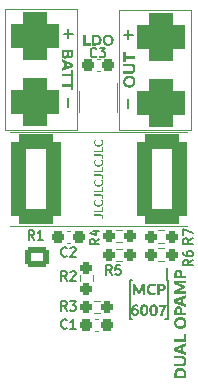
<source format=gto>
G04 #@! TF.GenerationSoftware,KiCad,Pcbnew,7.0.8*
G04 #@! TF.CreationDate,2024-04-19T19:22:21-04:00*
G04 #@! TF.ProjectId,PMB,504d422e-6b69-4636-9164-5f7063625858,rev?*
G04 #@! TF.SameCoordinates,Original*
G04 #@! TF.FileFunction,Legend,Top*
G04 #@! TF.FilePolarity,Positive*
%FSLAX46Y46*%
G04 Gerber Fmt 4.6, Leading zero omitted, Abs format (unit mm)*
G04 Created by KiCad (PCBNEW 7.0.8) date 2024-04-19 19:22:21*
%MOMM*%
%LPD*%
G01*
G04 APERTURE LIST*
G04 Aperture macros list*
%AMRoundRect*
0 Rectangle with rounded corners*
0 $1 Rounding radius*
0 $2 $3 $4 $5 $6 $7 $8 $9 X,Y pos of 4 corners*
0 Add a 4 corners polygon primitive as box body*
4,1,4,$2,$3,$4,$5,$6,$7,$8,$9,$2,$3,0*
0 Add four circle primitives for the rounded corners*
1,1,$1+$1,$2,$3*
1,1,$1+$1,$4,$5*
1,1,$1+$1,$6,$7*
1,1,$1+$1,$8,$9*
0 Add four rect primitives between the rounded corners*
20,1,$1+$1,$2,$3,$4,$5,0*
20,1,$1+$1,$4,$5,$6,$7,0*
20,1,$1+$1,$6,$7,$8,$9,0*
20,1,$1+$1,$8,$9,$2,$3,0*%
G04 Aperture macros list end*
%ADD10C,0.150000*%
%ADD11C,0.220000*%
%ADD12C,0.200000*%
%ADD13C,0.210000*%
%ADD14C,0.120000*%
%ADD15RoundRect,1.000000X-1.000000X-1.000000X1.000000X-1.000000X1.000000X1.000000X-1.000000X1.000000X0*%
%ADD16R,0.400000X1.100000*%
%ADD17RoundRect,0.237500X0.250000X0.237500X-0.250000X0.237500X-0.250000X-0.237500X0.250000X-0.237500X0*%
%ADD18RoundRect,0.636363X1.463637X3.163637X-1.463637X3.163637X-1.463637X-3.163637X1.463637X-3.163637X0*%
%ADD19RoundRect,0.237500X0.300000X0.237500X-0.300000X0.237500X-0.300000X-0.237500X0.300000X-0.237500X0*%
%ADD20RoundRect,0.237500X-0.237500X0.250000X-0.237500X-0.250000X0.237500X-0.250000X0.237500X0.250000X0*%
%ADD21RoundRect,0.237500X-0.250000X-0.237500X0.250000X-0.237500X0.250000X0.237500X-0.250000X0.237500X0*%
%ADD22R,0.650000X1.560000*%
%ADD23RoundRect,1.000000X1.000000X1.000000X-1.000000X1.000000X-1.000000X-1.000000X1.000000X-1.000000X0*%
%ADD24RoundRect,0.250000X-0.725000X0.600000X-0.725000X-0.600000X0.725000X-0.600000X0.725000X0.600000X0*%
%ADD25O,1.950000X1.700000*%
G04 APERTURE END LIST*
D10*
G36*
X157356505Y-97335720D02*
G01*
X157356251Y-97350081D01*
X157355491Y-97364196D01*
X157354224Y-97378065D01*
X157352450Y-97391689D01*
X157350170Y-97405066D01*
X157347382Y-97418198D01*
X157344088Y-97431084D01*
X157340287Y-97443725D01*
X157335979Y-97456119D01*
X157331165Y-97468268D01*
X157325843Y-97480171D01*
X157320015Y-97491828D01*
X157313680Y-97503240D01*
X157306838Y-97514405D01*
X157299489Y-97525325D01*
X157291634Y-97536000D01*
X157214453Y-97482071D01*
X157219324Y-97475947D01*
X157225471Y-97467767D01*
X157231222Y-97459568D01*
X157236575Y-97451350D01*
X157241532Y-97443115D01*
X157246092Y-97434861D01*
X157250254Y-97426589D01*
X157254020Y-97418298D01*
X157254900Y-97416223D01*
X157258151Y-97407787D01*
X157260969Y-97399089D01*
X157263354Y-97390129D01*
X157265304Y-97380905D01*
X157266822Y-97371420D01*
X157267906Y-97361671D01*
X157268556Y-97351660D01*
X157268773Y-97341387D01*
X157268446Y-97330250D01*
X157267468Y-97319629D01*
X157265836Y-97309523D01*
X157263552Y-97299933D01*
X157260615Y-97290857D01*
X157257026Y-97282297D01*
X157252784Y-97274252D01*
X157247890Y-97266722D01*
X157242343Y-97259707D01*
X157236143Y-97253207D01*
X157231648Y-97249161D01*
X157224429Y-97243504D01*
X157216696Y-97238403D01*
X157208447Y-97233859D01*
X157199683Y-97229872D01*
X157190403Y-97226440D01*
X157180609Y-97223566D01*
X157170299Y-97221247D01*
X157159474Y-97219485D01*
X157148134Y-97218280D01*
X157140288Y-97217785D01*
X157132212Y-97217538D01*
X157128089Y-97217507D01*
X156618696Y-97217507D01*
X156618696Y-97113948D01*
X157128480Y-97113948D01*
X157138568Y-97114065D01*
X157148416Y-97114415D01*
X157158022Y-97114999D01*
X157167387Y-97115816D01*
X157176511Y-97116867D01*
X157185394Y-97118152D01*
X157194036Y-97119670D01*
X157202436Y-97121422D01*
X157210596Y-97123407D01*
X157218514Y-97125626D01*
X157226190Y-97128078D01*
X157233626Y-97130764D01*
X157244327Y-97135231D01*
X157254486Y-97140223D01*
X157260957Y-97143843D01*
X157270233Y-97149592D01*
X157279012Y-97155702D01*
X157287292Y-97162172D01*
X157295075Y-97169003D01*
X157302359Y-97176195D01*
X157309145Y-97183747D01*
X157315434Y-97191660D01*
X157321224Y-97199934D01*
X157326516Y-97208568D01*
X157331310Y-97217563D01*
X157334230Y-97223759D01*
X157338211Y-97233243D01*
X157341800Y-97242936D01*
X157344997Y-97252839D01*
X157347804Y-97262951D01*
X157350218Y-97273273D01*
X157352241Y-97283804D01*
X157353873Y-97294545D01*
X157355113Y-97305495D01*
X157355961Y-97316655D01*
X157356418Y-97328024D01*
X157356505Y-97335720D01*
G37*
G36*
X157256267Y-96837660D02*
G01*
X157256267Y-96479698D01*
X157344000Y-96479698D01*
X157344000Y-96941219D01*
X156618696Y-96941219D01*
X156618696Y-96837660D01*
X157256267Y-96837660D01*
G37*
G36*
X157356505Y-96113334D02*
G01*
X157356326Y-96127257D01*
X157355790Y-96140890D01*
X157354897Y-96154234D01*
X157353647Y-96167287D01*
X157352040Y-96180050D01*
X157350075Y-96192523D01*
X157347753Y-96204707D01*
X157345074Y-96216600D01*
X157342038Y-96228203D01*
X157338644Y-96239516D01*
X157334894Y-96250539D01*
X157330786Y-96261272D01*
X157326321Y-96271715D01*
X157321499Y-96281867D01*
X157316319Y-96291730D01*
X157310782Y-96301303D01*
X157304895Y-96310579D01*
X157298714Y-96319551D01*
X157292238Y-96328219D01*
X157285467Y-96336584D01*
X157278401Y-96344645D01*
X157271041Y-96352402D01*
X157263386Y-96359855D01*
X157255437Y-96367004D01*
X157247193Y-96373850D01*
X157238655Y-96380392D01*
X157229821Y-96386630D01*
X157220693Y-96392564D01*
X157211271Y-96398195D01*
X157201554Y-96403522D01*
X157191542Y-96408545D01*
X157181236Y-96413264D01*
X157170641Y-96417689D01*
X157159810Y-96421828D01*
X157148744Y-96425681D01*
X157137443Y-96429250D01*
X157125907Y-96432532D01*
X157114136Y-96435530D01*
X157102130Y-96438242D01*
X157089889Y-96440668D01*
X157077413Y-96442809D01*
X157064702Y-96444664D01*
X157051755Y-96446234D01*
X157038574Y-96447519D01*
X157025157Y-96448518D01*
X157011506Y-96449232D01*
X156997619Y-96449660D01*
X156983497Y-96449803D01*
X156975312Y-96449757D01*
X156967221Y-96449620D01*
X156959221Y-96449392D01*
X156951315Y-96449073D01*
X156943501Y-96448663D01*
X156928152Y-96447568D01*
X156913174Y-96446109D01*
X156898567Y-96444285D01*
X156884330Y-96442096D01*
X156870465Y-96439542D01*
X156856971Y-96436623D01*
X156843847Y-96433339D01*
X156831095Y-96429691D01*
X156818713Y-96425678D01*
X156806702Y-96421300D01*
X156795063Y-96416557D01*
X156783794Y-96411449D01*
X156772896Y-96405977D01*
X156767586Y-96403103D01*
X156757214Y-96397154D01*
X156747201Y-96390980D01*
X156737547Y-96384581D01*
X156728251Y-96377959D01*
X156719314Y-96371111D01*
X156710736Y-96364040D01*
X156702516Y-96356744D01*
X156694655Y-96349224D01*
X156687153Y-96341479D01*
X156680010Y-96333510D01*
X156673225Y-96325316D01*
X156666800Y-96316898D01*
X156660732Y-96308256D01*
X156655024Y-96299389D01*
X156649674Y-96290298D01*
X156644683Y-96280982D01*
X156640022Y-96271497D01*
X156635662Y-96261898D01*
X156631602Y-96252184D01*
X156627843Y-96242355D01*
X156624385Y-96232412D01*
X156621227Y-96222355D01*
X156618370Y-96212183D01*
X156615814Y-96201896D01*
X156613558Y-96191495D01*
X156611604Y-96180980D01*
X156609950Y-96170350D01*
X156608596Y-96159606D01*
X156607544Y-96148747D01*
X156606792Y-96137773D01*
X156606341Y-96126685D01*
X156606191Y-96115483D01*
X156606256Y-96106952D01*
X156606453Y-96098505D01*
X156606781Y-96090142D01*
X156607241Y-96081863D01*
X156607832Y-96073668D01*
X156608554Y-96065557D01*
X156609407Y-96057530D01*
X156610392Y-96049586D01*
X156611508Y-96041727D01*
X156612755Y-96033952D01*
X156614872Y-96022446D01*
X156617284Y-96011130D01*
X156619992Y-96000002D01*
X156622995Y-95989063D01*
X156626248Y-95978227D01*
X156629779Y-95967480D01*
X156633589Y-95956822D01*
X156637677Y-95946253D01*
X156642043Y-95935774D01*
X156646687Y-95925384D01*
X156651609Y-95915084D01*
X156656810Y-95904872D01*
X156662289Y-95894751D01*
X156668046Y-95884718D01*
X156672039Y-95878079D01*
X156750196Y-95923020D01*
X156743382Y-95934058D01*
X156737007Y-95945191D01*
X156731072Y-95956418D01*
X156725577Y-95967741D01*
X156720521Y-95979157D01*
X156715905Y-95990669D01*
X156711728Y-96002275D01*
X156707991Y-96013976D01*
X156704694Y-96025771D01*
X156701836Y-96037661D01*
X156699418Y-96049646D01*
X156697440Y-96061725D01*
X156695901Y-96073899D01*
X156694802Y-96086168D01*
X156694143Y-96098531D01*
X156693923Y-96110989D01*
X156694221Y-96125380D01*
X156695116Y-96139291D01*
X156696609Y-96152723D01*
X156698698Y-96165675D01*
X156701384Y-96178148D01*
X156704666Y-96190142D01*
X156708546Y-96201657D01*
X156713023Y-96212692D01*
X156718096Y-96223248D01*
X156723766Y-96233324D01*
X156730033Y-96242921D01*
X156736897Y-96252039D01*
X156744358Y-96260678D01*
X156752416Y-96268837D01*
X156761070Y-96276517D01*
X156770322Y-96283718D01*
X156780063Y-96290461D01*
X156790237Y-96296769D01*
X156800842Y-96302643D01*
X156811880Y-96308081D01*
X156823349Y-96313084D01*
X156835251Y-96317652D01*
X156847584Y-96321785D01*
X156860350Y-96325483D01*
X156873547Y-96328746D01*
X156887177Y-96331574D01*
X156901238Y-96333967D01*
X156915732Y-96335924D01*
X156930657Y-96337447D01*
X156946015Y-96338535D01*
X156953856Y-96338916D01*
X156961804Y-96339187D01*
X156969861Y-96339351D01*
X156978026Y-96339405D01*
X156986457Y-96339348D01*
X156994773Y-96339177D01*
X157002977Y-96338891D01*
X157011066Y-96338492D01*
X157019042Y-96337979D01*
X157026904Y-96337351D01*
X157042286Y-96335754D01*
X157057214Y-96333700D01*
X157071687Y-96331189D01*
X157085705Y-96328222D01*
X157099268Y-96324799D01*
X157112376Y-96320920D01*
X157125030Y-96316584D01*
X157137228Y-96311791D01*
X157148972Y-96306542D01*
X157160260Y-96300837D01*
X157171094Y-96294675D01*
X157181473Y-96288057D01*
X157191397Y-96280982D01*
X157200766Y-96273440D01*
X157209532Y-96265467D01*
X157217692Y-96257063D01*
X157225249Y-96248229D01*
X157232200Y-96238965D01*
X157238548Y-96229270D01*
X157244290Y-96219144D01*
X157249429Y-96208588D01*
X157253962Y-96197602D01*
X157257892Y-96186185D01*
X157261216Y-96174338D01*
X157263937Y-96162060D01*
X157266052Y-96149352D01*
X157267564Y-96136213D01*
X157268470Y-96122644D01*
X157268773Y-96108644D01*
X157268642Y-96098008D01*
X157268251Y-96087567D01*
X157267598Y-96077322D01*
X157266684Y-96067273D01*
X157265510Y-96057419D01*
X157264074Y-96047761D01*
X157262377Y-96038299D01*
X157260420Y-96029033D01*
X157258201Y-96019963D01*
X157255721Y-96011088D01*
X157253923Y-96005281D01*
X157250992Y-95996600D01*
X157247841Y-95987922D01*
X157244471Y-95979248D01*
X157240880Y-95970577D01*
X157237070Y-95961909D01*
X157233040Y-95953246D01*
X157228790Y-95944585D01*
X157224321Y-95935928D01*
X157219631Y-95927274D01*
X157214722Y-95918624D01*
X157211327Y-95912859D01*
X157286163Y-95871240D01*
X157290421Y-95878679D01*
X157294549Y-95886096D01*
X157298548Y-95893492D01*
X157302417Y-95900867D01*
X157306156Y-95908220D01*
X157309766Y-95915552D01*
X157313246Y-95922863D01*
X157316595Y-95930152D01*
X157319816Y-95937419D01*
X157322906Y-95944666D01*
X157327298Y-95955495D01*
X157331399Y-95966277D01*
X157335207Y-95977010D01*
X157338724Y-95987695D01*
X157341901Y-95998461D01*
X157344767Y-96009437D01*
X157347319Y-96020622D01*
X157349559Y-96032016D01*
X157350879Y-96039729D01*
X157352060Y-96047535D01*
X157353101Y-96055434D01*
X157354004Y-96063426D01*
X157354768Y-96071511D01*
X157355393Y-96079689D01*
X157355880Y-96087961D01*
X157356227Y-96096325D01*
X157356435Y-96104783D01*
X157356505Y-96113334D01*
G37*
G36*
X157356505Y-95642043D02*
G01*
X157356251Y-95656403D01*
X157355491Y-95670518D01*
X157354224Y-95684388D01*
X157352450Y-95698011D01*
X157350170Y-95711389D01*
X157347382Y-95724521D01*
X157344088Y-95737407D01*
X157340287Y-95750047D01*
X157335979Y-95762442D01*
X157331165Y-95774590D01*
X157325843Y-95786493D01*
X157320015Y-95798151D01*
X157313680Y-95809562D01*
X157306838Y-95820728D01*
X157299489Y-95831648D01*
X157291634Y-95842322D01*
X157214453Y-95788393D01*
X157219324Y-95782270D01*
X157225471Y-95774089D01*
X157231222Y-95765890D01*
X157236575Y-95757673D01*
X157241532Y-95749437D01*
X157246092Y-95741183D01*
X157250254Y-95732911D01*
X157254020Y-95724621D01*
X157254900Y-95722545D01*
X157258151Y-95714110D01*
X157260969Y-95705412D01*
X157263354Y-95696451D01*
X157265304Y-95687228D01*
X157266822Y-95677742D01*
X157267906Y-95667994D01*
X157268556Y-95657983D01*
X157268773Y-95647709D01*
X157268446Y-95636573D01*
X157267468Y-95625952D01*
X157265836Y-95615846D01*
X157263552Y-95606255D01*
X157260615Y-95597180D01*
X157257026Y-95588619D01*
X157252784Y-95580574D01*
X157247890Y-95573044D01*
X157242343Y-95566029D01*
X157236143Y-95559530D01*
X157231648Y-95555483D01*
X157224429Y-95549826D01*
X157216696Y-95544726D01*
X157208447Y-95540182D01*
X157199683Y-95536194D01*
X157190403Y-95532763D01*
X157180609Y-95529888D01*
X157170299Y-95527570D01*
X157159474Y-95525808D01*
X157148134Y-95524602D01*
X157140288Y-95524107D01*
X157132212Y-95523860D01*
X157128089Y-95523829D01*
X156618696Y-95523829D01*
X156618696Y-95420270D01*
X157128480Y-95420270D01*
X157138568Y-95420387D01*
X157148416Y-95420737D01*
X157158022Y-95421321D01*
X157167387Y-95422139D01*
X157176511Y-95423190D01*
X157185394Y-95424474D01*
X157194036Y-95425992D01*
X157202436Y-95427744D01*
X157210596Y-95429729D01*
X157218514Y-95431948D01*
X157226190Y-95434400D01*
X157233626Y-95437086D01*
X157244327Y-95441553D01*
X157254486Y-95446545D01*
X157260957Y-95450166D01*
X157270233Y-95455915D01*
X157279012Y-95462024D01*
X157287292Y-95468495D01*
X157295075Y-95475326D01*
X157302359Y-95482517D01*
X157309145Y-95490070D01*
X157315434Y-95497982D01*
X157321224Y-95506256D01*
X157326516Y-95514890D01*
X157331310Y-95523885D01*
X157334230Y-95530082D01*
X157338211Y-95539566D01*
X157341800Y-95549259D01*
X157344997Y-95559161D01*
X157347804Y-95569274D01*
X157350218Y-95579595D01*
X157352241Y-95590127D01*
X157353873Y-95600867D01*
X157355113Y-95611818D01*
X157355961Y-95622978D01*
X157356418Y-95634347D01*
X157356505Y-95642043D01*
G37*
G36*
X157256267Y-95143983D02*
G01*
X157256267Y-94786020D01*
X157344000Y-94786020D01*
X157344000Y-95247542D01*
X156618696Y-95247542D01*
X156618696Y-95143983D01*
X157256267Y-95143983D01*
G37*
G36*
X157356505Y-94419656D02*
G01*
X157356326Y-94433580D01*
X157355790Y-94447213D01*
X157354897Y-94460556D01*
X157353647Y-94473609D01*
X157352040Y-94486373D01*
X157350075Y-94498846D01*
X157347753Y-94511029D01*
X157345074Y-94522922D01*
X157342038Y-94534525D01*
X157338644Y-94545838D01*
X157334894Y-94556861D01*
X157330786Y-94567594D01*
X157326321Y-94578037D01*
X157321499Y-94588190D01*
X157316319Y-94598053D01*
X157310782Y-94607625D01*
X157304895Y-94616901D01*
X157298714Y-94625873D01*
X157292238Y-94634542D01*
X157285467Y-94642906D01*
X157278401Y-94650967D01*
X157271041Y-94658724D01*
X157263386Y-94666177D01*
X157255437Y-94673327D01*
X157247193Y-94680172D01*
X157238655Y-94686714D01*
X157229821Y-94692952D01*
X157220693Y-94698887D01*
X157211271Y-94704517D01*
X157201554Y-94709844D01*
X157191542Y-94714867D01*
X157181236Y-94719586D01*
X157170641Y-94724011D01*
X157159810Y-94728150D01*
X157148744Y-94732004D01*
X157137443Y-94735572D01*
X157125907Y-94738855D01*
X157114136Y-94741852D01*
X157102130Y-94744564D01*
X157089889Y-94746990D01*
X157077413Y-94749131D01*
X157064702Y-94750987D01*
X157051755Y-94752557D01*
X157038574Y-94753841D01*
X157025157Y-94754841D01*
X157011506Y-94755554D01*
X156997619Y-94755982D01*
X156983497Y-94756125D01*
X156975312Y-94756080D01*
X156967221Y-94755943D01*
X156959221Y-94755715D01*
X156951315Y-94755395D01*
X156943501Y-94754985D01*
X156928152Y-94753890D01*
X156913174Y-94752431D01*
X156898567Y-94750607D01*
X156884330Y-94748418D01*
X156870465Y-94745864D01*
X156856971Y-94742945D01*
X156843847Y-94739662D01*
X156831095Y-94736013D01*
X156818713Y-94732000D01*
X156806702Y-94727622D01*
X156795063Y-94722879D01*
X156783794Y-94717772D01*
X156772896Y-94712299D01*
X156767586Y-94709426D01*
X156757214Y-94703476D01*
X156747201Y-94697302D01*
X156737547Y-94690904D01*
X156728251Y-94684281D01*
X156719314Y-94677434D01*
X156710736Y-94670362D01*
X156702516Y-94663066D01*
X156694655Y-94655546D01*
X156687153Y-94647801D01*
X156680010Y-94639832D01*
X156673225Y-94631638D01*
X156666800Y-94623220D01*
X156660732Y-94614578D01*
X156655024Y-94605711D01*
X156649674Y-94596620D01*
X156644683Y-94587304D01*
X156640022Y-94577819D01*
X156635662Y-94568220D01*
X156631602Y-94558506D01*
X156627843Y-94548677D01*
X156624385Y-94538734D01*
X156621227Y-94528677D01*
X156618370Y-94518505D01*
X156615814Y-94508219D01*
X156613558Y-94497818D01*
X156611604Y-94487302D01*
X156609950Y-94476672D01*
X156608596Y-94465928D01*
X156607544Y-94455069D01*
X156606792Y-94444096D01*
X156606341Y-94433008D01*
X156606191Y-94421806D01*
X156606256Y-94413275D01*
X156606453Y-94404828D01*
X156606781Y-94396465D01*
X156607241Y-94388185D01*
X156607832Y-94379990D01*
X156608554Y-94371879D01*
X156609407Y-94363852D01*
X156610392Y-94355909D01*
X156611508Y-94348050D01*
X156612755Y-94340274D01*
X156614872Y-94328769D01*
X156617284Y-94317452D01*
X156619992Y-94306324D01*
X156622995Y-94295385D01*
X156626248Y-94284549D01*
X156629779Y-94273802D01*
X156633589Y-94263144D01*
X156637677Y-94252576D01*
X156642043Y-94242097D01*
X156646687Y-94231707D01*
X156651609Y-94221406D01*
X156656810Y-94211195D01*
X156662289Y-94201073D01*
X156668046Y-94191040D01*
X156672039Y-94184401D01*
X156750196Y-94229342D01*
X156743382Y-94240380D01*
X156737007Y-94251513D01*
X156731072Y-94262741D01*
X156725577Y-94274063D01*
X156720521Y-94285480D01*
X156715905Y-94296991D01*
X156711728Y-94308597D01*
X156707991Y-94320298D01*
X156704694Y-94332094D01*
X156701836Y-94343984D01*
X156699418Y-94355968D01*
X156697440Y-94368048D01*
X156695901Y-94380222D01*
X156694802Y-94392490D01*
X156694143Y-94404854D01*
X156693923Y-94417311D01*
X156694221Y-94431702D01*
X156695116Y-94445613D01*
X156696609Y-94459045D01*
X156698698Y-94471997D01*
X156701384Y-94484471D01*
X156704666Y-94496464D01*
X156708546Y-94507979D01*
X156713023Y-94519014D01*
X156718096Y-94529570D01*
X156723766Y-94539647D01*
X156730033Y-94549244D01*
X156736897Y-94558362D01*
X156744358Y-94567000D01*
X156752416Y-94575159D01*
X156761070Y-94582839D01*
X156770322Y-94590040D01*
X156780063Y-94596783D01*
X156790237Y-94603092D01*
X156800842Y-94608965D01*
X156811880Y-94614403D01*
X156823349Y-94619406D01*
X156835251Y-94623974D01*
X156847584Y-94628108D01*
X156860350Y-94631806D01*
X156873547Y-94635068D01*
X156887177Y-94637896D01*
X156901238Y-94640289D01*
X156915732Y-94642247D01*
X156930657Y-94643770D01*
X156946015Y-94644857D01*
X156953856Y-94645238D01*
X156961804Y-94645510D01*
X156969861Y-94645673D01*
X156978026Y-94645727D01*
X156986457Y-94645670D01*
X156994773Y-94645499D01*
X157002977Y-94645214D01*
X157011066Y-94644814D01*
X157019042Y-94644301D01*
X157026904Y-94643673D01*
X157042286Y-94642076D01*
X157057214Y-94640022D01*
X157071687Y-94637512D01*
X157085705Y-94634545D01*
X157099268Y-94631122D01*
X157112376Y-94627242D01*
X157125030Y-94622906D01*
X157137228Y-94618113D01*
X157148972Y-94612864D01*
X157160260Y-94607159D01*
X157171094Y-94600997D01*
X157181473Y-94594379D01*
X157191397Y-94587304D01*
X157200766Y-94579762D01*
X157209532Y-94571789D01*
X157217692Y-94563385D01*
X157225249Y-94554551D01*
X157232200Y-94545287D01*
X157238548Y-94535592D01*
X157244290Y-94525467D01*
X157249429Y-94514911D01*
X157253962Y-94503925D01*
X157257892Y-94492508D01*
X157261216Y-94480660D01*
X157263937Y-94468383D01*
X157266052Y-94455674D01*
X157267564Y-94442536D01*
X157268470Y-94428966D01*
X157268773Y-94414967D01*
X157268642Y-94404330D01*
X157268251Y-94393889D01*
X157267598Y-94383644D01*
X157266684Y-94373595D01*
X157265510Y-94363742D01*
X157264074Y-94354084D01*
X157262377Y-94344622D01*
X157260420Y-94335356D01*
X157258201Y-94326285D01*
X157255721Y-94317411D01*
X157253923Y-94311603D01*
X157250992Y-94302922D01*
X157247841Y-94294244D01*
X157244471Y-94285570D01*
X157240880Y-94276899D01*
X157237070Y-94268232D01*
X157233040Y-94259568D01*
X157228790Y-94250907D01*
X157224321Y-94242250D01*
X157219631Y-94233597D01*
X157214722Y-94224947D01*
X157211327Y-94219182D01*
X157286163Y-94177563D01*
X157290421Y-94185001D01*
X157294549Y-94192419D01*
X157298548Y-94199815D01*
X157302417Y-94207189D01*
X157306156Y-94214543D01*
X157309766Y-94221874D01*
X157313246Y-94229185D01*
X157316595Y-94236474D01*
X157319816Y-94243742D01*
X157322906Y-94250988D01*
X157327298Y-94261818D01*
X157331399Y-94272599D01*
X157335207Y-94283332D01*
X157338724Y-94294018D01*
X157341901Y-94304784D01*
X157344767Y-94315759D01*
X157347319Y-94326944D01*
X157349559Y-94338339D01*
X157350879Y-94346051D01*
X157352060Y-94353857D01*
X157353101Y-94361756D01*
X157354004Y-94369748D01*
X157354768Y-94377833D01*
X157355393Y-94386012D01*
X157355880Y-94394283D01*
X157356227Y-94402648D01*
X157356435Y-94411105D01*
X157356505Y-94419656D01*
G37*
G36*
X157356505Y-93948365D02*
G01*
X157356251Y-93962726D01*
X157355491Y-93976841D01*
X157354224Y-93990710D01*
X157352450Y-94004333D01*
X157350170Y-94017711D01*
X157347382Y-94030843D01*
X157344088Y-94043729D01*
X157340287Y-94056369D01*
X157335979Y-94068764D01*
X157331165Y-94080913D01*
X157325843Y-94092816D01*
X157320015Y-94104473D01*
X157313680Y-94115884D01*
X157306838Y-94127050D01*
X157299489Y-94137970D01*
X157291634Y-94148644D01*
X157214453Y-94094715D01*
X157219324Y-94088592D01*
X157225471Y-94080411D01*
X157231222Y-94072213D01*
X157236575Y-94063995D01*
X157241532Y-94055760D01*
X157246092Y-94047506D01*
X157250254Y-94039234D01*
X157254020Y-94030943D01*
X157254900Y-94028868D01*
X157258151Y-94020432D01*
X157260969Y-94011734D01*
X157263354Y-94002773D01*
X157265304Y-93993550D01*
X157266822Y-93984064D01*
X157267906Y-93974316D01*
X157268556Y-93964305D01*
X157268773Y-93954032D01*
X157268446Y-93942895D01*
X157267468Y-93932274D01*
X157265836Y-93922168D01*
X157263552Y-93912577D01*
X157260615Y-93903502D01*
X157257026Y-93894942D01*
X157252784Y-93886896D01*
X157247890Y-93879367D01*
X157242343Y-93872352D01*
X157236143Y-93865852D01*
X157231648Y-93861806D01*
X157224429Y-93856149D01*
X157216696Y-93851048D01*
X157208447Y-93846504D01*
X157199683Y-93842516D01*
X157190403Y-93839085D01*
X157180609Y-93836210D01*
X157170299Y-93833892D01*
X157159474Y-93832130D01*
X157148134Y-93830924D01*
X157140288Y-93830430D01*
X157132212Y-93830183D01*
X157128089Y-93830152D01*
X156618696Y-93830152D01*
X156618696Y-93726593D01*
X157128480Y-93726593D01*
X157138568Y-93726709D01*
X157148416Y-93727060D01*
X157158022Y-93727644D01*
X157167387Y-93728461D01*
X157176511Y-93729512D01*
X157185394Y-93730797D01*
X157194036Y-93732315D01*
X157202436Y-93734066D01*
X157210596Y-93736052D01*
X157218514Y-93738271D01*
X157226190Y-93740723D01*
X157233626Y-93743409D01*
X157244327Y-93747876D01*
X157254486Y-93752868D01*
X157260957Y-93756488D01*
X157270233Y-93762237D01*
X157279012Y-93768347D01*
X157287292Y-93774817D01*
X157295075Y-93781648D01*
X157302359Y-93788840D01*
X157309145Y-93796392D01*
X157315434Y-93804305D01*
X157321224Y-93812578D01*
X157326516Y-93821213D01*
X157331310Y-93830207D01*
X157334230Y-93836404D01*
X157338211Y-93845888D01*
X157341800Y-93855581D01*
X157344997Y-93865484D01*
X157347804Y-93875596D01*
X157350218Y-93885918D01*
X157352241Y-93896449D01*
X157353873Y-93907190D01*
X157355113Y-93918140D01*
X157355961Y-93929300D01*
X157356418Y-93940669D01*
X157356505Y-93948365D01*
G37*
G36*
X157256267Y-93450305D02*
G01*
X157256267Y-93092343D01*
X157344000Y-93092343D01*
X157344000Y-93553864D01*
X156618696Y-93553864D01*
X156618696Y-93450305D01*
X157256267Y-93450305D01*
G37*
G36*
X157356505Y-92725979D02*
G01*
X157356326Y-92739902D01*
X157355790Y-92753535D01*
X157354897Y-92766879D01*
X157353647Y-92779932D01*
X157352040Y-92792695D01*
X157350075Y-92805168D01*
X157347753Y-92817351D01*
X157345074Y-92829244D01*
X157342038Y-92840848D01*
X157338644Y-92852161D01*
X157334894Y-92863184D01*
X157330786Y-92873916D01*
X157326321Y-92884359D01*
X157321499Y-92894512D01*
X157316319Y-92904375D01*
X157310782Y-92913948D01*
X157304895Y-92923224D01*
X157298714Y-92932196D01*
X157292238Y-92940864D01*
X157285467Y-92949229D01*
X157278401Y-92957290D01*
X157271041Y-92965047D01*
X157263386Y-92972500D01*
X157255437Y-92979649D01*
X157247193Y-92986495D01*
X157238655Y-92993037D01*
X157229821Y-92999275D01*
X157220693Y-93005209D01*
X157211271Y-93010840D01*
X157201554Y-93016167D01*
X157191542Y-93021190D01*
X157181236Y-93025909D01*
X157170641Y-93030333D01*
X157159810Y-93034473D01*
X157148744Y-93038326D01*
X157137443Y-93041894D01*
X157125907Y-93045177D01*
X157114136Y-93048175D01*
X157102130Y-93050886D01*
X157089889Y-93053313D01*
X157077413Y-93055454D01*
X157064702Y-93057309D01*
X157051755Y-93058879D01*
X157038574Y-93060164D01*
X157025157Y-93061163D01*
X157011506Y-93061877D01*
X156997619Y-93062305D01*
X156983497Y-93062448D01*
X156975312Y-93062402D01*
X156967221Y-93062265D01*
X156959221Y-93062037D01*
X156951315Y-93061718D01*
X156943501Y-93061307D01*
X156928152Y-93060213D01*
X156913174Y-93058754D01*
X156898567Y-93056929D01*
X156884330Y-93054740D01*
X156870465Y-93052186D01*
X156856971Y-93049268D01*
X156843847Y-93045984D01*
X156831095Y-93042336D01*
X156818713Y-93038323D01*
X156806702Y-93033945D01*
X156795063Y-93029202D01*
X156783794Y-93024094D01*
X156772896Y-93018621D01*
X156767586Y-93015748D01*
X156757214Y-93009799D01*
X156747201Y-93003625D01*
X156737547Y-92997226D01*
X156728251Y-92990603D01*
X156719314Y-92983756D01*
X156710736Y-92976685D01*
X156702516Y-92969389D01*
X156694655Y-92961868D01*
X156687153Y-92954124D01*
X156680010Y-92946154D01*
X156673225Y-92937961D01*
X156666800Y-92929543D01*
X156660732Y-92920900D01*
X156655024Y-92912034D01*
X156649674Y-92902942D01*
X156644683Y-92893627D01*
X156640022Y-92884142D01*
X156635662Y-92874542D01*
X156631602Y-92864828D01*
X156627843Y-92855000D01*
X156624385Y-92845057D01*
X156621227Y-92834999D01*
X156618370Y-92824827D01*
X156615814Y-92814541D01*
X156613558Y-92804140D01*
X156611604Y-92793625D01*
X156609950Y-92782995D01*
X156608596Y-92772250D01*
X156607544Y-92761391D01*
X156606792Y-92750418D01*
X156606341Y-92739330D01*
X156606191Y-92728128D01*
X156606256Y-92719597D01*
X156606453Y-92711150D01*
X156606781Y-92702787D01*
X156607241Y-92694508D01*
X156607832Y-92686313D01*
X156608554Y-92678202D01*
X156609407Y-92670174D01*
X156610392Y-92662231D01*
X156611508Y-92654372D01*
X156612755Y-92646597D01*
X156614872Y-92635091D01*
X156617284Y-92623774D01*
X156619992Y-92612647D01*
X156622995Y-92601708D01*
X156626248Y-92590871D01*
X156629779Y-92580124D01*
X156633589Y-92569467D01*
X156637677Y-92558898D01*
X156642043Y-92548419D01*
X156646687Y-92538029D01*
X156651609Y-92527729D01*
X156656810Y-92517517D01*
X156662289Y-92507395D01*
X156668046Y-92497363D01*
X156672039Y-92490724D01*
X156750196Y-92535665D01*
X156743382Y-92546703D01*
X156737007Y-92557836D01*
X156731072Y-92569063D01*
X156725577Y-92580385D01*
X156720521Y-92591802D01*
X156715905Y-92603314D01*
X156711728Y-92614920D01*
X156707991Y-92626621D01*
X156704694Y-92638416D01*
X156701836Y-92650306D01*
X156699418Y-92662291D01*
X156697440Y-92674370D01*
X156695901Y-92686544D01*
X156694802Y-92698813D01*
X156694143Y-92711176D01*
X156693923Y-92723634D01*
X156694221Y-92738024D01*
X156695116Y-92751935D01*
X156696609Y-92765367D01*
X156698698Y-92778320D01*
X156701384Y-92790793D01*
X156704666Y-92802787D01*
X156708546Y-92814301D01*
X156713023Y-92825337D01*
X156718096Y-92835892D01*
X156723766Y-92845969D01*
X156730033Y-92855566D01*
X156736897Y-92864684D01*
X156744358Y-92873323D01*
X156752416Y-92881482D01*
X156761070Y-92889162D01*
X156770322Y-92896362D01*
X156780063Y-92903106D01*
X156790237Y-92909414D01*
X156800842Y-92915287D01*
X156811880Y-92920726D01*
X156823349Y-92925729D01*
X156835251Y-92930297D01*
X156847584Y-92934430D01*
X156860350Y-92938128D01*
X156873547Y-92941391D01*
X156887177Y-92944219D01*
X156901238Y-92946612D01*
X156915732Y-92948569D01*
X156930657Y-92950092D01*
X156946015Y-92951180D01*
X156953856Y-92951560D01*
X156961804Y-92951832D01*
X156969861Y-92951995D01*
X156978026Y-92952050D01*
X156986457Y-92951993D01*
X156994773Y-92951822D01*
X157002977Y-92951536D01*
X157011066Y-92951137D01*
X157019042Y-92950623D01*
X157026904Y-92949996D01*
X157042286Y-92948398D01*
X157057214Y-92946344D01*
X157071687Y-92943834D01*
X157085705Y-92940867D01*
X157099268Y-92937444D01*
X157112376Y-92933564D01*
X157125030Y-92929228D01*
X157137228Y-92924436D01*
X157148972Y-92919187D01*
X157160260Y-92913482D01*
X157171094Y-92907320D01*
X157181473Y-92900702D01*
X157191397Y-92893627D01*
X157200766Y-92886084D01*
X157209532Y-92878111D01*
X157217692Y-92869708D01*
X157225249Y-92860874D01*
X157232200Y-92851609D01*
X157238548Y-92841915D01*
X157244290Y-92831789D01*
X157249429Y-92821233D01*
X157253962Y-92810247D01*
X157257892Y-92798830D01*
X157261216Y-92786983D01*
X157263937Y-92774705D01*
X157266052Y-92761997D01*
X157267564Y-92748858D01*
X157268470Y-92735289D01*
X157268773Y-92721289D01*
X157268642Y-92710653D01*
X157268251Y-92700212D01*
X157267598Y-92689967D01*
X157266684Y-92679917D01*
X157265510Y-92670064D01*
X157264074Y-92660406D01*
X157262377Y-92650944D01*
X157260420Y-92641678D01*
X157258201Y-92632608D01*
X157255721Y-92623733D01*
X157253923Y-92617926D01*
X157250992Y-92609244D01*
X157247841Y-92600567D01*
X157244471Y-92591892D01*
X157240880Y-92583222D01*
X157237070Y-92574554D01*
X157233040Y-92565890D01*
X157228790Y-92557230D01*
X157224321Y-92548573D01*
X157219631Y-92539919D01*
X157214722Y-92531269D01*
X157211327Y-92525504D01*
X157286163Y-92483885D01*
X157290421Y-92491324D01*
X157294549Y-92498741D01*
X157298548Y-92506137D01*
X157302417Y-92513512D01*
X157306156Y-92520865D01*
X157309766Y-92528197D01*
X157313246Y-92535507D01*
X157316595Y-92542796D01*
X157319816Y-92550064D01*
X157322906Y-92557311D01*
X157327298Y-92568140D01*
X157331399Y-92578921D01*
X157335207Y-92589655D01*
X157338724Y-92600340D01*
X157341901Y-92611106D01*
X157344767Y-92622081D01*
X157347319Y-92633266D01*
X157349559Y-92644661D01*
X157350879Y-92652374D01*
X157352060Y-92660180D01*
X157353101Y-92668079D01*
X157354004Y-92676071D01*
X157354768Y-92684156D01*
X157355393Y-92692334D01*
X157355880Y-92700606D01*
X157356227Y-92708970D01*
X157356435Y-92717428D01*
X157356505Y-92725979D01*
G37*
G36*
X157356505Y-92254688D02*
G01*
X157356251Y-92269048D01*
X157355491Y-92283163D01*
X157354224Y-92297032D01*
X157352450Y-92310656D01*
X157350170Y-92324033D01*
X157347382Y-92337165D01*
X157344088Y-92350051D01*
X157340287Y-92362692D01*
X157335979Y-92375086D01*
X157331165Y-92387235D01*
X157325843Y-92399138D01*
X157320015Y-92410795D01*
X157313680Y-92422207D01*
X157306838Y-92433373D01*
X157299489Y-92444293D01*
X157291634Y-92454967D01*
X157214453Y-92401038D01*
X157219324Y-92394914D01*
X157225471Y-92386734D01*
X157231222Y-92378535D01*
X157236575Y-92370318D01*
X157241532Y-92362082D01*
X157246092Y-92353828D01*
X157250254Y-92345556D01*
X157254020Y-92337266D01*
X157254900Y-92335190D01*
X157258151Y-92326754D01*
X157260969Y-92318056D01*
X157263354Y-92309096D01*
X157265304Y-92299872D01*
X157266822Y-92290387D01*
X157267906Y-92280638D01*
X157268556Y-92270627D01*
X157268773Y-92260354D01*
X157268446Y-92249218D01*
X157267468Y-92238597D01*
X157265836Y-92228491D01*
X157263552Y-92218900D01*
X157260615Y-92209824D01*
X157257026Y-92201264D01*
X157252784Y-92193219D01*
X157247890Y-92185689D01*
X157242343Y-92178674D01*
X157236143Y-92172175D01*
X157231648Y-92168128D01*
X157224429Y-92162471D01*
X157216696Y-92157371D01*
X157208447Y-92152826D01*
X157199683Y-92148839D01*
X157190403Y-92145408D01*
X157180609Y-92142533D01*
X157170299Y-92140214D01*
X157159474Y-92138452D01*
X157148134Y-92137247D01*
X157140288Y-92136752D01*
X157132212Y-92136505D01*
X157128089Y-92136474D01*
X156618696Y-92136474D01*
X156618696Y-92032915D01*
X157128480Y-92032915D01*
X157138568Y-92033032D01*
X157148416Y-92033382D01*
X157158022Y-92033966D01*
X157167387Y-92034784D01*
X157176511Y-92035835D01*
X157185394Y-92037119D01*
X157194036Y-92038637D01*
X157202436Y-92040389D01*
X157210596Y-92042374D01*
X157218514Y-92044593D01*
X157226190Y-92047045D01*
X157233626Y-92049731D01*
X157244327Y-92054198D01*
X157254486Y-92059190D01*
X157260957Y-92062810D01*
X157270233Y-92068559D01*
X157279012Y-92074669D01*
X157287292Y-92081139D01*
X157295075Y-92087970D01*
X157302359Y-92095162D01*
X157309145Y-92102714D01*
X157315434Y-92110627D01*
X157321224Y-92118901D01*
X157326516Y-92127535D01*
X157331310Y-92136530D01*
X157334230Y-92142727D01*
X157338211Y-92152210D01*
X157341800Y-92161904D01*
X157344997Y-92171806D01*
X157347804Y-92181918D01*
X157350218Y-92192240D01*
X157352241Y-92202771D01*
X157353873Y-92213512D01*
X157355113Y-92224463D01*
X157355961Y-92235622D01*
X157356418Y-92246992D01*
X157356505Y-92254688D01*
G37*
G36*
X157256267Y-91756628D02*
G01*
X157256267Y-91398665D01*
X157344000Y-91398665D01*
X157344000Y-91860187D01*
X156618696Y-91860187D01*
X156618696Y-91756628D01*
X157256267Y-91756628D01*
G37*
G36*
X157356505Y-91032301D02*
G01*
X157356326Y-91046224D01*
X157355790Y-91059858D01*
X157354897Y-91073201D01*
X157353647Y-91086254D01*
X157352040Y-91099017D01*
X157350075Y-91111491D01*
X157347753Y-91123674D01*
X157345074Y-91135567D01*
X157342038Y-91147170D01*
X157338644Y-91158483D01*
X157334894Y-91169506D01*
X157330786Y-91180239D01*
X157326321Y-91190682D01*
X157321499Y-91200835D01*
X157316319Y-91210697D01*
X157310782Y-91220270D01*
X157304895Y-91229546D01*
X157298714Y-91238518D01*
X157292238Y-91247187D01*
X157285467Y-91255551D01*
X157278401Y-91263612D01*
X157271041Y-91271369D01*
X157263386Y-91278822D01*
X157255437Y-91285972D01*
X157247193Y-91292817D01*
X157238655Y-91299359D01*
X157229821Y-91305597D01*
X157220693Y-91311532D01*
X157211271Y-91317162D01*
X157201554Y-91322489D01*
X157191542Y-91327512D01*
X157181236Y-91332231D01*
X157170641Y-91336656D01*
X157159810Y-91340795D01*
X157148744Y-91344649D01*
X157137443Y-91348217D01*
X157125907Y-91351500D01*
X157114136Y-91354497D01*
X157102130Y-91357209D01*
X157089889Y-91359635D01*
X157077413Y-91361776D01*
X157064702Y-91363632D01*
X157051755Y-91365202D01*
X157038574Y-91366486D01*
X157025157Y-91367485D01*
X157011506Y-91368199D01*
X156997619Y-91368627D01*
X156983497Y-91368770D01*
X156975312Y-91368724D01*
X156967221Y-91368587D01*
X156959221Y-91368359D01*
X156951315Y-91368040D01*
X156943501Y-91367630D01*
X156928152Y-91366535D01*
X156913174Y-91365076D01*
X156898567Y-91363252D01*
X156884330Y-91361063D01*
X156870465Y-91358509D01*
X156856971Y-91355590D01*
X156843847Y-91352307D01*
X156831095Y-91348658D01*
X156818713Y-91344645D01*
X156806702Y-91340267D01*
X156795063Y-91335524D01*
X156783794Y-91330416D01*
X156772896Y-91324944D01*
X156767586Y-91322071D01*
X156757214Y-91316121D01*
X156747201Y-91309947D01*
X156737547Y-91303549D01*
X156728251Y-91296926D01*
X156719314Y-91290079D01*
X156710736Y-91283007D01*
X156702516Y-91275711D01*
X156694655Y-91268191D01*
X156687153Y-91260446D01*
X156680010Y-91252477D01*
X156673225Y-91244283D01*
X156666800Y-91235865D01*
X156660732Y-91227223D01*
X156655024Y-91218356D01*
X156649674Y-91209265D01*
X156644683Y-91199949D01*
X156640022Y-91190464D01*
X156635662Y-91180865D01*
X156631602Y-91171151D01*
X156627843Y-91161322D01*
X156624385Y-91151379D01*
X156621227Y-91141322D01*
X156618370Y-91131150D01*
X156615814Y-91120863D01*
X156613558Y-91110462D01*
X156611604Y-91099947D01*
X156609950Y-91089317D01*
X156608596Y-91078573D01*
X156607544Y-91067714D01*
X156606792Y-91056741D01*
X156606341Y-91045653D01*
X156606191Y-91034450D01*
X156606256Y-91025919D01*
X156606453Y-91017472D01*
X156606781Y-91009109D01*
X156607241Y-91000830D01*
X156607832Y-90992635D01*
X156608554Y-90984524D01*
X156609407Y-90976497D01*
X156610392Y-90968554D01*
X156611508Y-90960694D01*
X156612755Y-90952919D01*
X156614872Y-90941413D01*
X156617284Y-90930097D01*
X156619992Y-90918969D01*
X156622995Y-90908030D01*
X156626248Y-90897194D01*
X156629779Y-90886447D01*
X156633589Y-90875789D01*
X156637677Y-90865221D01*
X156642043Y-90854741D01*
X156646687Y-90844352D01*
X156651609Y-90834051D01*
X156656810Y-90823840D01*
X156662289Y-90813718D01*
X156668046Y-90803685D01*
X156672039Y-90797046D01*
X156750196Y-90841987D01*
X156743382Y-90853025D01*
X156737007Y-90864158D01*
X156731072Y-90875386D01*
X156725577Y-90886708D01*
X156720521Y-90898125D01*
X156715905Y-90909636D01*
X156711728Y-90921242D01*
X156707991Y-90932943D01*
X156704694Y-90944738D01*
X156701836Y-90956628D01*
X156699418Y-90968613D01*
X156697440Y-90980692D01*
X156695901Y-90992866D01*
X156694802Y-91005135D01*
X156694143Y-91017498D01*
X156693923Y-91029956D01*
X156694221Y-91044347D01*
X156695116Y-91058258D01*
X156696609Y-91071690D01*
X156698698Y-91084642D01*
X156701384Y-91097115D01*
X156704666Y-91109109D01*
X156708546Y-91120624D01*
X156713023Y-91131659D01*
X156718096Y-91142215D01*
X156723766Y-91152291D01*
X156730033Y-91161889D01*
X156736897Y-91171006D01*
X156744358Y-91179645D01*
X156752416Y-91187804D01*
X156761070Y-91195484D01*
X156770322Y-91202685D01*
X156780063Y-91209428D01*
X156790237Y-91215737D01*
X156800842Y-91221610D01*
X156811880Y-91227048D01*
X156823349Y-91232051D01*
X156835251Y-91236619D01*
X156847584Y-91240752D01*
X156860350Y-91244450D01*
X156873547Y-91247713D01*
X156887177Y-91250541D01*
X156901238Y-91252934D01*
X156915732Y-91254892D01*
X156930657Y-91256414D01*
X156946015Y-91257502D01*
X156953856Y-91257883D01*
X156961804Y-91258155D01*
X156969861Y-91258318D01*
X156978026Y-91258372D01*
X156986457Y-91258315D01*
X156994773Y-91258144D01*
X157002977Y-91257859D01*
X157011066Y-91257459D01*
X157019042Y-91256946D01*
X157026904Y-91256318D01*
X157042286Y-91254721D01*
X157057214Y-91252667D01*
X157071687Y-91250156D01*
X157085705Y-91247190D01*
X157099268Y-91243766D01*
X157112376Y-91239887D01*
X157125030Y-91235551D01*
X157137228Y-91230758D01*
X157148972Y-91225509D01*
X157160260Y-91219804D01*
X157171094Y-91213642D01*
X157181473Y-91207024D01*
X157191397Y-91199949D01*
X157200766Y-91192407D01*
X157209532Y-91184434D01*
X157217692Y-91176030D01*
X157225249Y-91167196D01*
X157232200Y-91157932D01*
X157238548Y-91148237D01*
X157244290Y-91138112D01*
X157249429Y-91127556D01*
X157253962Y-91116569D01*
X157257892Y-91105153D01*
X157261216Y-91093305D01*
X157263937Y-91081027D01*
X157266052Y-91068319D01*
X157267564Y-91055180D01*
X157268470Y-91041611D01*
X157268773Y-91027612D01*
X157268642Y-91016975D01*
X157268251Y-91006534D01*
X157267598Y-90996289D01*
X157266684Y-90986240D01*
X157265510Y-90976386D01*
X157264074Y-90966729D01*
X157262377Y-90957267D01*
X157260420Y-90948001D01*
X157258201Y-90938930D01*
X157255721Y-90930056D01*
X157253923Y-90924248D01*
X157250992Y-90915567D01*
X157247841Y-90906889D01*
X157244471Y-90898215D01*
X157240880Y-90889544D01*
X157237070Y-90880877D01*
X157233040Y-90872213D01*
X157228790Y-90863552D01*
X157224321Y-90854895D01*
X157219631Y-90846242D01*
X157214722Y-90837591D01*
X157211327Y-90831826D01*
X157286163Y-90790207D01*
X157290421Y-90797646D01*
X157294549Y-90805064D01*
X157298548Y-90812460D01*
X157302417Y-90819834D01*
X157306156Y-90827187D01*
X157309766Y-90834519D01*
X157313246Y-90841830D01*
X157316595Y-90849119D01*
X157319816Y-90856387D01*
X157322906Y-90863633D01*
X157327298Y-90874462D01*
X157331399Y-90885244D01*
X157335207Y-90895977D01*
X157338724Y-90906662D01*
X157341901Y-90917428D01*
X157344767Y-90928404D01*
X157347319Y-90939589D01*
X157349559Y-90950983D01*
X157350879Y-90958696D01*
X157352060Y-90966502D01*
X157353101Y-90974401D01*
X157354004Y-90982393D01*
X157354768Y-90990478D01*
X157355393Y-90998657D01*
X157355880Y-91006928D01*
X157356227Y-91015293D01*
X157356435Y-91023750D01*
X157356505Y-91032301D01*
G37*
D11*
G36*
X163926930Y-110114557D02*
G01*
X163947086Y-110115445D01*
X163966819Y-110116925D01*
X163986131Y-110118997D01*
X164005020Y-110121660D01*
X164023488Y-110124916D01*
X164041534Y-110128763D01*
X164059158Y-110133202D01*
X164076360Y-110138234D01*
X164093140Y-110143857D01*
X164109498Y-110150072D01*
X164125435Y-110156879D01*
X164140949Y-110164278D01*
X164156042Y-110172268D01*
X164170712Y-110180851D01*
X164184961Y-110190026D01*
X164198771Y-110199693D01*
X164212126Y-110209756D01*
X164225025Y-110220213D01*
X164237469Y-110231064D01*
X164249457Y-110242311D01*
X164260990Y-110253952D01*
X164272067Y-110265987D01*
X164282689Y-110278417D01*
X164292855Y-110291242D01*
X164302566Y-110304461D01*
X164311821Y-110318075D01*
X164320621Y-110332083D01*
X164328966Y-110346486D01*
X164336855Y-110361284D01*
X164344288Y-110376476D01*
X164351266Y-110392063D01*
X164357773Y-110407915D01*
X164363860Y-110423967D01*
X164369527Y-110440222D01*
X164374774Y-110456678D01*
X164379602Y-110473335D01*
X164384010Y-110490194D01*
X164387998Y-110507254D01*
X164391566Y-110524516D01*
X164394715Y-110541980D01*
X164397443Y-110559644D01*
X164399752Y-110577511D01*
X164401641Y-110595579D01*
X164403110Y-110613848D01*
X164404160Y-110632319D01*
X164404790Y-110650991D01*
X164405000Y-110669865D01*
X164405000Y-110996296D01*
X163407707Y-110996296D01*
X163407707Y-110776526D01*
X163596580Y-110776526D01*
X164216127Y-110776526D01*
X164216127Y-110708553D01*
X164216028Y-110692869D01*
X164215732Y-110677585D01*
X164215239Y-110662702D01*
X164214548Y-110648221D01*
X164213660Y-110634140D01*
X164212575Y-110620460D01*
X164211293Y-110607181D01*
X164209813Y-110594302D01*
X164208136Y-110581825D01*
X164206261Y-110569749D01*
X164204190Y-110558073D01*
X164201921Y-110546799D01*
X164199454Y-110535925D01*
X164196791Y-110525452D01*
X164192426Y-110510495D01*
X164190872Y-110505709D01*
X164185766Y-110491830D01*
X164179918Y-110478601D01*
X164173329Y-110466025D01*
X164165999Y-110454100D01*
X164157927Y-110442827D01*
X164149114Y-110432206D01*
X164139559Y-110422236D01*
X164129263Y-110412919D01*
X164118225Y-110404252D01*
X164106446Y-110396238D01*
X164098182Y-110391257D01*
X164084991Y-110384343D01*
X164070809Y-110378109D01*
X164055635Y-110372556D01*
X164044968Y-110369231D01*
X164033861Y-110366208D01*
X164022312Y-110363488D01*
X164010323Y-110361070D01*
X163997893Y-110358954D01*
X163985022Y-110357141D01*
X163971710Y-110355629D01*
X163957958Y-110354420D01*
X163943765Y-110353514D01*
X163929131Y-110352909D01*
X163914056Y-110352607D01*
X163906353Y-110352569D01*
X163892165Y-110352706D01*
X163878349Y-110353115D01*
X163864904Y-110353797D01*
X163851831Y-110354752D01*
X163839129Y-110355980D01*
X163826798Y-110357481D01*
X163814840Y-110359254D01*
X163803252Y-110361301D01*
X163792036Y-110363620D01*
X163781192Y-110366212D01*
X163770719Y-110369078D01*
X163755707Y-110373887D01*
X163741530Y-110379310D01*
X163728189Y-110385347D01*
X163723928Y-110387496D01*
X163711615Y-110394289D01*
X163699962Y-110401673D01*
X163688971Y-110409648D01*
X163678641Y-110418212D01*
X163668972Y-110427367D01*
X163659965Y-110437112D01*
X163651618Y-110447448D01*
X163643933Y-110458374D01*
X163636909Y-110469890D01*
X163630546Y-110481996D01*
X163626671Y-110490395D01*
X163621293Y-110503454D01*
X163616445Y-110517141D01*
X163612125Y-110531457D01*
X163608334Y-110546400D01*
X163605073Y-110561971D01*
X163603192Y-110572701D01*
X163601546Y-110583710D01*
X163600136Y-110594999D01*
X163598960Y-110606566D01*
X163598020Y-110618412D01*
X163597315Y-110630538D01*
X163596845Y-110642943D01*
X163596609Y-110655627D01*
X163596580Y-110662074D01*
X163596580Y-110776526D01*
X163407707Y-110776526D01*
X163407707Y-110662074D01*
X163407818Y-110645933D01*
X163408149Y-110630019D01*
X163408701Y-110614333D01*
X163409474Y-110598874D01*
X163410469Y-110583642D01*
X163411684Y-110568637D01*
X163413120Y-110553860D01*
X163414776Y-110539310D01*
X163416654Y-110524987D01*
X163418753Y-110510891D01*
X163421073Y-110497022D01*
X163423613Y-110483381D01*
X163426374Y-110469966D01*
X163429357Y-110456780D01*
X163432560Y-110443820D01*
X163435984Y-110431087D01*
X163439629Y-110418582D01*
X163443495Y-110406304D01*
X163447582Y-110394253D01*
X163451890Y-110382429D01*
X163456419Y-110370833D01*
X163461169Y-110359463D01*
X163466139Y-110348321D01*
X163471331Y-110337406D01*
X163476743Y-110326719D01*
X163482377Y-110316258D01*
X163488231Y-110306025D01*
X163494306Y-110296019D01*
X163500602Y-110286240D01*
X163507119Y-110276689D01*
X163513857Y-110267364D01*
X163520816Y-110258267D01*
X163528041Y-110249407D01*
X163535577Y-110240829D01*
X163543424Y-110232532D01*
X163551583Y-110224516D01*
X163560052Y-110216781D01*
X163568833Y-110209328D01*
X163577925Y-110202155D01*
X163587328Y-110195265D01*
X163597042Y-110188655D01*
X163607068Y-110182327D01*
X163617404Y-110176279D01*
X163628052Y-110170514D01*
X163639011Y-110165029D01*
X163650281Y-110159826D01*
X163661862Y-110154904D01*
X163673755Y-110150263D01*
X163685958Y-110145903D01*
X163698473Y-110141825D01*
X163711299Y-110138028D01*
X163724436Y-110134512D01*
X163737885Y-110131278D01*
X163751644Y-110128324D01*
X163765715Y-110125653D01*
X163780097Y-110123262D01*
X163794790Y-110121152D01*
X163809794Y-110119324D01*
X163825109Y-110117777D01*
X163840736Y-110116512D01*
X163856673Y-110115527D01*
X163872922Y-110114824D01*
X163889482Y-110114402D01*
X163906353Y-110114261D01*
X163926930Y-110114557D01*
G37*
G36*
X164422194Y-109537433D02*
G01*
X164421976Y-109556196D01*
X164421321Y-109574534D01*
X164420230Y-109592449D01*
X164418702Y-109609940D01*
X164416737Y-109627006D01*
X164414336Y-109643649D01*
X164411498Y-109659868D01*
X164408224Y-109675662D01*
X164404513Y-109691033D01*
X164400365Y-109705980D01*
X164395781Y-109720502D01*
X164390760Y-109734601D01*
X164385303Y-109748276D01*
X164379409Y-109761527D01*
X164373078Y-109774353D01*
X164366311Y-109786756D01*
X164359171Y-109798738D01*
X164351719Y-109810302D01*
X164343957Y-109821449D01*
X164335885Y-109832178D01*
X164327502Y-109842489D01*
X164318808Y-109852382D01*
X164309803Y-109861858D01*
X164300488Y-109870916D01*
X164290862Y-109879557D01*
X164280926Y-109887779D01*
X164270679Y-109895584D01*
X164260121Y-109902972D01*
X164249252Y-109909941D01*
X164238073Y-109916493D01*
X164226584Y-109922627D01*
X164214783Y-109928344D01*
X164202689Y-109933679D01*
X164190385Y-109938671D01*
X164177871Y-109943318D01*
X164165147Y-109947621D01*
X164152213Y-109951579D01*
X164139069Y-109955194D01*
X164125716Y-109958464D01*
X164112152Y-109961390D01*
X164098379Y-109963972D01*
X164084396Y-109966209D01*
X164070202Y-109968102D01*
X164055799Y-109969651D01*
X164041186Y-109970856D01*
X164026364Y-109971717D01*
X164011331Y-109972233D01*
X163996088Y-109972405D01*
X163407707Y-109972405D01*
X163407707Y-109752635D01*
X163968953Y-109752635D01*
X163984782Y-109752436D01*
X164000164Y-109751838D01*
X164015099Y-109750841D01*
X164029588Y-109749445D01*
X164043629Y-109747650D01*
X164057222Y-109745457D01*
X164070369Y-109742865D01*
X164083069Y-109739874D01*
X164095322Y-109736484D01*
X164107127Y-109732695D01*
X164118486Y-109728508D01*
X164129397Y-109723922D01*
X164139862Y-109718937D01*
X164149879Y-109713553D01*
X164159449Y-109707770D01*
X164168572Y-109701589D01*
X164177161Y-109694911D01*
X164185196Y-109687639D01*
X164192677Y-109679773D01*
X164199603Y-109671313D01*
X164205976Y-109662259D01*
X164211794Y-109652612D01*
X164217058Y-109642370D01*
X164221769Y-109631534D01*
X164225924Y-109620104D01*
X164229526Y-109608080D01*
X164232574Y-109595462D01*
X164235068Y-109582250D01*
X164237007Y-109568444D01*
X164238392Y-109554044D01*
X164239223Y-109539050D01*
X164239501Y-109523462D01*
X164239223Y-109508662D01*
X164238392Y-109494417D01*
X164237007Y-109480729D01*
X164235068Y-109467596D01*
X164232574Y-109455021D01*
X164229526Y-109443001D01*
X164225924Y-109431537D01*
X164221769Y-109420630D01*
X164217058Y-109410279D01*
X164211794Y-109400484D01*
X164205976Y-109391246D01*
X164199603Y-109382563D01*
X164189006Y-109370583D01*
X164177161Y-109359854D01*
X164168572Y-109353396D01*
X164159509Y-109347377D01*
X164150118Y-109341747D01*
X164140400Y-109336505D01*
X164130355Y-109331651D01*
X164119981Y-109327185D01*
X164109281Y-109323108D01*
X164098253Y-109319419D01*
X164086898Y-109316119D01*
X164075215Y-109313206D01*
X164063205Y-109310682D01*
X164050867Y-109308547D01*
X164038202Y-109306799D01*
X164025209Y-109305440D01*
X164011889Y-109304469D01*
X163998242Y-109303887D01*
X163984267Y-109303693D01*
X163407707Y-109303693D01*
X163407707Y-109083923D01*
X163991521Y-109083923D01*
X164010277Y-109084153D01*
X164028597Y-109084842D01*
X164046480Y-109085992D01*
X164063927Y-109087600D01*
X164080937Y-109089669D01*
X164097510Y-109092197D01*
X164113647Y-109095185D01*
X164129347Y-109098633D01*
X164144611Y-109102540D01*
X164159438Y-109106907D01*
X164173828Y-109111733D01*
X164187782Y-109117019D01*
X164201299Y-109122765D01*
X164214380Y-109128971D01*
X164227024Y-109135636D01*
X164239232Y-109142761D01*
X164250985Y-109150283D01*
X164262333Y-109158138D01*
X164273276Y-109166327D01*
X164283814Y-109174850D01*
X164293947Y-109183707D01*
X164303674Y-109192897D01*
X164312997Y-109202421D01*
X164321914Y-109212279D01*
X164330427Y-109222470D01*
X164338534Y-109232995D01*
X164346236Y-109243854D01*
X164353533Y-109255047D01*
X164360425Y-109266574D01*
X164366912Y-109278434D01*
X164372993Y-109290628D01*
X164378670Y-109303155D01*
X164383941Y-109315940D01*
X164388871Y-109328973D01*
X164393462Y-109342253D01*
X164397712Y-109355781D01*
X164401622Y-109369556D01*
X164405193Y-109383579D01*
X164408423Y-109397850D01*
X164411313Y-109412369D01*
X164413863Y-109427135D01*
X164416074Y-109442149D01*
X164417944Y-109457410D01*
X164419474Y-109472919D01*
X164420664Y-109488676D01*
X164421514Y-109504681D01*
X164422024Y-109520933D01*
X164422194Y-109537433D01*
G37*
G36*
X164405000Y-108259652D02*
G01*
X164168841Y-108339984D01*
X164168841Y-108711550D01*
X164405000Y-108790538D01*
X164405000Y-109021055D01*
X164392641Y-109021055D01*
X163407707Y-108660504D01*
X163407707Y-108527245D01*
X163611357Y-108527245D01*
X163992327Y-108652712D01*
X163992327Y-108398822D01*
X163611357Y-108527245D01*
X163407707Y-108527245D01*
X163407707Y-108386463D01*
X164392641Y-108025912D01*
X164405000Y-108025912D01*
X164405000Y-108259652D01*
G37*
G36*
X164216127Y-107681481D02*
G01*
X164216127Y-107226627D01*
X164405000Y-107226627D01*
X164405000Y-107901250D01*
X163407707Y-107901250D01*
X163407707Y-107681481D01*
X164216127Y-107681481D01*
G37*
G36*
X163930483Y-105797319D02*
G01*
X163951221Y-105798128D01*
X163971522Y-105799477D01*
X163991386Y-105801365D01*
X164010814Y-105803792D01*
X164029806Y-105806759D01*
X164048361Y-105810265D01*
X164066479Y-105814311D01*
X164084161Y-105818896D01*
X164101406Y-105824021D01*
X164118214Y-105829685D01*
X164134586Y-105835888D01*
X164150521Y-105842631D01*
X164166020Y-105849914D01*
X164181082Y-105857736D01*
X164195708Y-105866097D01*
X164209851Y-105874876D01*
X164223532Y-105884018D01*
X164236751Y-105893523D01*
X164249508Y-105903391D01*
X164261804Y-105913623D01*
X164273638Y-105924217D01*
X164285010Y-105935175D01*
X164295921Y-105946495D01*
X164306369Y-105958179D01*
X164316356Y-105970226D01*
X164325881Y-105982636D01*
X164334945Y-105995410D01*
X164343546Y-106008546D01*
X164351686Y-106022045D01*
X164359364Y-106035908D01*
X164366580Y-106050134D01*
X164373315Y-106064641D01*
X164379615Y-106079347D01*
X164385480Y-106094253D01*
X164390911Y-106109358D01*
X164395908Y-106124663D01*
X164400470Y-106140167D01*
X164404598Y-106155870D01*
X164408291Y-106171773D01*
X164411549Y-106187875D01*
X164414373Y-106204177D01*
X164416763Y-106220678D01*
X164418718Y-106237378D01*
X164420239Y-106254278D01*
X164421325Y-106271377D01*
X164421977Y-106288676D01*
X164422194Y-106306174D01*
X164421938Y-106326100D01*
X164421170Y-106345647D01*
X164419890Y-106364813D01*
X164418097Y-106383600D01*
X164415792Y-106402007D01*
X164412976Y-106420034D01*
X164409647Y-106437681D01*
X164405806Y-106454948D01*
X164401452Y-106471835D01*
X164396587Y-106488342D01*
X164391209Y-106504470D01*
X164385320Y-106520217D01*
X164378918Y-106535585D01*
X164372004Y-106550572D01*
X164364578Y-106565180D01*
X164356639Y-106579408D01*
X164348213Y-106593231D01*
X164339390Y-106606623D01*
X164330170Y-106619585D01*
X164320554Y-106632117D01*
X164310541Y-106644219D01*
X164300131Y-106655890D01*
X164289325Y-106667131D01*
X164278121Y-106677942D01*
X164266522Y-106688322D01*
X164254525Y-106698272D01*
X164242132Y-106707792D01*
X164229342Y-106716882D01*
X164216155Y-106725541D01*
X164202571Y-106733770D01*
X164188591Y-106741569D01*
X164174214Y-106748937D01*
X164159461Y-106755867D01*
X164144418Y-106762349D01*
X164129085Y-106768385D01*
X164113462Y-106773973D01*
X164097550Y-106779115D01*
X164081348Y-106783809D01*
X164064856Y-106788056D01*
X164048075Y-106791857D01*
X164031004Y-106795210D01*
X164013644Y-106798116D01*
X163995994Y-106800575D01*
X163978054Y-106802586D01*
X163959824Y-106804151D01*
X163941305Y-106805269D01*
X163922496Y-106805940D01*
X163903398Y-106806163D01*
X163882225Y-106805891D01*
X163861490Y-106805076D01*
X163841194Y-106803717D01*
X163821337Y-106801814D01*
X163801918Y-106799368D01*
X163782939Y-106796378D01*
X163764397Y-106792844D01*
X163746295Y-106788767D01*
X163728631Y-106784146D01*
X163711406Y-106778981D01*
X163694619Y-106773273D01*
X163678272Y-106767022D01*
X163662363Y-106760226D01*
X163646892Y-106752887D01*
X163631861Y-106745005D01*
X163617267Y-106736578D01*
X163603093Y-106727702D01*
X163589385Y-106718468D01*
X163576143Y-106708878D01*
X163563366Y-106698931D01*
X163551056Y-106688627D01*
X163539211Y-106677967D01*
X163527833Y-106666949D01*
X163516920Y-106655575D01*
X163506474Y-106643844D01*
X163496493Y-106631756D01*
X163486979Y-106619311D01*
X163477930Y-106606510D01*
X163469347Y-106593351D01*
X163461231Y-106579836D01*
X163453580Y-106565964D01*
X163446395Y-106551735D01*
X163439628Y-106537196D01*
X163433298Y-106522459D01*
X163427404Y-106507525D01*
X163421946Y-106492393D01*
X163416926Y-106477065D01*
X163412342Y-106461539D01*
X163408194Y-106445815D01*
X163404483Y-106429895D01*
X163401209Y-106413777D01*
X163398371Y-106397462D01*
X163395970Y-106380949D01*
X163394005Y-106364239D01*
X163392477Y-106347332D01*
X163391386Y-106330228D01*
X163390731Y-106312926D01*
X163390512Y-106295427D01*
X163569982Y-106295427D01*
X163570328Y-106312564D01*
X163571367Y-106329182D01*
X163573099Y-106345282D01*
X163575523Y-106360864D01*
X163578640Y-106375927D01*
X163582450Y-106390472D01*
X163586952Y-106404498D01*
X163592147Y-106418006D01*
X163598035Y-106430996D01*
X163604615Y-106443467D01*
X163611888Y-106455419D01*
X163619853Y-106466853D01*
X163628512Y-106477769D01*
X163637862Y-106488166D01*
X163647906Y-106498045D01*
X163658642Y-106507405D01*
X163669982Y-106516222D01*
X163681836Y-106524470D01*
X163694204Y-106532149D01*
X163707086Y-106539259D01*
X163720483Y-106545800D01*
X163734394Y-106551773D01*
X163748819Y-106557177D01*
X163763758Y-106562012D01*
X163779212Y-106566278D01*
X163795180Y-106569975D01*
X163811662Y-106573104D01*
X163828658Y-106575663D01*
X163846169Y-106577654D01*
X163864194Y-106579076D01*
X163882733Y-106579930D01*
X163901786Y-106580214D01*
X163921594Y-106579942D01*
X163940852Y-106579127D01*
X163959560Y-106577768D01*
X163977718Y-106575865D01*
X163995326Y-106573419D01*
X164012384Y-106570429D01*
X164028893Y-106566895D01*
X164044851Y-106562818D01*
X164060260Y-106558197D01*
X164075118Y-106553032D01*
X164089427Y-106547324D01*
X164103186Y-106541073D01*
X164116394Y-106534277D01*
X164129053Y-106526938D01*
X164141162Y-106519055D01*
X164152721Y-106510629D01*
X164163620Y-106501676D01*
X164173816Y-106492213D01*
X164183308Y-106482240D01*
X164192098Y-106471756D01*
X164200184Y-106460763D01*
X164207567Y-106449260D01*
X164214247Y-106437246D01*
X164220224Y-106424723D01*
X164225497Y-106411689D01*
X164230068Y-106398146D01*
X164233935Y-106384092D01*
X164237099Y-106369529D01*
X164239560Y-106354455D01*
X164241318Y-106338871D01*
X164242373Y-106322777D01*
X164242725Y-106306174D01*
X164242568Y-106294861D01*
X164242099Y-106283761D01*
X164241317Y-106272872D01*
X164239558Y-106256937D01*
X164237095Y-106241479D01*
X164233929Y-106226498D01*
X164230058Y-106211994D01*
X164225484Y-106197967D01*
X164220207Y-106184417D01*
X164214226Y-106171344D01*
X164207541Y-106158748D01*
X164202693Y-106150615D01*
X164194832Y-106138861D01*
X164186362Y-106127679D01*
X164177283Y-106117068D01*
X164167594Y-106107028D01*
X164157297Y-106097560D01*
X164146390Y-106088663D01*
X164134873Y-106080338D01*
X164122748Y-106072584D01*
X164110013Y-106065402D01*
X164096669Y-106058791D01*
X164087435Y-106054701D01*
X164073147Y-106049035D01*
X164058391Y-106043927D01*
X164043167Y-106039376D01*
X164032758Y-106036652D01*
X164022142Y-106034175D01*
X164011317Y-106031946D01*
X164000285Y-106029964D01*
X163989045Y-106028231D01*
X163977598Y-106026744D01*
X163965942Y-106025506D01*
X163954079Y-106024515D01*
X163942008Y-106023772D01*
X163929729Y-106023277D01*
X163917242Y-106023029D01*
X163910921Y-106022998D01*
X163891114Y-106023271D01*
X163871859Y-106024090D01*
X163853156Y-106025454D01*
X163835005Y-106027364D01*
X163817407Y-106029820D01*
X163800360Y-106032822D01*
X163783865Y-106036369D01*
X163767923Y-106040462D01*
X163752532Y-106045100D01*
X163737693Y-106050285D01*
X163723407Y-106056015D01*
X163709672Y-106062291D01*
X163696490Y-106069113D01*
X163683859Y-106076480D01*
X163671781Y-106084393D01*
X163660254Y-106092852D01*
X163649323Y-106101798D01*
X163639097Y-106111239D01*
X163629576Y-106121175D01*
X163620760Y-106131607D01*
X163612650Y-106142534D01*
X163605245Y-106153957D01*
X163598545Y-106165875D01*
X163592550Y-106178288D01*
X163587261Y-106191197D01*
X163582677Y-106204601D01*
X163578798Y-106218500D01*
X163575624Y-106232895D01*
X163573156Y-106247785D01*
X163571393Y-106263170D01*
X163570335Y-106279051D01*
X163569982Y-106295427D01*
X163390512Y-106295427D01*
X163390770Y-106275501D01*
X163391541Y-106255958D01*
X163392827Y-106236797D01*
X163394626Y-106218017D01*
X163396940Y-106199620D01*
X163399769Y-106181604D01*
X163403111Y-106163971D01*
X163406968Y-106146720D01*
X163411339Y-106129850D01*
X163416225Y-106113363D01*
X163421624Y-106097258D01*
X163427538Y-106081534D01*
X163433966Y-106066193D01*
X163440908Y-106051234D01*
X163448365Y-106036656D01*
X163456336Y-106022461D01*
X163464731Y-106008641D01*
X163473526Y-105995258D01*
X163482723Y-105982312D01*
X163492320Y-105969802D01*
X163502319Y-105957729D01*
X163512718Y-105946092D01*
X163523518Y-105934892D01*
X163534719Y-105924129D01*
X163546322Y-105913802D01*
X163558324Y-105903912D01*
X163570728Y-105894458D01*
X163583533Y-105885441D01*
X163596739Y-105876860D01*
X163610345Y-105868716D01*
X163624353Y-105861009D01*
X163638761Y-105853738D01*
X163653482Y-105846873D01*
X163668495Y-105840452D01*
X163683799Y-105834473D01*
X163699396Y-105828937D01*
X163715284Y-105823844D01*
X163731464Y-105819193D01*
X163747935Y-105814986D01*
X163764699Y-105811221D01*
X163781754Y-105807900D01*
X163799101Y-105805021D01*
X163816739Y-105802585D01*
X163834670Y-105800592D01*
X163852892Y-105799042D01*
X163871406Y-105797935D01*
X163890211Y-105797271D01*
X163909309Y-105797049D01*
X163930483Y-105797319D01*
G37*
G36*
X163737578Y-104888592D02*
G01*
X163749712Y-104889118D01*
X163761674Y-104889994D01*
X163773464Y-104891221D01*
X163785082Y-104892799D01*
X163796527Y-104894727D01*
X163807801Y-104897005D01*
X163818902Y-104899634D01*
X163829831Y-104902613D01*
X163840589Y-104905943D01*
X163851174Y-104909624D01*
X163861587Y-104913655D01*
X163871827Y-104918037D01*
X163881896Y-104922769D01*
X163891793Y-104927851D01*
X163901517Y-104933284D01*
X163911025Y-104939071D01*
X163920269Y-104945215D01*
X163929252Y-104951715D01*
X163937972Y-104958573D01*
X163946430Y-104965787D01*
X163954625Y-104973358D01*
X163962558Y-104981286D01*
X163970229Y-104989570D01*
X163977637Y-104998212D01*
X163984783Y-105007210D01*
X163991667Y-105016565D01*
X163998288Y-105026277D01*
X164004647Y-105036346D01*
X164010743Y-105046771D01*
X164016577Y-105057554D01*
X164022149Y-105068693D01*
X164027419Y-105080165D01*
X164032350Y-105091945D01*
X164036940Y-105104034D01*
X164041191Y-105116432D01*
X164045101Y-105129138D01*
X164048671Y-105142152D01*
X164051902Y-105155475D01*
X164054792Y-105169107D01*
X164057342Y-105183047D01*
X164059552Y-105197296D01*
X164061423Y-105211853D01*
X164062953Y-105226719D01*
X164064143Y-105241894D01*
X164064993Y-105257377D01*
X164065503Y-105273168D01*
X164065673Y-105289268D01*
X164065673Y-105416079D01*
X164405000Y-105416079D01*
X164405000Y-105635849D01*
X163407707Y-105635849D01*
X163407707Y-105416079D01*
X163584221Y-105416079D01*
X163889159Y-105416079D01*
X163889159Y-105310762D01*
X163889021Y-105299143D01*
X163888609Y-105287862D01*
X163887921Y-105276919D01*
X163886375Y-105261138D01*
X163884209Y-105246118D01*
X163881425Y-105231858D01*
X163878023Y-105218358D01*
X163874001Y-105205619D01*
X163869361Y-105193640D01*
X163864103Y-105182421D01*
X163858225Y-105171963D01*
X163853963Y-105165413D01*
X163846860Y-105156290D01*
X163838851Y-105148065D01*
X163829934Y-105140737D01*
X163820111Y-105134306D01*
X163809381Y-105128773D01*
X163797745Y-105124137D01*
X163785201Y-105120398D01*
X163771751Y-105117557D01*
X163757394Y-105115612D01*
X163742131Y-105114566D01*
X163731451Y-105114366D01*
X163717972Y-105114768D01*
X163705139Y-105115972D01*
X163692954Y-105117979D01*
X163681416Y-105120789D01*
X163670525Y-105124402D01*
X163660280Y-105128817D01*
X163650683Y-105134036D01*
X163641733Y-105140057D01*
X163633430Y-105146882D01*
X163625774Y-105154509D01*
X163621029Y-105160040D01*
X163614451Y-105168922D01*
X163608520Y-105178442D01*
X163603236Y-105188600D01*
X163598599Y-105199395D01*
X163594609Y-105210828D01*
X163591267Y-105222898D01*
X163588571Y-105235606D01*
X163586522Y-105248952D01*
X163585120Y-105262935D01*
X163584365Y-105277555D01*
X163584221Y-105287656D01*
X163584221Y-105416079D01*
X163407707Y-105416079D01*
X163407707Y-105284701D01*
X163407869Y-105268220D01*
X163408354Y-105252092D01*
X163409162Y-105236316D01*
X163410293Y-105220893D01*
X163411748Y-105205822D01*
X163413525Y-105191104D01*
X163415626Y-105176739D01*
X163418051Y-105162726D01*
X163420798Y-105149066D01*
X163423869Y-105135759D01*
X163427263Y-105122804D01*
X163430980Y-105110202D01*
X163435021Y-105097952D01*
X163439385Y-105086055D01*
X163444072Y-105074511D01*
X163449082Y-105063319D01*
X163454337Y-105052479D01*
X163459824Y-105041990D01*
X163465545Y-105031851D01*
X163471499Y-105022062D01*
X163477685Y-105012624D01*
X163484105Y-105003537D01*
X163490758Y-104994800D01*
X163497643Y-104986413D01*
X163508409Y-104974491D01*
X163519698Y-104963357D01*
X163531512Y-104953012D01*
X163543850Y-104943456D01*
X163556712Y-104934688D01*
X163561116Y-104931941D01*
X163574611Y-104924163D01*
X163588498Y-104917150D01*
X163602777Y-104910902D01*
X163617448Y-104905419D01*
X163632511Y-104900701D01*
X163647966Y-104896748D01*
X163658487Y-104894538D01*
X163669182Y-104892667D01*
X163680052Y-104891137D01*
X163691095Y-104889947D01*
X163702313Y-104889097D01*
X163713705Y-104888587D01*
X163725272Y-104888417D01*
X163737578Y-104888592D01*
G37*
G36*
X164405000Y-104179136D02*
G01*
X164168841Y-104259467D01*
X164168841Y-104631034D01*
X164405000Y-104710022D01*
X164405000Y-104940538D01*
X164392641Y-104940538D01*
X163407707Y-104579987D01*
X163407707Y-104446728D01*
X163611357Y-104446728D01*
X163992327Y-104572196D01*
X163992327Y-104318305D01*
X163611357Y-104446728D01*
X163407707Y-104446728D01*
X163407707Y-104305947D01*
X164392641Y-103945395D01*
X164405000Y-103945395D01*
X164405000Y-104179136D01*
G37*
G36*
X163407707Y-102735856D02*
G01*
X164405000Y-102735856D01*
X164405000Y-102952670D01*
X163785990Y-102952670D01*
X163797030Y-102956692D01*
X163808688Y-102961200D01*
X163820964Y-102966194D01*
X163833859Y-102971674D01*
X163847373Y-102977641D01*
X163861506Y-102984095D01*
X163871271Y-102988668D01*
X163881312Y-102993456D01*
X163891627Y-102998461D01*
X163902217Y-103003683D01*
X163913083Y-103009120D01*
X163924223Y-103014773D01*
X163935638Y-103020643D01*
X164284637Y-103193933D01*
X164284637Y-103362656D01*
X163935638Y-103539171D01*
X163924034Y-103545040D01*
X163912730Y-103550694D01*
X163901726Y-103556131D01*
X163891022Y-103561353D01*
X163880619Y-103566358D01*
X163870516Y-103571146D01*
X163860712Y-103575719D01*
X163846570Y-103582172D01*
X163833104Y-103588140D01*
X163820312Y-103593620D01*
X163808196Y-103598614D01*
X163796756Y-103603122D01*
X163785990Y-103607144D01*
X164405000Y-103607144D01*
X164405000Y-103820734D01*
X163407707Y-103820734D01*
X163407707Y-103594785D01*
X163846172Y-103365880D01*
X163855764Y-103360972D01*
X163865399Y-103356120D01*
X163875077Y-103351325D01*
X163884797Y-103346587D01*
X163894559Y-103341905D01*
X163904365Y-103337280D01*
X163914212Y-103332712D01*
X163924102Y-103328200D01*
X163934035Y-103323745D01*
X163944010Y-103319346D01*
X163950683Y-103316446D01*
X163960542Y-103312146D01*
X163973327Y-103306670D01*
X163985700Y-103301487D01*
X163997662Y-103296599D01*
X164009213Y-103292004D01*
X164020352Y-103287703D01*
X164031080Y-103283696D01*
X164041396Y-103279983D01*
X164043911Y-103279101D01*
X164030121Y-103274640D01*
X164015348Y-103269419D01*
X164004954Y-103265516D01*
X163994123Y-103261276D01*
X163982856Y-103256697D01*
X163971152Y-103251780D01*
X163959012Y-103246525D01*
X163946435Y-103240932D01*
X163933422Y-103235002D01*
X163919971Y-103228733D01*
X163906085Y-103222127D01*
X163891761Y-103215182D01*
X163877001Y-103207900D01*
X163861805Y-103200280D01*
X163846172Y-103192321D01*
X163407707Y-102961805D01*
X163407707Y-102735856D01*
G37*
G36*
X163737578Y-101775278D02*
G01*
X163749712Y-101775803D01*
X163761674Y-101776680D01*
X163773464Y-101777907D01*
X163785082Y-101779484D01*
X163796527Y-101781412D01*
X163807801Y-101783690D01*
X163818902Y-101786319D01*
X163829831Y-101789299D01*
X163840589Y-101792629D01*
X163851174Y-101796309D01*
X163861587Y-101800340D01*
X163871827Y-101804722D01*
X163881896Y-101809454D01*
X163891793Y-101814537D01*
X163901517Y-101819970D01*
X163911025Y-101825757D01*
X163920269Y-101831900D01*
X163929252Y-101838401D01*
X163937972Y-101845258D01*
X163946430Y-101852472D01*
X163954625Y-101860043D01*
X163962558Y-101867971D01*
X163970229Y-101876256D01*
X163977637Y-101884897D01*
X163984783Y-101893895D01*
X163991667Y-101903250D01*
X163998288Y-101912962D01*
X164004647Y-101923031D01*
X164010743Y-101933456D01*
X164016577Y-101944239D01*
X164022149Y-101955378D01*
X164027419Y-101966850D01*
X164032350Y-101978630D01*
X164036940Y-101990719D01*
X164041191Y-102003117D01*
X164045101Y-102015823D01*
X164048671Y-102028837D01*
X164051902Y-102042161D01*
X164054792Y-102055792D01*
X164057342Y-102069733D01*
X164059552Y-102083981D01*
X164061423Y-102098539D01*
X164062953Y-102113405D01*
X164064143Y-102128579D01*
X164064993Y-102144062D01*
X164065503Y-102159854D01*
X164065673Y-102175954D01*
X164065673Y-102302765D01*
X164405000Y-102302765D01*
X164405000Y-102522534D01*
X163407707Y-102522534D01*
X163407707Y-102302765D01*
X163584221Y-102302765D01*
X163889159Y-102302765D01*
X163889159Y-102197447D01*
X163889021Y-102185828D01*
X163888609Y-102174547D01*
X163887921Y-102163604D01*
X163886375Y-102147824D01*
X163884209Y-102132803D01*
X163881425Y-102118543D01*
X163878023Y-102105043D01*
X163874001Y-102092304D01*
X163869361Y-102080325D01*
X163864103Y-102069106D01*
X163858225Y-102058648D01*
X163853963Y-102052098D01*
X163846860Y-102042976D01*
X163838851Y-102034750D01*
X163829934Y-102027422D01*
X163820111Y-102020992D01*
X163809381Y-102015458D01*
X163797745Y-102010822D01*
X163785201Y-102007083D01*
X163771751Y-102004242D01*
X163757394Y-102002298D01*
X163742131Y-102001251D01*
X163731451Y-102001051D01*
X163717972Y-102001453D01*
X163705139Y-102002657D01*
X163692954Y-102004664D01*
X163681416Y-102007474D01*
X163670525Y-102011087D01*
X163660280Y-102015503D01*
X163650683Y-102020721D01*
X163641733Y-102026743D01*
X163633430Y-102033567D01*
X163625774Y-102041194D01*
X163621029Y-102046725D01*
X163614451Y-102055607D01*
X163608520Y-102065127D01*
X163603236Y-102075285D01*
X163598599Y-102086080D01*
X163594609Y-102097513D01*
X163591267Y-102109583D01*
X163588571Y-102122291D01*
X163586522Y-102135637D01*
X163585120Y-102149620D01*
X163584365Y-102164240D01*
X163584221Y-102174342D01*
X163584221Y-102302765D01*
X163407707Y-102302765D01*
X163407707Y-102171386D01*
X163407869Y-102154905D01*
X163408354Y-102138777D01*
X163409162Y-102123001D01*
X163410293Y-102107578D01*
X163411748Y-102092507D01*
X163413525Y-102077789D01*
X163415626Y-102063424D01*
X163418051Y-102049411D01*
X163420798Y-102035751D01*
X163423869Y-102022444D01*
X163427263Y-102009489D01*
X163430980Y-101996887D01*
X163435021Y-101984638D01*
X163439385Y-101972741D01*
X163444072Y-101961196D01*
X163449082Y-101950005D01*
X163454337Y-101939165D01*
X163459824Y-101928675D01*
X163465545Y-101918536D01*
X163471499Y-101908747D01*
X163477685Y-101899309D01*
X163484105Y-101890222D01*
X163490758Y-101881485D01*
X163497643Y-101873099D01*
X163508409Y-101861176D01*
X163519698Y-101850043D01*
X163531512Y-101839698D01*
X163543850Y-101830141D01*
X163556712Y-101821374D01*
X163561116Y-101818626D01*
X163574611Y-101810848D01*
X163588498Y-101803835D01*
X163602777Y-101797587D01*
X163617448Y-101792104D01*
X163632511Y-101787386D01*
X163647966Y-101783433D01*
X163658487Y-101781223D01*
X163669182Y-101779353D01*
X163680052Y-101777823D01*
X163691095Y-101776632D01*
X163702313Y-101775782D01*
X163713705Y-101775272D01*
X163725272Y-101775102D01*
X163737578Y-101775278D01*
G37*
G36*
X154854292Y-83523292D02*
G01*
X154854160Y-83538060D01*
X154853763Y-83552543D01*
X154853102Y-83566741D01*
X154852176Y-83580652D01*
X154850986Y-83594279D01*
X154849531Y-83607620D01*
X154847812Y-83620675D01*
X154845829Y-83633446D01*
X154843581Y-83645930D01*
X154841068Y-83658129D01*
X154838292Y-83670043D01*
X154835250Y-83681671D01*
X154831944Y-83693014D01*
X154828374Y-83704071D01*
X154824539Y-83714843D01*
X154820440Y-83725330D01*
X154816138Y-83735513D01*
X154811628Y-83745375D01*
X154804474Y-83759566D01*
X154796853Y-83773034D01*
X154788764Y-83785780D01*
X154780207Y-83797803D01*
X154771183Y-83809103D01*
X154761691Y-83819681D01*
X154751732Y-83829537D01*
X154741305Y-83838669D01*
X154730410Y-83847080D01*
X154726675Y-83849723D01*
X154715204Y-83857213D01*
X154703361Y-83863966D01*
X154691144Y-83869983D01*
X154678554Y-83875263D01*
X154665591Y-83879806D01*
X154652255Y-83883612D01*
X154638546Y-83886682D01*
X154624464Y-83889015D01*
X154610009Y-83890611D01*
X154595180Y-83891471D01*
X154585087Y-83891635D01*
X154572533Y-83891295D01*
X154560158Y-83890275D01*
X154547963Y-83888574D01*
X154535947Y-83886194D01*
X154524110Y-83883134D01*
X154512453Y-83879393D01*
X154500975Y-83874973D01*
X154489677Y-83869873D01*
X154478558Y-83864092D01*
X154467619Y-83857631D01*
X154460426Y-83852947D01*
X154449985Y-83845353D01*
X154440021Y-83837078D01*
X154430534Y-83828124D01*
X154421524Y-83818490D01*
X154412991Y-83808176D01*
X154404935Y-83797181D01*
X154397355Y-83785507D01*
X154390253Y-83773152D01*
X154383628Y-83760118D01*
X154377480Y-83746403D01*
X154373646Y-83736882D01*
X154370355Y-83748889D01*
X154366729Y-83760527D01*
X154362768Y-83771797D01*
X154358471Y-83782699D01*
X154353839Y-83793232D01*
X154348871Y-83803396D01*
X154343569Y-83813193D01*
X154337930Y-83822621D01*
X154331957Y-83831680D01*
X154323471Y-83843187D01*
X154321256Y-83845961D01*
X154312235Y-83856616D01*
X154302903Y-83866548D01*
X154293260Y-83875758D01*
X154283307Y-83884246D01*
X154273043Y-83892012D01*
X154262469Y-83899057D01*
X154251583Y-83905379D01*
X154240387Y-83910979D01*
X154228961Y-83915890D01*
X154217383Y-83920147D01*
X154205654Y-83923749D01*
X154193774Y-83926696D01*
X154181742Y-83928988D01*
X154169560Y-83930625D01*
X154157227Y-83931607D01*
X154144742Y-83931935D01*
X154127759Y-83931547D01*
X154111268Y-83930386D01*
X154095267Y-83928449D01*
X154079758Y-83925739D01*
X154064740Y-83922253D01*
X154050213Y-83917993D01*
X154036177Y-83912959D01*
X154022633Y-83907150D01*
X154009579Y-83900567D01*
X153997017Y-83893209D01*
X153984946Y-83885076D01*
X153973366Y-83876169D01*
X153962277Y-83866488D01*
X153951679Y-83856032D01*
X153941573Y-83844802D01*
X153931958Y-83832797D01*
X153922881Y-83820104D01*
X153914389Y-83806744D01*
X153906484Y-83792717D01*
X153899163Y-83778022D01*
X153892429Y-83762660D01*
X153886280Y-83746630D01*
X153880717Y-83729933D01*
X153875739Y-83712568D01*
X153871347Y-83694536D01*
X153867540Y-83675836D01*
X153864320Y-83656469D01*
X153861684Y-83636434D01*
X153859635Y-83615732D01*
X153858171Y-83594363D01*
X153857658Y-83583428D01*
X153857292Y-83572326D01*
X153857073Y-83561057D01*
X153857000Y-83549621D01*
X153857000Y-83376331D01*
X154033514Y-83376331D01*
X154033514Y-83531083D01*
X154033644Y-83542660D01*
X154034034Y-83553815D01*
X154034685Y-83564548D01*
X154036149Y-83579857D01*
X154038199Y-83594216D01*
X154040834Y-83607626D01*
X154044055Y-83620087D01*
X154047861Y-83631598D01*
X154052253Y-83642160D01*
X154057231Y-83651773D01*
X154064779Y-83663114D01*
X154066829Y-83665686D01*
X154075514Y-83675131D01*
X154084913Y-83683317D01*
X154095026Y-83690243D01*
X154105852Y-83695911D01*
X154117393Y-83700318D01*
X154129646Y-83703467D01*
X154142614Y-83705356D01*
X154156295Y-83705986D01*
X154169648Y-83705331D01*
X154182305Y-83703366D01*
X154194265Y-83700092D01*
X154205528Y-83695508D01*
X154216094Y-83689614D01*
X154225963Y-83682410D01*
X154235136Y-83673897D01*
X154243612Y-83664074D01*
X154251231Y-83652983D01*
X154257834Y-83640532D01*
X154262120Y-83630301D01*
X154265834Y-83619305D01*
X154268977Y-83607544D01*
X154271549Y-83595018D01*
X154273549Y-83581727D01*
X154274977Y-83567670D01*
X154275835Y-83552849D01*
X154276120Y-83537263D01*
X154276120Y-83376331D01*
X154441619Y-83376331D01*
X154441619Y-83498575D01*
X154442108Y-83519201D01*
X154443575Y-83538497D01*
X154446021Y-83556462D01*
X154449444Y-83573096D01*
X154453846Y-83588400D01*
X154459225Y-83602372D01*
X154465583Y-83615015D01*
X154472919Y-83626326D01*
X154481233Y-83636306D01*
X154490525Y-83644956D01*
X154500795Y-83652275D01*
X154512044Y-83658264D01*
X154524270Y-83662921D01*
X154537475Y-83666248D01*
X154551657Y-83668244D01*
X154566818Y-83668910D01*
X154580310Y-83668318D01*
X154592980Y-83666542D01*
X154604826Y-83663582D01*
X154615850Y-83659439D01*
X154626051Y-83654112D01*
X154635429Y-83647601D01*
X154643984Y-83639906D01*
X154651717Y-83631028D01*
X154658580Y-83621011D01*
X154664529Y-83609904D01*
X154669562Y-83597704D01*
X154673680Y-83584414D01*
X154676168Y-83573730D01*
X154678142Y-83562431D01*
X154679600Y-83550519D01*
X154680544Y-83537993D01*
X154680973Y-83524853D01*
X154681002Y-83520337D01*
X154681002Y-83376331D01*
X154441619Y-83376331D01*
X154276120Y-83376331D01*
X154033514Y-83376331D01*
X153857000Y-83376331D01*
X153857000Y-83156561D01*
X154854292Y-83156561D01*
X154854292Y-83523292D01*
G37*
G36*
X154854292Y-84341383D02*
G01*
X154854292Y-84615424D01*
X153869358Y-84975975D01*
X153857000Y-84975975D01*
X153857000Y-84742235D01*
X154093158Y-84661903D01*
X154093158Y-84349175D01*
X154269672Y-84349175D01*
X154269672Y-84603065D01*
X154650642Y-84474642D01*
X154269672Y-84349175D01*
X154093158Y-84349175D01*
X154093158Y-84290337D01*
X153857000Y-84211349D01*
X153857000Y-83980832D01*
X153869358Y-83980832D01*
X154854292Y-84341383D01*
G37*
G36*
X154854292Y-85722870D02*
G01*
X154667031Y-85722870D01*
X154667031Y-85410141D01*
X153857000Y-85410141D01*
X153857000Y-85190372D01*
X154667031Y-85190372D01*
X154667031Y-84870120D01*
X154854292Y-84870120D01*
X154854292Y-85722870D01*
G37*
G36*
X154854292Y-86610546D02*
G01*
X154667031Y-86610546D01*
X154667031Y-86297817D01*
X153857000Y-86297817D01*
X153857000Y-86078048D01*
X154667031Y-86078048D01*
X154667031Y-85757797D01*
X154854292Y-85757797D01*
X154854292Y-86610546D01*
G37*
G36*
X159613608Y-85364596D02*
G01*
X159634346Y-85365406D01*
X159654647Y-85366754D01*
X159674511Y-85368642D01*
X159693939Y-85371070D01*
X159712931Y-85374036D01*
X159731486Y-85377543D01*
X159749604Y-85381589D01*
X159767286Y-85386174D01*
X159784531Y-85391298D01*
X159801339Y-85396962D01*
X159817711Y-85403166D01*
X159833646Y-85409909D01*
X159849145Y-85417191D01*
X159864207Y-85425013D01*
X159878833Y-85433374D01*
X159892976Y-85442153D01*
X159906657Y-85451295D01*
X159919876Y-85460800D01*
X159932633Y-85470668D01*
X159944929Y-85480900D01*
X159956763Y-85491494D01*
X159968135Y-85502452D01*
X159979046Y-85513773D01*
X159989494Y-85525457D01*
X159999481Y-85537504D01*
X160009006Y-85549914D01*
X160018070Y-85562687D01*
X160026671Y-85575823D01*
X160034811Y-85589323D01*
X160042489Y-85603185D01*
X160049705Y-85617411D01*
X160056440Y-85631918D01*
X160062740Y-85646624D01*
X160068605Y-85661530D01*
X160074036Y-85676635D01*
X160079033Y-85691940D01*
X160083595Y-85707444D01*
X160087723Y-85723147D01*
X160091416Y-85739050D01*
X160094674Y-85755152D01*
X160097498Y-85771454D01*
X160099888Y-85787955D01*
X160101843Y-85804655D01*
X160103364Y-85821555D01*
X160104450Y-85838654D01*
X160105102Y-85855953D01*
X160105319Y-85873451D01*
X160105063Y-85893377D01*
X160104295Y-85912924D01*
X160103015Y-85932091D01*
X160101222Y-85950877D01*
X160098917Y-85969284D01*
X160096101Y-85987311D01*
X160092772Y-86004958D01*
X160088931Y-86022225D01*
X160084577Y-86039112D01*
X160079712Y-86055620D01*
X160074334Y-86071747D01*
X160068445Y-86087495D01*
X160062043Y-86102862D01*
X160055129Y-86117850D01*
X160047703Y-86132458D01*
X160039764Y-86146685D01*
X160031338Y-86160508D01*
X160022515Y-86173900D01*
X160013295Y-86186863D01*
X160003679Y-86199394D01*
X159993666Y-86211496D01*
X159983256Y-86223167D01*
X159972450Y-86234408D01*
X159961246Y-86245219D01*
X159949647Y-86255599D01*
X159937650Y-86265550D01*
X159925257Y-86275069D01*
X159912467Y-86284159D01*
X159899280Y-86292818D01*
X159885696Y-86301047D01*
X159871716Y-86308846D01*
X159857339Y-86316214D01*
X159842586Y-86323144D01*
X159827543Y-86329627D01*
X159812210Y-86335662D01*
X159796587Y-86341251D01*
X159780675Y-86346392D01*
X159764473Y-86351086D01*
X159747981Y-86355334D01*
X159731200Y-86359134D01*
X159714129Y-86362487D01*
X159696769Y-86365393D01*
X159679119Y-86367852D01*
X159661179Y-86369864D01*
X159642949Y-86371429D01*
X159624430Y-86372546D01*
X159605621Y-86373217D01*
X159586523Y-86373440D01*
X159565350Y-86373169D01*
X159544615Y-86372353D01*
X159524319Y-86370994D01*
X159504462Y-86369091D01*
X159485043Y-86366645D01*
X159466064Y-86363655D01*
X159447522Y-86360121D01*
X159429420Y-86356044D01*
X159411756Y-86351423D01*
X159394531Y-86346259D01*
X159377744Y-86340551D01*
X159361397Y-86334299D01*
X159345488Y-86327504D01*
X159330017Y-86320165D01*
X159314986Y-86312282D01*
X159300392Y-86303856D01*
X159286218Y-86294979D01*
X159272510Y-86285746D01*
X159259268Y-86276156D01*
X159246491Y-86266209D01*
X159234181Y-86255905D01*
X159222336Y-86245244D01*
X159210958Y-86234227D01*
X159200045Y-86222852D01*
X159189599Y-86211121D01*
X159179618Y-86199033D01*
X159170104Y-86186589D01*
X159161055Y-86173787D01*
X159152472Y-86160629D01*
X159144356Y-86147114D01*
X159136705Y-86133241D01*
X159129520Y-86119013D01*
X159122753Y-86104473D01*
X159116423Y-86089736D01*
X159110529Y-86074802D01*
X159105071Y-86059671D01*
X159100051Y-86044342D01*
X159095467Y-86028816D01*
X159091319Y-86013093D01*
X159087608Y-85997172D01*
X159084334Y-85981054D01*
X159081496Y-85964739D01*
X159079095Y-85948226D01*
X159077130Y-85931517D01*
X159075602Y-85914609D01*
X159074511Y-85897505D01*
X159073856Y-85880203D01*
X159073637Y-85862704D01*
X159253107Y-85862704D01*
X159253453Y-85879841D01*
X159254492Y-85896460D01*
X159256224Y-85912560D01*
X159258648Y-85928141D01*
X159261765Y-85943205D01*
X159265575Y-85957749D01*
X159270077Y-85971776D01*
X159275272Y-85985284D01*
X159281160Y-85998273D01*
X159287740Y-86010744D01*
X159295013Y-86022697D01*
X159302978Y-86034131D01*
X159311637Y-86045046D01*
X159320987Y-86055443D01*
X159331031Y-86065322D01*
X159341767Y-86074683D01*
X159353107Y-86083499D01*
X159364961Y-86091747D01*
X159377329Y-86099426D01*
X159390211Y-86106536D01*
X159403608Y-86113078D01*
X159417519Y-86119050D01*
X159431944Y-86124454D01*
X159446883Y-86129289D01*
X159462337Y-86133555D01*
X159478305Y-86137253D01*
X159494787Y-86140381D01*
X159511783Y-86142941D01*
X159529294Y-86144932D01*
X159547319Y-86146354D01*
X159565858Y-86147207D01*
X159584911Y-86147491D01*
X159604719Y-86147220D01*
X159623977Y-86146404D01*
X159642685Y-86145045D01*
X159660843Y-86143142D01*
X159678451Y-86140696D01*
X159695509Y-86137706D01*
X159712018Y-86134172D01*
X159727976Y-86130095D01*
X159743385Y-86125474D01*
X159758243Y-86120310D01*
X159772552Y-86114602D01*
X159786311Y-86108350D01*
X159799519Y-86101555D01*
X159812178Y-86094215D01*
X159824287Y-86086333D01*
X159835846Y-86077907D01*
X159846745Y-86068953D01*
X159856941Y-86059490D01*
X159866433Y-86049517D01*
X159875223Y-86039034D01*
X159883309Y-86028040D01*
X159890692Y-86016537D01*
X159897372Y-86004524D01*
X159903349Y-85992000D01*
X159908622Y-85978967D01*
X159913193Y-85965423D01*
X159917060Y-85951370D01*
X159920224Y-85936806D01*
X159922685Y-85921732D01*
X159924443Y-85906148D01*
X159925498Y-85890055D01*
X159925850Y-85873451D01*
X159925693Y-85862139D01*
X159925224Y-85851038D01*
X159924442Y-85840150D01*
X159922683Y-85824215D01*
X159920220Y-85808757D01*
X159917054Y-85793776D01*
X159913183Y-85779271D01*
X159908609Y-85765244D01*
X159903332Y-85751694D01*
X159897351Y-85738621D01*
X159890666Y-85726025D01*
X159885818Y-85717893D01*
X159877957Y-85706139D01*
X159869487Y-85694956D01*
X159860408Y-85684345D01*
X159850719Y-85674306D01*
X159840422Y-85664837D01*
X159829515Y-85655941D01*
X159817998Y-85647615D01*
X159805873Y-85639862D01*
X159793138Y-85632679D01*
X159779794Y-85626068D01*
X159770560Y-85621978D01*
X159756272Y-85616313D01*
X159741516Y-85611204D01*
X159726292Y-85606653D01*
X159715883Y-85603929D01*
X159705267Y-85601452D01*
X159694442Y-85599223D01*
X159683410Y-85597242D01*
X159672170Y-85595508D01*
X159660723Y-85594022D01*
X159649067Y-85592783D01*
X159637204Y-85591793D01*
X159625133Y-85591050D01*
X159612854Y-85590554D01*
X159600367Y-85590307D01*
X159594046Y-85590276D01*
X159574239Y-85590549D01*
X159554984Y-85591367D01*
X159536281Y-85592731D01*
X159518130Y-85594642D01*
X159500532Y-85597097D01*
X159483485Y-85600099D01*
X159466990Y-85603646D01*
X159451048Y-85607739D01*
X159435657Y-85612378D01*
X159420818Y-85617562D01*
X159406532Y-85623292D01*
X159392797Y-85629568D01*
X159379615Y-85636390D01*
X159366984Y-85643757D01*
X159354906Y-85651670D01*
X159343379Y-85660129D01*
X159332448Y-85669075D01*
X159322222Y-85678516D01*
X159312701Y-85688453D01*
X159303885Y-85698884D01*
X159295775Y-85709812D01*
X159288370Y-85721234D01*
X159281670Y-85733152D01*
X159275675Y-85745565D01*
X159270386Y-85758474D01*
X159265802Y-85771878D01*
X159261923Y-85785777D01*
X159258749Y-85800172D01*
X159256281Y-85815062D01*
X159254518Y-85830447D01*
X159253460Y-85846328D01*
X159253107Y-85862704D01*
X159073637Y-85862704D01*
X159073895Y-85842779D01*
X159074666Y-85823235D01*
X159075952Y-85804074D01*
X159077751Y-85785294D01*
X159080065Y-85766897D01*
X159082894Y-85748882D01*
X159086236Y-85731248D01*
X159090093Y-85713997D01*
X159094464Y-85697128D01*
X159099350Y-85680640D01*
X159104749Y-85664535D01*
X159110663Y-85648812D01*
X159117091Y-85633470D01*
X159124033Y-85618511D01*
X159131490Y-85603934D01*
X159139461Y-85589738D01*
X159147856Y-85575919D01*
X159156651Y-85562536D01*
X159165848Y-85549589D01*
X159175445Y-85537080D01*
X159185444Y-85525006D01*
X159195843Y-85513370D01*
X159206643Y-85502170D01*
X159217844Y-85491406D01*
X159229447Y-85481079D01*
X159241449Y-85471189D01*
X159253853Y-85461735D01*
X159266658Y-85452718D01*
X159279864Y-85444138D01*
X159293470Y-85435994D01*
X159307478Y-85428286D01*
X159321886Y-85421015D01*
X159336607Y-85414151D01*
X159351620Y-85407729D01*
X159366924Y-85401750D01*
X159382521Y-85396214D01*
X159398409Y-85391121D01*
X159414589Y-85386471D01*
X159431060Y-85382263D01*
X159447824Y-85378499D01*
X159464879Y-85375177D01*
X159482226Y-85372299D01*
X159499864Y-85369863D01*
X159517795Y-85367870D01*
X159536017Y-85366320D01*
X159554531Y-85365212D01*
X159573336Y-85364548D01*
X159592434Y-85364327D01*
X159613608Y-85364596D01*
G37*
G36*
X160105319Y-84789916D02*
G01*
X160105101Y-84808679D01*
X160104446Y-84827018D01*
X160103355Y-84844932D01*
X160101827Y-84862423D01*
X160099862Y-84879490D01*
X160097461Y-84896132D01*
X160094623Y-84912351D01*
X160091349Y-84928146D01*
X160087638Y-84943516D01*
X160083490Y-84958463D01*
X160078906Y-84972986D01*
X160073885Y-84987084D01*
X160068428Y-85000759D01*
X160062534Y-85014010D01*
X160056203Y-85026837D01*
X160049436Y-85039239D01*
X160042296Y-85051221D01*
X160034844Y-85062786D01*
X160027082Y-85073932D01*
X160019010Y-85084661D01*
X160010627Y-85094972D01*
X160001933Y-85104866D01*
X159992928Y-85114341D01*
X159983613Y-85123399D01*
X159973987Y-85132040D01*
X159964051Y-85140262D01*
X159953804Y-85148067D01*
X159943246Y-85155455D01*
X159932377Y-85162424D01*
X159921198Y-85168976D01*
X159909709Y-85175110D01*
X159897908Y-85180827D01*
X159885814Y-85186163D01*
X159873510Y-85191154D01*
X159860996Y-85195801D01*
X159848272Y-85200104D01*
X159835338Y-85204063D01*
X159822194Y-85207677D01*
X159808841Y-85210947D01*
X159795277Y-85213873D01*
X159781504Y-85216455D01*
X159767521Y-85218692D01*
X159753327Y-85220586D01*
X159738924Y-85222135D01*
X159724311Y-85223339D01*
X159709489Y-85224200D01*
X159694456Y-85224716D01*
X159679213Y-85224888D01*
X159090832Y-85224888D01*
X159090832Y-85005119D01*
X159652078Y-85005119D01*
X159667907Y-85004919D01*
X159683289Y-85004321D01*
X159698224Y-85003324D01*
X159712713Y-85001928D01*
X159726754Y-85000134D01*
X159740347Y-84997940D01*
X159753494Y-84995348D01*
X159766194Y-84992357D01*
X159778447Y-84988967D01*
X159790252Y-84985179D01*
X159801611Y-84980991D01*
X159812522Y-84976405D01*
X159822987Y-84971420D01*
X159833004Y-84966036D01*
X159842574Y-84960253D01*
X159851697Y-84954072D01*
X159860286Y-84947394D01*
X159868321Y-84940122D01*
X159875802Y-84932256D01*
X159882728Y-84923797D01*
X159889101Y-84914743D01*
X159894919Y-84905095D01*
X159900183Y-84894853D01*
X159904894Y-84884017D01*
X159909049Y-84872587D01*
X159912651Y-84860563D01*
X159915699Y-84847945D01*
X159918193Y-84834733D01*
X159920132Y-84820927D01*
X159921517Y-84806528D01*
X159922348Y-84791534D01*
X159922626Y-84775946D01*
X159922348Y-84761145D01*
X159921517Y-84746900D01*
X159920132Y-84733212D01*
X159918193Y-84720080D01*
X159915699Y-84707504D01*
X159912651Y-84695484D01*
X159909049Y-84684021D01*
X159904894Y-84673113D01*
X159900183Y-84662762D01*
X159894919Y-84652967D01*
X159889101Y-84643729D01*
X159882728Y-84635047D01*
X159872131Y-84623066D01*
X159860286Y-84612337D01*
X159851697Y-84605879D01*
X159842634Y-84599861D01*
X159833243Y-84594230D01*
X159823525Y-84588988D01*
X159813480Y-84584134D01*
X159803106Y-84579669D01*
X159792406Y-84575591D01*
X159781378Y-84571902D01*
X159770023Y-84568602D01*
X159758340Y-84565689D01*
X159746330Y-84563165D01*
X159733992Y-84561030D01*
X159721327Y-84559282D01*
X159708334Y-84557923D01*
X159695014Y-84556953D01*
X159681367Y-84556370D01*
X159667392Y-84556176D01*
X159090832Y-84556176D01*
X159090832Y-84336406D01*
X159674646Y-84336406D01*
X159693402Y-84336636D01*
X159711722Y-84337326D01*
X159729605Y-84338475D01*
X159747052Y-84340084D01*
X159764062Y-84342152D01*
X159780635Y-84344680D01*
X159796772Y-84347668D01*
X159812472Y-84351116D01*
X159827736Y-84355023D01*
X159842563Y-84359390D01*
X159856953Y-84364216D01*
X159870907Y-84369503D01*
X159884424Y-84375249D01*
X159897505Y-84381454D01*
X159910149Y-84388119D01*
X159922357Y-84395244D01*
X159934110Y-84402766D01*
X159945458Y-84410621D01*
X159956401Y-84418810D01*
X159966939Y-84427333D01*
X159977072Y-84436190D01*
X159986799Y-84445380D01*
X159996122Y-84454904D01*
X160005039Y-84464762D01*
X160013552Y-84474953D01*
X160021659Y-84485479D01*
X160029361Y-84496338D01*
X160036658Y-84507530D01*
X160043550Y-84519057D01*
X160050037Y-84530917D01*
X160056118Y-84543111D01*
X160061795Y-84555639D01*
X160067066Y-84568423D01*
X160071996Y-84581456D01*
X160076587Y-84594736D01*
X160080837Y-84608264D01*
X160084747Y-84622039D01*
X160088318Y-84636062D01*
X160091548Y-84650333D01*
X160094438Y-84664852D01*
X160096988Y-84679618D01*
X160099199Y-84694632D01*
X160101069Y-84709893D01*
X160102599Y-84725403D01*
X160103789Y-84741160D01*
X160104639Y-84757164D01*
X160105149Y-84773416D01*
X160105319Y-84789916D01*
G37*
G36*
X159090832Y-83380489D02*
G01*
X159278093Y-83380489D01*
X159278093Y-83693217D01*
X160088125Y-83693217D01*
X160088125Y-83912987D01*
X159278093Y-83912987D01*
X159278093Y-84233238D01*
X159090832Y-84233238D01*
X159090832Y-83380489D01*
G37*
D12*
G36*
X155904250Y-82639442D02*
G01*
X156317754Y-82639442D01*
X156317754Y-82811145D01*
X155704460Y-82811145D01*
X155704460Y-81904515D01*
X155904250Y-81904515D01*
X155904250Y-82639442D01*
G37*
G36*
X156751792Y-81904615D02*
G01*
X156766259Y-81904917D01*
X156780519Y-81905419D01*
X156794573Y-81906122D01*
X156808420Y-81907025D01*
X156822061Y-81908130D01*
X156835495Y-81909435D01*
X156848722Y-81910942D01*
X156861743Y-81912649D01*
X156874558Y-81914557D01*
X156887166Y-81916665D01*
X156899567Y-81918975D01*
X156911762Y-81921485D01*
X156923750Y-81924197D01*
X156935531Y-81927109D01*
X156947106Y-81930222D01*
X156958475Y-81933535D01*
X156969637Y-81937050D01*
X156980592Y-81940765D01*
X156991341Y-81944682D01*
X157001883Y-81948799D01*
X157012219Y-81953117D01*
X157022348Y-81957635D01*
X157032271Y-81962355D01*
X157041987Y-81967275D01*
X157051496Y-81972396D01*
X157060799Y-81977718D01*
X157069896Y-81983241D01*
X157078785Y-81988965D01*
X157087469Y-81994890D01*
X157095945Y-82001015D01*
X157104216Y-82007341D01*
X157112270Y-82013909D01*
X157120068Y-82020760D01*
X157127611Y-82027894D01*
X157134899Y-82035311D01*
X157141930Y-82043011D01*
X157148706Y-82050993D01*
X157155226Y-82059258D01*
X157161491Y-82067807D01*
X157167499Y-82076638D01*
X157173252Y-82085752D01*
X157178750Y-82095149D01*
X157183991Y-82104829D01*
X157188977Y-82114791D01*
X157193708Y-82125037D01*
X157198182Y-82135565D01*
X157202401Y-82146377D01*
X157206364Y-82157471D01*
X157210072Y-82168848D01*
X157213524Y-82180508D01*
X157216720Y-82192451D01*
X157219660Y-82204676D01*
X157222345Y-82217185D01*
X157224774Y-82229977D01*
X157226948Y-82243051D01*
X157228865Y-82256408D01*
X157230527Y-82270048D01*
X157231934Y-82283971D01*
X157233084Y-82298177D01*
X157233979Y-82312666D01*
X157234618Y-82327438D01*
X157235002Y-82342492D01*
X157235130Y-82357830D01*
X157234861Y-82376536D01*
X157234054Y-82394859D01*
X157232708Y-82412799D01*
X157230825Y-82430355D01*
X157228404Y-82447527D01*
X157225444Y-82464316D01*
X157221946Y-82480721D01*
X157217911Y-82496743D01*
X157213337Y-82512381D01*
X157208225Y-82527636D01*
X157202575Y-82542507D01*
X157196387Y-82556995D01*
X157189661Y-82571099D01*
X157182396Y-82584819D01*
X157174594Y-82598156D01*
X157166253Y-82611110D01*
X157157464Y-82623664D01*
X157148317Y-82635805D01*
X157138810Y-82647531D01*
X157128945Y-82658844D01*
X157118721Y-82669742D01*
X157108139Y-82680227D01*
X157097197Y-82690297D01*
X157085897Y-82699953D01*
X157074239Y-82709195D01*
X157062221Y-82718023D01*
X157049845Y-82726437D01*
X157037110Y-82734437D01*
X157024016Y-82742023D01*
X157010564Y-82749195D01*
X156996753Y-82755952D01*
X156982583Y-82762296D01*
X156968172Y-82768211D01*
X156953579Y-82773745D01*
X156938802Y-82778897D01*
X156923842Y-82783667D01*
X156908699Y-82788056D01*
X156893373Y-82792063D01*
X156877864Y-82795689D01*
X156862171Y-82798932D01*
X156846295Y-82801795D01*
X156830236Y-82804275D01*
X156813994Y-82806374D01*
X156797569Y-82808091D01*
X156780960Y-82809427D01*
X156764168Y-82810381D01*
X156747194Y-82810954D01*
X156730036Y-82811145D01*
X156433280Y-82811145D01*
X156433280Y-82076218D01*
X156633071Y-82076218D01*
X156633071Y-82639442D01*
X156694865Y-82639442D01*
X156709123Y-82639352D01*
X156723017Y-82639083D01*
X156736547Y-82638635D01*
X156749712Y-82638007D01*
X156762513Y-82637200D01*
X156774950Y-82636213D01*
X156787021Y-82635047D01*
X156798729Y-82633702D01*
X156810072Y-82632177D01*
X156821050Y-82630473D01*
X156831664Y-82628590D01*
X156841914Y-82626527D01*
X156851799Y-82624285D01*
X156861320Y-82621864D01*
X156874918Y-82617895D01*
X156879268Y-82616483D01*
X156891886Y-82611841D01*
X156903912Y-82606525D01*
X156915345Y-82600535D01*
X156926185Y-82593871D01*
X156936434Y-82586533D01*
X156946089Y-82578521D01*
X156955153Y-82569835D01*
X156963623Y-82560475D01*
X156971502Y-82550441D01*
X156978787Y-82539732D01*
X156983315Y-82532219D01*
X156989601Y-82520228D01*
X156995268Y-82507335D01*
X157000317Y-82493541D01*
X157003339Y-82483843D01*
X157006087Y-82473745D01*
X157008560Y-82463247D01*
X157010758Y-82452347D01*
X157012682Y-82441047D01*
X157014330Y-82429347D01*
X157015704Y-82417245D01*
X157016803Y-82404743D01*
X157017628Y-82391840D01*
X157018177Y-82378537D01*
X157018452Y-82364832D01*
X157018486Y-82357830D01*
X157018362Y-82344932D01*
X157017990Y-82332371D01*
X157017370Y-82320149D01*
X157016502Y-82308264D01*
X157015386Y-82296717D01*
X157014021Y-82285507D01*
X157012409Y-82274636D01*
X157010548Y-82264102D01*
X157008440Y-82253905D01*
X157006083Y-82244047D01*
X157003479Y-82234526D01*
X156999107Y-82220878D01*
X156994177Y-82207991D01*
X156988688Y-82195863D01*
X156986735Y-82191989D01*
X156980559Y-82180795D01*
X156973846Y-82170202D01*
X156966597Y-82160210D01*
X156958811Y-82150819D01*
X156950488Y-82142029D01*
X156941629Y-82133840D01*
X156932233Y-82126252D01*
X156922300Y-82119266D01*
X156911831Y-82112880D01*
X156900825Y-82107095D01*
X156893190Y-82103573D01*
X156881318Y-82098684D01*
X156868875Y-82094276D01*
X156855861Y-82090350D01*
X156842277Y-82086903D01*
X156828121Y-82083938D01*
X156818366Y-82082228D01*
X156808358Y-82080732D01*
X156798096Y-82079450D01*
X156787580Y-82078382D01*
X156776811Y-82077527D01*
X156765787Y-82076886D01*
X156754510Y-82076458D01*
X156742979Y-82076244D01*
X156737119Y-82076218D01*
X156633071Y-82076218D01*
X156433280Y-82076218D01*
X156433280Y-81904515D01*
X156737119Y-81904515D01*
X156751792Y-81904615D01*
G37*
G36*
X157818422Y-81889117D02*
G01*
X157836188Y-81889819D01*
X157853608Y-81890987D01*
X157870680Y-81892623D01*
X157887405Y-81894727D01*
X157903783Y-81897298D01*
X157919813Y-81900337D01*
X157935496Y-81903843D01*
X157950832Y-81907817D01*
X157965820Y-81912258D01*
X157980462Y-81917167D01*
X157994756Y-81922543D01*
X158008702Y-81928387D01*
X158022302Y-81934698D01*
X158035554Y-81941477D01*
X158048458Y-81948723D01*
X158061022Y-81956355D01*
X158073188Y-81964351D01*
X158084957Y-81972711D01*
X158096330Y-81981436D01*
X158107306Y-81990526D01*
X158117884Y-81999980D01*
X158128066Y-82009798D01*
X158137851Y-82019981D01*
X158147239Y-82030528D01*
X158156231Y-82041440D01*
X158164825Y-82052716D01*
X158173022Y-82064357D01*
X158180823Y-82076362D01*
X158188226Y-82088731D01*
X158195233Y-82101465D01*
X158201843Y-82114564D01*
X158208084Y-82127947D01*
X158213922Y-82141595D01*
X158219357Y-82155508D01*
X158224390Y-82169686D01*
X158229020Y-82184130D01*
X158233247Y-82198839D01*
X158237072Y-82213813D01*
X158240494Y-82229053D01*
X158243514Y-82244557D01*
X158246131Y-82260327D01*
X158248345Y-82276362D01*
X158250157Y-82292663D01*
X158251566Y-82309228D01*
X158252573Y-82326059D01*
X158253177Y-82343155D01*
X158253378Y-82360516D01*
X158253133Y-82379766D01*
X158252397Y-82398618D01*
X158251171Y-82417074D01*
X158249455Y-82435133D01*
X158247248Y-82452794D01*
X158244551Y-82470059D01*
X158241364Y-82486927D01*
X158237686Y-82503399D01*
X158233517Y-82519473D01*
X158228858Y-82535150D01*
X158223709Y-82550431D01*
X158218070Y-82565314D01*
X158211940Y-82579801D01*
X158205320Y-82593890D01*
X158198209Y-82607583D01*
X158190608Y-82620879D01*
X158182627Y-82633736D01*
X158174316Y-82646174D01*
X158165675Y-82658191D01*
X158156704Y-82669789D01*
X158147403Y-82680967D01*
X158137771Y-82691725D01*
X158127810Y-82702063D01*
X158117518Y-82711982D01*
X158106896Y-82721481D01*
X158095945Y-82730560D01*
X158084663Y-82739219D01*
X158073051Y-82747458D01*
X158061108Y-82755278D01*
X158048836Y-82762678D01*
X158036234Y-82769658D01*
X158023301Y-82776218D01*
X158010113Y-82782340D01*
X157996744Y-82788067D01*
X157983193Y-82793400D01*
X157969461Y-82798337D01*
X157955548Y-82802879D01*
X157941453Y-82807027D01*
X157927178Y-82810779D01*
X157912720Y-82814136D01*
X157898082Y-82817099D01*
X157883262Y-82819666D01*
X157868262Y-82821839D01*
X157853079Y-82823616D01*
X157837716Y-82824999D01*
X157822171Y-82825986D01*
X157806445Y-82826579D01*
X157790538Y-82826776D01*
X157772423Y-82826543D01*
X157754653Y-82825845D01*
X157737229Y-82824681D01*
X157720150Y-82823051D01*
X157703417Y-82820956D01*
X157687029Y-82818395D01*
X157670986Y-82815369D01*
X157655289Y-82811877D01*
X157639937Y-82807920D01*
X157624930Y-82803497D01*
X157610269Y-82798608D01*
X157595953Y-82793254D01*
X157581982Y-82787434D01*
X157568357Y-82781148D01*
X157555077Y-82774397D01*
X157542143Y-82767181D01*
X157529577Y-82759521D01*
X157517402Y-82751500D01*
X157505618Y-82743118D01*
X157494226Y-82734376D01*
X157483224Y-82725273D01*
X157472614Y-82715810D01*
X157462395Y-82705986D01*
X157452567Y-82695801D01*
X157443130Y-82685255D01*
X157434085Y-82674349D01*
X157425430Y-82663083D01*
X157417167Y-82651455D01*
X157409295Y-82639468D01*
X157401814Y-82627119D01*
X157394724Y-82614410D01*
X157388026Y-82601340D01*
X157381726Y-82587928D01*
X157375833Y-82574252D01*
X157370346Y-82560313D01*
X157365265Y-82546110D01*
X157360591Y-82531645D01*
X157356324Y-82516916D01*
X157352463Y-82501924D01*
X157349008Y-82486668D01*
X157345960Y-82471149D01*
X157343318Y-82455367D01*
X157341082Y-82439321D01*
X157339254Y-82423012D01*
X157337831Y-82406440D01*
X157336815Y-82389604D01*
X157336205Y-82372505D01*
X157336002Y-82355143D01*
X157336021Y-82353678D01*
X157541410Y-82353678D01*
X157541657Y-82371685D01*
X157542399Y-82389192D01*
X157543634Y-82406199D01*
X157545364Y-82422707D01*
X157547588Y-82438714D01*
X157550306Y-82454222D01*
X157553518Y-82469229D01*
X157557225Y-82483737D01*
X157561426Y-82497745D01*
X157566121Y-82511252D01*
X157571310Y-82524260D01*
X157576993Y-82536768D01*
X157583171Y-82548776D01*
X157589843Y-82560284D01*
X157597009Y-82571292D01*
X157604669Y-82581800D01*
X157612808Y-82591709D01*
X157621411Y-82600977D01*
X157630478Y-82609607D01*
X157640008Y-82617597D01*
X157650002Y-82624948D01*
X157660460Y-82631660D01*
X157671381Y-82637733D01*
X157682766Y-82643166D01*
X157694614Y-82647961D01*
X157706927Y-82652116D01*
X157719703Y-82655631D01*
X157732942Y-82658508D01*
X157746646Y-82660745D01*
X157760813Y-82662343D01*
X157775444Y-82663302D01*
X157790538Y-82663622D01*
X157800822Y-82663480D01*
X157810913Y-82663053D01*
X157820812Y-82662342D01*
X157835298Y-82660743D01*
X157849351Y-82658504D01*
X157862970Y-82655625D01*
X157876156Y-82652107D01*
X157888908Y-82647949D01*
X157901226Y-82643151D01*
X157913110Y-82637714D01*
X157924561Y-82631637D01*
X157931955Y-82627230D01*
X157942640Y-82620083D01*
X157952806Y-82612383D01*
X157962452Y-82604129D01*
X157971579Y-82595322D01*
X157980187Y-82585960D01*
X157988275Y-82576045D01*
X157995843Y-82565575D01*
X158002892Y-82554552D01*
X158009421Y-82542975D01*
X158015431Y-82530844D01*
X158019149Y-82522449D01*
X158024300Y-82509460D01*
X158028944Y-82496045D01*
X158033081Y-82482206D01*
X158035558Y-82472743D01*
X158037810Y-82463092D01*
X158039836Y-82453252D01*
X158041637Y-82443222D01*
X158043213Y-82433004D01*
X158044564Y-82422597D01*
X158045690Y-82412001D01*
X158046591Y-82401217D01*
X158047266Y-82390243D01*
X158047717Y-82379080D01*
X158047942Y-82367729D01*
X158047970Y-82361982D01*
X158047722Y-82343976D01*
X158046978Y-82326471D01*
X158045737Y-82309469D01*
X158044001Y-82292968D01*
X158041768Y-82276969D01*
X158039040Y-82261472D01*
X158035815Y-82246477D01*
X158032094Y-82231984D01*
X158027877Y-82217992D01*
X158023164Y-82204503D01*
X158017955Y-82191515D01*
X158012249Y-82179029D01*
X158006048Y-82167045D01*
X157999350Y-82155562D01*
X157992157Y-82144582D01*
X157984467Y-82134103D01*
X157976334Y-82124166D01*
X157967751Y-82114869D01*
X157958718Y-82106214D01*
X157949235Y-82098200D01*
X157939301Y-82090827D01*
X157928917Y-82084095D01*
X157918082Y-82078004D01*
X157906798Y-82072554D01*
X157895062Y-82067746D01*
X157882877Y-82063578D01*
X157870241Y-82060052D01*
X157857155Y-82057167D01*
X157843619Y-82054923D01*
X157829632Y-82053320D01*
X157815195Y-82052358D01*
X157800308Y-82052038D01*
X157784729Y-82052353D01*
X157769621Y-82053297D01*
X157754984Y-82054871D01*
X157740819Y-82057075D01*
X157727125Y-82059909D01*
X157713903Y-82063372D01*
X157701152Y-82067465D01*
X157688872Y-82072188D01*
X157677063Y-82077540D01*
X157665726Y-82083522D01*
X157654860Y-82090134D01*
X157644465Y-82097375D01*
X157634542Y-82105246D01*
X157625090Y-82113747D01*
X157616109Y-82122878D01*
X157607600Y-82132638D01*
X157599585Y-82142947D01*
X157592087Y-82153723D01*
X157585106Y-82164967D01*
X157578642Y-82176678D01*
X157572695Y-82188857D01*
X157567266Y-82201503D01*
X157562353Y-82214617D01*
X157557958Y-82228198D01*
X157554079Y-82242247D01*
X157550718Y-82256763D01*
X157547874Y-82271747D01*
X157545547Y-82287198D01*
X157543737Y-82303117D01*
X157542444Y-82319503D01*
X157541669Y-82336356D01*
X157541410Y-82353678D01*
X157336021Y-82353678D01*
X157336249Y-82335895D01*
X157336990Y-82317045D01*
X157338226Y-82298594D01*
X157339956Y-82280542D01*
X157342180Y-82262889D01*
X157344898Y-82245635D01*
X157348110Y-82228779D01*
X157351817Y-82212322D01*
X157356018Y-82196264D01*
X157360713Y-82180605D01*
X157365902Y-82165344D01*
X157371585Y-82150483D01*
X157377763Y-82136020D01*
X157384435Y-82121956D01*
X157391601Y-82108291D01*
X157399261Y-82095024D01*
X157407330Y-82082139D01*
X157415724Y-82069677D01*
X157424443Y-82057638D01*
X157433485Y-82046023D01*
X157442853Y-82034832D01*
X157452544Y-82024064D01*
X157462560Y-82013720D01*
X157472900Y-82003800D01*
X157483565Y-81994303D01*
X157494554Y-81985230D01*
X157505867Y-81976580D01*
X157517505Y-81968354D01*
X157529467Y-81960552D01*
X157541754Y-81953173D01*
X157554365Y-81946218D01*
X157567300Y-81939686D01*
X157580518Y-81933534D01*
X157593915Y-81927779D01*
X157607491Y-81922421D01*
X157621247Y-81917460D01*
X157635182Y-81912896D01*
X157649297Y-81908728D01*
X157663591Y-81904958D01*
X157678064Y-81901584D01*
X157692717Y-81898607D01*
X157707549Y-81896028D01*
X157722560Y-81893845D01*
X157737751Y-81892059D01*
X157753121Y-81890670D01*
X157768671Y-81889677D01*
X157784399Y-81889082D01*
X157800308Y-81888884D01*
X157818422Y-81889117D01*
G37*
D13*
G36*
X160914415Y-102980691D02*
G01*
X160914415Y-103932652D01*
X160707456Y-103932652D01*
X160707456Y-103341779D01*
X160703617Y-103352317D01*
X160699314Y-103363445D01*
X160694547Y-103375163D01*
X160689315Y-103387472D01*
X160683620Y-103400372D01*
X160677459Y-103413862D01*
X160673095Y-103423184D01*
X160668524Y-103432768D01*
X160663746Y-103442614D01*
X160658762Y-103452723D01*
X160653572Y-103463094D01*
X160648175Y-103473728D01*
X160642573Y-103484625D01*
X160477159Y-103817760D01*
X160316105Y-103817760D01*
X160147614Y-103484625D01*
X160142011Y-103473548D01*
X160136615Y-103462758D01*
X160131425Y-103452254D01*
X160126441Y-103442037D01*
X160121663Y-103432106D01*
X160117092Y-103422462D01*
X160112728Y-103413105D01*
X160106567Y-103399606D01*
X160100871Y-103386751D01*
X160095640Y-103374541D01*
X160090873Y-103362976D01*
X160086570Y-103352055D01*
X160082731Y-103341779D01*
X160082731Y-103932652D01*
X159878850Y-103932652D01*
X159878850Y-102980691D01*
X160094528Y-102980691D01*
X160313028Y-103399225D01*
X160317713Y-103408382D01*
X160322344Y-103417579D01*
X160326922Y-103426816D01*
X160331445Y-103436095D01*
X160335913Y-103445413D01*
X160340328Y-103454773D01*
X160344689Y-103464173D01*
X160348996Y-103473613D01*
X160353248Y-103483094D01*
X160357447Y-103492616D01*
X160360216Y-103498986D01*
X160364320Y-103508397D01*
X160369547Y-103520600D01*
X160374494Y-103532411D01*
X160379160Y-103543829D01*
X160383546Y-103554855D01*
X160387652Y-103565488D01*
X160391476Y-103575728D01*
X160395021Y-103585575D01*
X160395863Y-103587976D01*
X160400121Y-103574813D01*
X160405104Y-103560712D01*
X160408830Y-103550790D01*
X160412878Y-103540452D01*
X160417249Y-103529697D01*
X160421942Y-103518525D01*
X160426958Y-103506936D01*
X160432296Y-103494931D01*
X160437958Y-103482509D01*
X160443941Y-103469670D01*
X160450247Y-103456415D01*
X160456876Y-103442742D01*
X160463827Y-103428653D01*
X160471101Y-103414148D01*
X160478698Y-103399225D01*
X160698736Y-102980691D01*
X160914415Y-102980691D01*
G37*
G36*
X161531702Y-103949065D02*
G01*
X161516778Y-103948936D01*
X161502105Y-103948550D01*
X161487686Y-103947906D01*
X161473519Y-103947005D01*
X161459604Y-103945846D01*
X161445942Y-103944430D01*
X161432532Y-103942757D01*
X161419375Y-103940826D01*
X161406470Y-103938638D01*
X161393817Y-103936192D01*
X161381417Y-103933488D01*
X161369270Y-103930528D01*
X161357375Y-103927310D01*
X161345732Y-103923834D01*
X161334342Y-103920101D01*
X161323204Y-103916110D01*
X161312319Y-103911862D01*
X161301686Y-103907357D01*
X161291305Y-103902594D01*
X161281178Y-103897573D01*
X161271302Y-103892295D01*
X161261679Y-103886760D01*
X161252308Y-103880967D01*
X161243190Y-103874917D01*
X161234324Y-103868609D01*
X161225711Y-103862044D01*
X161217350Y-103855222D01*
X161209242Y-103848142D01*
X161201386Y-103840804D01*
X161193782Y-103833209D01*
X161186431Y-103825357D01*
X161179333Y-103817247D01*
X161172469Y-103808920D01*
X161165824Y-103800419D01*
X161159396Y-103791742D01*
X161153186Y-103782890D01*
X161147195Y-103773862D01*
X161141421Y-103764659D01*
X161135864Y-103755281D01*
X161130526Y-103745728D01*
X161125406Y-103735999D01*
X161120503Y-103726095D01*
X161115819Y-103716016D01*
X161111352Y-103705761D01*
X161107103Y-103695331D01*
X161103073Y-103684726D01*
X161099260Y-103673945D01*
X161095664Y-103662989D01*
X161092287Y-103651858D01*
X161089128Y-103640551D01*
X161086186Y-103629069D01*
X161083463Y-103617412D01*
X161080957Y-103605580D01*
X161078669Y-103593572D01*
X161076599Y-103581389D01*
X161074747Y-103569030D01*
X161073113Y-103556497D01*
X161071697Y-103543788D01*
X161070499Y-103530903D01*
X161069518Y-103517844D01*
X161068755Y-103504609D01*
X161068211Y-103491198D01*
X161067884Y-103477613D01*
X161067775Y-103463852D01*
X161067836Y-103452730D01*
X161068017Y-103441741D01*
X161068320Y-103430883D01*
X161068745Y-103420158D01*
X161069290Y-103409565D01*
X161069957Y-103399105D01*
X161070745Y-103388777D01*
X161072684Y-103368517D01*
X161075108Y-103348786D01*
X161078018Y-103329584D01*
X161081412Y-103310910D01*
X161085290Y-103292766D01*
X161089654Y-103275151D01*
X161094503Y-103258065D01*
X161099836Y-103241507D01*
X161105655Y-103225479D01*
X161111958Y-103209979D01*
X161118746Y-103195009D01*
X161126019Y-103180567D01*
X161129837Y-103173545D01*
X161137753Y-103159845D01*
X161145986Y-103146637D01*
X161154535Y-103133919D01*
X161163401Y-103121693D01*
X161172583Y-103109957D01*
X161182082Y-103098712D01*
X161191897Y-103087958D01*
X161202029Y-103077695D01*
X161212478Y-103067922D01*
X161223243Y-103058641D01*
X161234324Y-103049850D01*
X161245723Y-103041551D01*
X161257437Y-103033742D01*
X161269469Y-103026424D01*
X161281817Y-103019597D01*
X161294481Y-103013260D01*
X161307405Y-103007329D01*
X161320531Y-103001780D01*
X161333860Y-102996614D01*
X161347391Y-102991830D01*
X161361124Y-102987430D01*
X161375060Y-102983411D01*
X161389198Y-102979776D01*
X161403539Y-102976523D01*
X161418081Y-102973653D01*
X161432827Y-102971166D01*
X161447774Y-102969061D01*
X161462924Y-102967339D01*
X161478276Y-102966000D01*
X161493831Y-102965043D01*
X161509588Y-102964469D01*
X161525547Y-102964277D01*
X161536772Y-102964362D01*
X161547879Y-102964614D01*
X161558867Y-102965035D01*
X161569737Y-102965624D01*
X161580490Y-102966381D01*
X161591123Y-102967307D01*
X161601639Y-102968401D01*
X161612037Y-102969663D01*
X161622316Y-102971094D01*
X161632477Y-102972692D01*
X161647497Y-102975406D01*
X161662251Y-102978499D01*
X161676739Y-102981970D01*
X161690961Y-102985820D01*
X161705098Y-102990014D01*
X161719235Y-102994613D01*
X161733372Y-102999619D01*
X161747509Y-103005030D01*
X161761646Y-103010847D01*
X161771071Y-103014950D01*
X161780495Y-103019233D01*
X161789920Y-103023697D01*
X161799345Y-103028342D01*
X161808770Y-103033166D01*
X161818194Y-103038171D01*
X161827619Y-103043356D01*
X161837044Y-103048722D01*
X161841756Y-103051472D01*
X161763537Y-103206627D01*
X161750357Y-103198398D01*
X161737038Y-103190699D01*
X161723581Y-103183531D01*
X161709986Y-103176895D01*
X161696253Y-103170789D01*
X161682381Y-103165214D01*
X161668371Y-103160170D01*
X161654223Y-103155657D01*
X161639937Y-103151675D01*
X161625512Y-103148224D01*
X161610950Y-103145304D01*
X161596249Y-103142914D01*
X161581409Y-103141056D01*
X161566432Y-103139729D01*
X161551316Y-103138932D01*
X161536062Y-103138667D01*
X161520710Y-103138973D01*
X161505845Y-103139892D01*
X161491468Y-103141423D01*
X161477578Y-103143568D01*
X161464175Y-103146324D01*
X161451260Y-103149693D01*
X161438832Y-103153675D01*
X161426892Y-103158270D01*
X161415439Y-103163477D01*
X161404473Y-103169296D01*
X161393995Y-103175728D01*
X161384004Y-103182773D01*
X161374500Y-103190430D01*
X161365484Y-103198700D01*
X161356955Y-103207583D01*
X161348914Y-103217078D01*
X161341360Y-103227186D01*
X161334293Y-103237906D01*
X161327713Y-103249239D01*
X161321621Y-103261184D01*
X161316017Y-103273742D01*
X161310899Y-103286913D01*
X161306269Y-103300696D01*
X161302127Y-103315092D01*
X161298471Y-103330100D01*
X161295304Y-103345721D01*
X161292623Y-103361955D01*
X161290430Y-103378801D01*
X161288724Y-103396260D01*
X161287506Y-103414331D01*
X161286775Y-103433015D01*
X161286531Y-103452311D01*
X161286802Y-103471540D01*
X161287613Y-103490182D01*
X161288965Y-103508238D01*
X161290859Y-103525706D01*
X161293293Y-103542586D01*
X161296268Y-103558880D01*
X161299785Y-103574587D01*
X161303842Y-103589707D01*
X161308440Y-103604240D01*
X161313579Y-103618186D01*
X161319259Y-103631544D01*
X161325480Y-103644316D01*
X161332242Y-103656501D01*
X161339545Y-103668098D01*
X161347389Y-103679109D01*
X161355774Y-103689532D01*
X161364687Y-103699315D01*
X161374050Y-103708466D01*
X161383865Y-103716986D01*
X161394130Y-103724875D01*
X161404846Y-103732133D01*
X161416013Y-103738760D01*
X161427630Y-103744755D01*
X161439699Y-103750120D01*
X161452218Y-103754853D01*
X161465188Y-103758955D01*
X161478609Y-103762426D01*
X161492480Y-103765267D01*
X161506803Y-103767475D01*
X161521576Y-103769053D01*
X161536800Y-103770000D01*
X161552475Y-103770315D01*
X161564498Y-103770167D01*
X161576238Y-103769720D01*
X161587694Y-103768977D01*
X161598865Y-103767935D01*
X161609753Y-103766596D01*
X161620356Y-103764960D01*
X161630676Y-103763026D01*
X161640711Y-103760795D01*
X161653650Y-103757357D01*
X161666084Y-103753389D01*
X161678334Y-103748877D01*
X161690720Y-103743933D01*
X161703242Y-103738555D01*
X161712723Y-103734238D01*
X161722281Y-103729677D01*
X161731915Y-103724873D01*
X161741626Y-103719826D01*
X161751414Y-103714535D01*
X161761278Y-103709001D01*
X161767897Y-103705176D01*
X161849193Y-103852894D01*
X161839238Y-103858734D01*
X161829310Y-103864394D01*
X161819410Y-103869874D01*
X161809539Y-103875174D01*
X161799695Y-103880293D01*
X161789880Y-103885231D01*
X161780093Y-103889990D01*
X161770333Y-103894568D01*
X161760602Y-103898966D01*
X161750899Y-103903183D01*
X161741224Y-103907220D01*
X161731577Y-103911077D01*
X161721958Y-103914754D01*
X161707582Y-103919930D01*
X161693269Y-103924701D01*
X161678950Y-103929055D01*
X161664460Y-103932981D01*
X161649798Y-103936479D01*
X161634965Y-103939548D01*
X161619961Y-103942189D01*
X161604786Y-103944401D01*
X161594574Y-103945639D01*
X161584285Y-103946685D01*
X161573921Y-103947542D01*
X161563480Y-103948208D01*
X161552964Y-103948684D01*
X161542371Y-103948969D01*
X161531702Y-103949065D01*
G37*
G36*
X162318338Y-102980845D02*
G01*
X162333733Y-102981308D01*
X162348792Y-102982079D01*
X162363514Y-102983159D01*
X162377899Y-102984547D01*
X162391948Y-102986244D01*
X162405661Y-102988250D01*
X162419036Y-102990564D01*
X162432075Y-102993187D01*
X162444778Y-102996118D01*
X162457144Y-102999358D01*
X162469173Y-103002906D01*
X162480866Y-103006763D01*
X162492222Y-103010928D01*
X162503242Y-103015402D01*
X162513925Y-103020185D01*
X162524272Y-103025201D01*
X162534285Y-103030439D01*
X162543963Y-103035900D01*
X162553306Y-103041583D01*
X162562315Y-103047488D01*
X162570990Y-103053616D01*
X162579330Y-103059966D01*
X162587335Y-103066539D01*
X162598715Y-103076815D01*
X162609343Y-103087591D01*
X162619218Y-103098868D01*
X162628340Y-103110645D01*
X162636709Y-103122923D01*
X162639331Y-103127126D01*
X162646756Y-103140008D01*
X162653450Y-103153264D01*
X162659414Y-103166894D01*
X162664648Y-103180898D01*
X162669152Y-103195276D01*
X162672925Y-103210028D01*
X162675034Y-103220071D01*
X162676820Y-103230280D01*
X162678280Y-103240656D01*
X162679416Y-103251197D01*
X162680228Y-103261905D01*
X162680715Y-103272780D01*
X162680877Y-103283820D01*
X162680710Y-103295567D01*
X162680208Y-103307150D01*
X162679371Y-103318568D01*
X162678200Y-103329822D01*
X162676694Y-103340912D01*
X162674854Y-103351837D01*
X162672679Y-103362598D01*
X162670170Y-103373195D01*
X162667326Y-103383627D01*
X162664147Y-103393896D01*
X162660634Y-103404000D01*
X162656786Y-103413939D01*
X162652604Y-103423715D01*
X162648087Y-103433326D01*
X162643235Y-103442772D01*
X162638049Y-103452055D01*
X162632525Y-103461130D01*
X162626661Y-103469955D01*
X162620456Y-103478529D01*
X162613910Y-103486853D01*
X162607024Y-103494926D01*
X162599797Y-103502749D01*
X162592230Y-103510321D01*
X162584322Y-103517643D01*
X162576073Y-103524715D01*
X162567484Y-103531536D01*
X162558554Y-103538107D01*
X162549283Y-103544427D01*
X162539672Y-103550496D01*
X162529721Y-103556316D01*
X162519428Y-103561885D01*
X162508796Y-103567203D01*
X162497845Y-103572234D01*
X162486600Y-103576940D01*
X162475061Y-103581322D01*
X162463227Y-103585379D01*
X162451098Y-103589112D01*
X162438675Y-103592520D01*
X162425958Y-103595604D01*
X162412945Y-103598362D01*
X162399639Y-103600797D01*
X162386038Y-103602906D01*
X162372142Y-103604692D01*
X162357952Y-103606152D01*
X162343467Y-103607288D01*
X162328688Y-103608100D01*
X162313614Y-103608587D01*
X162298246Y-103608749D01*
X162177199Y-103608749D01*
X162177199Y-103932652D01*
X161967419Y-103932652D01*
X161967419Y-103149182D01*
X162177199Y-103149182D01*
X162177199Y-103440258D01*
X162277730Y-103440258D01*
X162288820Y-103440127D01*
X162299588Y-103439733D01*
X162310034Y-103439077D01*
X162325097Y-103437600D01*
X162339435Y-103435534D01*
X162353047Y-103432876D01*
X162365933Y-103429628D01*
X162378093Y-103425790D01*
X162389528Y-103421360D01*
X162400237Y-103416341D01*
X162410220Y-103410731D01*
X162416472Y-103406662D01*
X162425180Y-103399882D01*
X162433031Y-103392237D01*
X162440026Y-103383726D01*
X162446164Y-103374349D01*
X162451446Y-103364107D01*
X162455872Y-103352999D01*
X162459440Y-103341026D01*
X162462153Y-103328187D01*
X162464009Y-103314483D01*
X162465008Y-103299913D01*
X162465198Y-103289719D01*
X162464815Y-103276852D01*
X162463665Y-103264603D01*
X162461750Y-103252972D01*
X162459067Y-103241958D01*
X162455619Y-103231562D01*
X162451404Y-103221783D01*
X162446422Y-103212622D01*
X162440675Y-103204079D01*
X162434161Y-103196153D01*
X162426880Y-103188845D01*
X162421601Y-103184316D01*
X162413122Y-103178037D01*
X162404035Y-103172376D01*
X162394339Y-103167332D01*
X162384034Y-103162906D01*
X162373121Y-103159097D01*
X162361599Y-103155906D01*
X162349469Y-103153333D01*
X162336730Y-103151377D01*
X162323383Y-103150039D01*
X162309427Y-103149319D01*
X162299785Y-103149182D01*
X162177199Y-103149182D01*
X161967419Y-103149182D01*
X161967419Y-102980691D01*
X162302606Y-102980691D01*
X162318338Y-102980845D01*
G37*
G36*
X160153834Y-104728422D02*
G01*
X160166208Y-104728854D01*
X160178582Y-104729576D01*
X160190956Y-104730586D01*
X160203329Y-104731884D01*
X160215703Y-104733471D01*
X160228077Y-104735346D01*
X160240451Y-104737510D01*
X160252825Y-104739962D01*
X160265199Y-104742703D01*
X160277573Y-104745732D01*
X160289947Y-104749050D01*
X160302321Y-104752657D01*
X160314695Y-104756552D01*
X160327069Y-104760735D01*
X160339443Y-104765207D01*
X160296615Y-104914207D01*
X160283455Y-104909212D01*
X160270039Y-104904707D01*
X160256365Y-104900695D01*
X160242435Y-104897173D01*
X160228247Y-104894143D01*
X160213803Y-104891604D01*
X160199102Y-104889557D01*
X160184143Y-104888001D01*
X160168928Y-104886936D01*
X160158642Y-104886499D01*
X160148241Y-104886281D01*
X160142998Y-104886254D01*
X160130821Y-104886506D01*
X160119036Y-104887264D01*
X160107644Y-104888526D01*
X160096644Y-104890293D01*
X160086037Y-104892565D01*
X160075823Y-104895342D01*
X160066002Y-104898624D01*
X160052006Y-104904493D01*
X160038894Y-104911499D01*
X160026665Y-104919640D01*
X160015320Y-104928917D01*
X160004858Y-104939331D01*
X159995280Y-104950880D01*
X159986442Y-104963351D01*
X159980880Y-104972111D01*
X159975582Y-104981227D01*
X159970549Y-104990700D01*
X159965781Y-105000529D01*
X159961277Y-105010715D01*
X159957038Y-105021258D01*
X159953062Y-105032157D01*
X159949352Y-105043413D01*
X159945906Y-105055026D01*
X159942724Y-105066995D01*
X159939807Y-105079321D01*
X159937154Y-105092003D01*
X159934766Y-105105042D01*
X159932642Y-105118438D01*
X159931680Y-105125270D01*
X159942822Y-105118935D01*
X159954067Y-105113008D01*
X159965414Y-105107490D01*
X159976864Y-105102381D01*
X159988415Y-105097681D01*
X160000069Y-105093389D01*
X160011825Y-105089506D01*
X160023683Y-105086032D01*
X160035643Y-105082967D01*
X160047705Y-105080310D01*
X160059870Y-105078062D01*
X160072137Y-105076223D01*
X160084506Y-105074792D01*
X160096977Y-105073770D01*
X160109550Y-105073157D01*
X160122226Y-105072953D01*
X160137043Y-105073260D01*
X160151585Y-105074179D01*
X160165852Y-105075712D01*
X160179844Y-105077858D01*
X160193561Y-105080617D01*
X160207003Y-105083989D01*
X160220170Y-105087974D01*
X160233062Y-105092572D01*
X160245679Y-105097783D01*
X160258022Y-105103607D01*
X160266097Y-105107831D01*
X160277939Y-105114679D01*
X160289325Y-105122145D01*
X160300256Y-105130229D01*
X160310732Y-105138930D01*
X160320753Y-105148249D01*
X160330318Y-105158185D01*
X160339428Y-105168739D01*
X160348082Y-105179911D01*
X160356282Y-105191700D01*
X160364026Y-105204107D01*
X160368935Y-105212721D01*
X160375810Y-105226068D01*
X160382008Y-105239952D01*
X160385765Y-105249506D01*
X160389221Y-105259299D01*
X160392377Y-105269329D01*
X160395232Y-105279599D01*
X160397786Y-105290106D01*
X160400040Y-105300852D01*
X160401994Y-105311837D01*
X160403647Y-105323060D01*
X160404999Y-105334521D01*
X160406051Y-105346221D01*
X160406802Y-105358159D01*
X160407253Y-105370336D01*
X160407404Y-105382751D01*
X160407195Y-105397665D01*
X160406570Y-105412211D01*
X160405528Y-105426388D01*
X160404070Y-105440197D01*
X160402194Y-105453636D01*
X160399902Y-105466708D01*
X160397193Y-105479410D01*
X160394068Y-105491744D01*
X160390526Y-105503709D01*
X160386567Y-105515306D01*
X160382191Y-105526534D01*
X160377398Y-105537393D01*
X160372189Y-105547884D01*
X160366563Y-105558006D01*
X160360520Y-105567759D01*
X160354061Y-105577143D01*
X160347327Y-105586147D01*
X160340397Y-105594823D01*
X160333270Y-105603170D01*
X160325947Y-105611188D01*
X160318428Y-105618878D01*
X160310712Y-105626239D01*
X160302800Y-105633271D01*
X160294692Y-105639975D01*
X160286387Y-105646350D01*
X160277886Y-105652397D01*
X160269188Y-105658115D01*
X160260295Y-105663505D01*
X160251204Y-105668566D01*
X160241918Y-105673298D01*
X160232435Y-105677702D01*
X160222756Y-105681777D01*
X160212967Y-105685566D01*
X160203153Y-105689110D01*
X160193316Y-105692410D01*
X160183454Y-105695465D01*
X160173569Y-105698276D01*
X160158695Y-105702035D01*
X160143768Y-105705243D01*
X160128786Y-105707901D01*
X160113751Y-105710009D01*
X160098661Y-105711567D01*
X160083517Y-105712576D01*
X160068319Y-105713034D01*
X160063241Y-105713065D01*
X160050050Y-105712873D01*
X160037083Y-105712299D01*
X160024340Y-105711343D01*
X160011822Y-105710003D01*
X159999528Y-105708281D01*
X159987458Y-105706176D01*
X159975613Y-105703689D01*
X159963993Y-105700819D01*
X159952597Y-105697566D01*
X159941425Y-105693931D01*
X159930477Y-105689913D01*
X159919754Y-105685512D01*
X159909256Y-105680728D01*
X159898982Y-105675562D01*
X159888932Y-105670013D01*
X159879106Y-105664082D01*
X159869563Y-105657791D01*
X159860297Y-105651163D01*
X159851307Y-105644198D01*
X159842593Y-105636897D01*
X159834157Y-105629260D01*
X159825996Y-105621286D01*
X159818112Y-105612975D01*
X159810505Y-105604328D01*
X159803174Y-105595344D01*
X159796119Y-105586023D01*
X159789341Y-105576366D01*
X159782839Y-105566372D01*
X159776614Y-105556042D01*
X159770666Y-105545375D01*
X159764994Y-105534372D01*
X159759598Y-105523031D01*
X159754505Y-105511404D01*
X159749741Y-105499538D01*
X159745305Y-105487433D01*
X159741198Y-105475090D01*
X159737419Y-105462509D01*
X159733969Y-105449689D01*
X159730847Y-105436631D01*
X159728054Y-105423335D01*
X159725590Y-105409800D01*
X159723454Y-105396026D01*
X159721647Y-105382014D01*
X159720168Y-105367764D01*
X159719018Y-105353275D01*
X159718197Y-105338548D01*
X159717704Y-105323583D01*
X159717570Y-105311200D01*
X159921421Y-105311200D01*
X159921560Y-105326180D01*
X159921974Y-105340668D01*
X159922666Y-105354663D01*
X159923633Y-105368165D01*
X159924877Y-105381174D01*
X159926398Y-105393690D01*
X159928195Y-105405713D01*
X159930269Y-105417244D01*
X159932619Y-105428281D01*
X159935246Y-105438826D01*
X159938149Y-105448878D01*
X159943022Y-105463032D01*
X159948517Y-105476076D01*
X159954635Y-105488012D01*
X159956812Y-105491744D01*
X159963813Y-105502239D01*
X159971544Y-105511702D01*
X159980006Y-105520133D01*
X159989198Y-105527531D01*
X159999120Y-105533898D01*
X160009772Y-105539231D01*
X160021155Y-105543533D01*
X160033268Y-105546802D01*
X160046111Y-105549038D01*
X160059685Y-105550243D01*
X160069139Y-105550472D01*
X160081334Y-105550114D01*
X160093011Y-105549039D01*
X160104169Y-105547247D01*
X160114808Y-105544738D01*
X160124930Y-105541513D01*
X160134532Y-105537570D01*
X160146530Y-105531199D01*
X160157605Y-105523553D01*
X160167759Y-105514634D01*
X160172491Y-105509696D01*
X160179090Y-105501696D01*
X160185041Y-105493082D01*
X160190342Y-105483856D01*
X160194995Y-105474017D01*
X160198998Y-105463564D01*
X160202352Y-105452498D01*
X160205057Y-105440820D01*
X160207112Y-105428528D01*
X160208519Y-105415623D01*
X160209276Y-105402105D01*
X160209420Y-105392752D01*
X160209148Y-105377788D01*
X160208329Y-105363477D01*
X160206966Y-105349820D01*
X160205057Y-105336817D01*
X160202602Y-105324467D01*
X160199602Y-105312771D01*
X160196056Y-105301729D01*
X160191965Y-105291340D01*
X160187329Y-105281605D01*
X160182147Y-105272524D01*
X160178389Y-105266833D01*
X160169870Y-105256374D01*
X160159828Y-105247310D01*
X160151298Y-105241427D01*
X160141911Y-105236329D01*
X160131667Y-105232015D01*
X160120567Y-105228485D01*
X160108610Y-105225740D01*
X160095797Y-105223779D01*
X160082127Y-105222602D01*
X160067601Y-105222210D01*
X160055705Y-105222473D01*
X160044059Y-105223262D01*
X160032664Y-105224576D01*
X160021519Y-105226417D01*
X160010625Y-105228784D01*
X159999981Y-105231677D01*
X159995793Y-105232981D01*
X159985255Y-105236641D01*
X159974315Y-105240890D01*
X159962975Y-105245727D01*
X159953614Y-105250021D01*
X159943997Y-105254691D01*
X159934124Y-105259738D01*
X159923994Y-105265162D01*
X159921421Y-105266576D01*
X159921421Y-105311200D01*
X159717570Y-105311200D01*
X159717540Y-105308379D01*
X159717594Y-105296292D01*
X159717759Y-105284331D01*
X159718033Y-105272496D01*
X159718417Y-105260786D01*
X159718911Y-105249202D01*
X159719514Y-105237744D01*
X159720227Y-105226412D01*
X159721050Y-105215205D01*
X159721982Y-105204124D01*
X159723024Y-105193169D01*
X159724176Y-105182340D01*
X159725438Y-105171636D01*
X159726809Y-105161058D01*
X159728290Y-105150606D01*
X159729880Y-105140279D01*
X159731581Y-105130078D01*
X159735310Y-105110054D01*
X159739479Y-105090532D01*
X159744086Y-105071513D01*
X159749132Y-105052998D01*
X159754616Y-105034985D01*
X159760540Y-105017475D01*
X159766902Y-105000467D01*
X159773703Y-104983963D01*
X159780879Y-104967973D01*
X159788365Y-104952507D01*
X159796162Y-104937567D01*
X159804269Y-104923151D01*
X159812687Y-104909261D01*
X159821416Y-104895895D01*
X159830455Y-104883054D01*
X159839805Y-104870738D01*
X159849465Y-104858947D01*
X159859435Y-104847681D01*
X159869717Y-104836940D01*
X159880308Y-104826724D01*
X159891211Y-104817033D01*
X159902424Y-104807867D01*
X159913947Y-104799225D01*
X159925781Y-104791109D01*
X159937894Y-104783500D01*
X159950188Y-104776383D01*
X159962665Y-104769756D01*
X159975325Y-104763620D01*
X159988167Y-104757975D01*
X160001191Y-104752821D01*
X160014397Y-104748158D01*
X160027786Y-104743985D01*
X160041357Y-104740304D01*
X160055111Y-104737113D01*
X160069046Y-104734413D01*
X160083164Y-104732204D01*
X160097465Y-104730486D01*
X160111947Y-104729259D01*
X160126612Y-104728523D01*
X160141460Y-104728277D01*
X160153834Y-104728422D01*
G37*
G36*
X160866467Y-104728393D02*
G01*
X160886572Y-104729321D01*
X160906107Y-104731176D01*
X160925071Y-104733959D01*
X160943463Y-104737670D01*
X160961285Y-104742308D01*
X160978536Y-104747874D01*
X160995215Y-104754367D01*
X161011324Y-104761789D01*
X161026861Y-104770137D01*
X161041828Y-104779414D01*
X161056223Y-104789618D01*
X161070048Y-104800750D01*
X161083301Y-104812809D01*
X161095984Y-104825796D01*
X161108095Y-104839711D01*
X161113937Y-104847016D01*
X161125117Y-104862401D01*
X161135575Y-104878873D01*
X161145313Y-104896430D01*
X161149911Y-104905616D01*
X161154329Y-104915073D01*
X161158566Y-104924802D01*
X161162623Y-104934802D01*
X161166500Y-104945074D01*
X161170197Y-104955617D01*
X161173713Y-104966431D01*
X161177049Y-104977518D01*
X161180205Y-104988875D01*
X161183180Y-105000504D01*
X161185975Y-105012405D01*
X161188589Y-105024577D01*
X161191024Y-105037021D01*
X161193278Y-105049736D01*
X161195351Y-105062722D01*
X161197245Y-105075980D01*
X161198958Y-105089510D01*
X161200491Y-105103311D01*
X161201843Y-105117383D01*
X161203015Y-105131727D01*
X161204007Y-105146343D01*
X161204818Y-105161230D01*
X161205449Y-105176388D01*
X161205900Y-105191818D01*
X161206171Y-105207519D01*
X161206261Y-105223492D01*
X161206156Y-105240448D01*
X161205842Y-105257081D01*
X161205319Y-105273389D01*
X161204586Y-105289373D01*
X161203644Y-105305033D01*
X161202492Y-105320369D01*
X161201131Y-105335381D01*
X161199561Y-105350069D01*
X161197781Y-105364432D01*
X161195792Y-105378472D01*
X161193594Y-105392188D01*
X161191186Y-105405579D01*
X161188569Y-105418647D01*
X161185742Y-105431390D01*
X161182707Y-105443809D01*
X161179461Y-105455904D01*
X161176007Y-105467676D01*
X161172343Y-105479123D01*
X161168469Y-105490246D01*
X161164387Y-105501044D01*
X161160094Y-105511519D01*
X161155593Y-105521670D01*
X161150882Y-105531497D01*
X161145962Y-105540999D01*
X161140832Y-105550178D01*
X161135493Y-105559032D01*
X161124187Y-105575769D01*
X161112044Y-105591209D01*
X161099063Y-105605354D01*
X161085513Y-105618397D01*
X161071598Y-105630598D01*
X161057319Y-105641958D01*
X161042675Y-105652477D01*
X161027666Y-105662154D01*
X161012293Y-105670990D01*
X160996555Y-105678984D01*
X160980452Y-105686137D01*
X160963985Y-105692448D01*
X160947153Y-105697918D01*
X160929957Y-105702546D01*
X160912395Y-105706333D01*
X160894470Y-105709278D01*
X160876179Y-105711382D01*
X160857524Y-105712644D01*
X160838504Y-105713065D01*
X160825155Y-105712857D01*
X160812033Y-105712235D01*
X160799141Y-105711198D01*
X160786476Y-105709747D01*
X160774040Y-105707880D01*
X160761832Y-105705599D01*
X160749853Y-105702904D01*
X160738102Y-105699793D01*
X160726580Y-105696268D01*
X160715286Y-105692328D01*
X160704220Y-105687973D01*
X160693383Y-105683204D01*
X160682774Y-105678019D01*
X160672394Y-105672421D01*
X160662242Y-105666407D01*
X160652318Y-105659978D01*
X160642679Y-105653090D01*
X160633316Y-105645761D01*
X160624230Y-105637991D01*
X160615421Y-105629781D01*
X160606887Y-105621130D01*
X160598631Y-105612037D01*
X160590651Y-105602504D01*
X160582947Y-105592531D01*
X160575520Y-105582116D01*
X160568369Y-105571261D01*
X160561495Y-105559965D01*
X160554897Y-105548228D01*
X160548576Y-105536051D01*
X160542531Y-105523432D01*
X160536763Y-105510373D01*
X160531271Y-105496873D01*
X160526085Y-105482901D01*
X160521233Y-105468491D01*
X160516716Y-105453641D01*
X160512534Y-105438353D01*
X160508686Y-105422626D01*
X160505173Y-105406461D01*
X160501994Y-105389856D01*
X160499150Y-105372813D01*
X160496641Y-105355331D01*
X160494466Y-105337410D01*
X160492626Y-105319051D01*
X160491120Y-105300252D01*
X160489949Y-105281015D01*
X160489112Y-105261339D01*
X160488611Y-105241225D01*
X160488466Y-105223492D01*
X160701044Y-105223492D01*
X160701171Y-105243046D01*
X160701549Y-105261956D01*
X160702181Y-105280224D01*
X160703064Y-105297848D01*
X160704200Y-105314829D01*
X160705589Y-105331167D01*
X160707229Y-105346862D01*
X160709123Y-105361914D01*
X160711269Y-105376322D01*
X160713667Y-105390088D01*
X160716318Y-105403210D01*
X160719221Y-105415689D01*
X160722376Y-105427525D01*
X160725784Y-105438718D01*
X160729445Y-105449268D01*
X160733358Y-105459174D01*
X160739855Y-105472878D01*
X160747131Y-105485233D01*
X160755188Y-105496241D01*
X160764024Y-105505901D01*
X160773641Y-105514213D01*
X160784037Y-105521177D01*
X160795213Y-105526793D01*
X160807169Y-105531062D01*
X160819905Y-105533982D01*
X160833420Y-105535555D01*
X160842864Y-105535854D01*
X160855462Y-105535381D01*
X160867484Y-105533963D01*
X160878928Y-105531599D01*
X160889795Y-105528289D01*
X160900086Y-105524033D01*
X160909799Y-105518832D01*
X160918935Y-105512685D01*
X160927494Y-105505593D01*
X160935561Y-105497370D01*
X160943090Y-105487961D01*
X160950082Y-105477366D01*
X160956538Y-105465586D01*
X160961027Y-105455971D01*
X160965214Y-105445690D01*
X160969099Y-105434742D01*
X160972682Y-105423126D01*
X160975963Y-105410843D01*
X160976990Y-105406601D01*
X160979923Y-105393288D01*
X160982568Y-105379123D01*
X160984924Y-105364106D01*
X160986335Y-105353622D01*
X160987617Y-105342758D01*
X160988771Y-105331516D01*
X160989797Y-105319896D01*
X160990694Y-105307897D01*
X160991464Y-105295519D01*
X160992105Y-105282762D01*
X160992618Y-105269627D01*
X160993002Y-105256113D01*
X160993259Y-105242220D01*
X160993387Y-105227949D01*
X160993403Y-105220671D01*
X160993276Y-105201112D01*
X160992894Y-105182187D01*
X160992258Y-105163894D01*
X160991368Y-105146235D01*
X160990223Y-105129209D01*
X160988823Y-105112816D01*
X160987169Y-105097056D01*
X160985261Y-105081929D01*
X160983098Y-105067435D01*
X160980681Y-105053575D01*
X160978009Y-105040347D01*
X160975083Y-105027753D01*
X160971902Y-105015792D01*
X160968467Y-105004463D01*
X160964777Y-104993768D01*
X160960833Y-104983707D01*
X160956620Y-104974235D01*
X160949646Y-104961173D01*
X160941888Y-104949486D01*
X160933345Y-104939174D01*
X160924018Y-104930237D01*
X160913907Y-104922675D01*
X160903011Y-104916487D01*
X160891331Y-104911675D01*
X160878866Y-104908238D01*
X160865617Y-104906175D01*
X160851584Y-104905488D01*
X160838981Y-104905973D01*
X160826948Y-104907427D01*
X160815484Y-104909852D01*
X160804588Y-104913246D01*
X160794262Y-104917609D01*
X160784505Y-104922943D01*
X160775316Y-104929246D01*
X160766697Y-104936519D01*
X160758687Y-104944890D01*
X160751197Y-104954487D01*
X160744229Y-104965310D01*
X160737782Y-104977359D01*
X160733288Y-104987201D01*
X160729087Y-104997733D01*
X160725180Y-105008954D01*
X160721565Y-105020865D01*
X160718243Y-105033465D01*
X160717201Y-105037819D01*
X160714314Y-105051347D01*
X160711710Y-105065678D01*
X160709391Y-105080811D01*
X160708003Y-105091346D01*
X160706740Y-105102237D01*
X160705604Y-105113485D01*
X160704595Y-105125090D01*
X160703711Y-105137051D01*
X160702954Y-105149369D01*
X160702323Y-105162044D01*
X160701818Y-105175075D01*
X160701439Y-105188462D01*
X160701186Y-105202207D01*
X160701060Y-105216308D01*
X160701044Y-105223492D01*
X160488466Y-105223492D01*
X160488443Y-105220671D01*
X160488497Y-105208920D01*
X160488657Y-105197326D01*
X160488923Y-105185887D01*
X160489297Y-105174605D01*
X160489777Y-105163480D01*
X160490364Y-105152510D01*
X160491057Y-105141697D01*
X160491857Y-105131040D01*
X160492764Y-105120539D01*
X160493778Y-105110195D01*
X160496125Y-105089975D01*
X160498899Y-105070380D01*
X160502100Y-105051411D01*
X160505727Y-105033066D01*
X160509781Y-105015347D01*
X160514262Y-104998252D01*
X160519170Y-104981783D01*
X160524504Y-104965939D01*
X160530266Y-104950720D01*
X160536453Y-104936126D01*
X160543068Y-104922157D01*
X160550006Y-104908733D01*
X160557161Y-104895835D01*
X160564535Y-104883464D01*
X160572128Y-104871620D01*
X160579939Y-104860303D01*
X160587968Y-104849513D01*
X160596216Y-104839249D01*
X160604682Y-104829513D01*
X160613366Y-104820304D01*
X160622269Y-104811621D01*
X160631390Y-104803466D01*
X160640729Y-104795837D01*
X160650287Y-104788736D01*
X160660064Y-104782161D01*
X160670059Y-104776113D01*
X160680272Y-104770593D01*
X160690666Y-104765468D01*
X160701141Y-104760675D01*
X160711695Y-104756212D01*
X160722330Y-104752080D01*
X160733045Y-104748278D01*
X160743840Y-104744807D01*
X160754716Y-104741666D01*
X160765671Y-104738856D01*
X160776707Y-104736377D01*
X160787822Y-104734228D01*
X160799018Y-104732410D01*
X160810294Y-104730922D01*
X160821650Y-104729765D01*
X160833087Y-104728939D01*
X160844603Y-104728443D01*
X160856200Y-104728277D01*
X160866467Y-104728393D01*
G37*
G36*
X161659426Y-104728393D02*
G01*
X161679531Y-104729321D01*
X161699066Y-104731176D01*
X161718030Y-104733959D01*
X161736422Y-104737670D01*
X161754244Y-104742308D01*
X161771494Y-104747874D01*
X161788174Y-104754367D01*
X161804283Y-104761789D01*
X161819820Y-104770137D01*
X161834787Y-104779414D01*
X161849182Y-104789618D01*
X161863007Y-104800750D01*
X161876260Y-104812809D01*
X161888943Y-104825796D01*
X161901054Y-104839711D01*
X161906896Y-104847016D01*
X161918076Y-104862401D01*
X161928534Y-104878873D01*
X161938272Y-104896430D01*
X161942870Y-104905616D01*
X161947288Y-104915073D01*
X161951525Y-104924802D01*
X161955582Y-104934802D01*
X161959459Y-104945074D01*
X161963156Y-104955617D01*
X161966672Y-104966431D01*
X161970008Y-104977518D01*
X161973163Y-104988875D01*
X161976139Y-105000504D01*
X161978934Y-105012405D01*
X161981548Y-105024577D01*
X161983983Y-105037021D01*
X161986237Y-105049736D01*
X161988310Y-105062722D01*
X161990204Y-105075980D01*
X161991917Y-105089510D01*
X161993449Y-105103311D01*
X161994802Y-105117383D01*
X161995974Y-105131727D01*
X161996966Y-105146343D01*
X161997777Y-105161230D01*
X161998408Y-105176388D01*
X161998859Y-105191818D01*
X161999129Y-105207519D01*
X161999220Y-105223492D01*
X161999115Y-105240448D01*
X161998801Y-105257081D01*
X161998277Y-105273389D01*
X161997545Y-105289373D01*
X161996603Y-105305033D01*
X161995451Y-105320369D01*
X161994090Y-105335381D01*
X161992520Y-105350069D01*
X161990740Y-105364432D01*
X161988751Y-105378472D01*
X161986553Y-105392188D01*
X161984145Y-105405579D01*
X161981528Y-105418647D01*
X161978701Y-105431390D01*
X161975665Y-105443809D01*
X161972420Y-105455904D01*
X161968965Y-105467676D01*
X161965301Y-105479123D01*
X161961428Y-105490246D01*
X161957345Y-105501044D01*
X161953053Y-105511519D01*
X161948552Y-105521670D01*
X161943841Y-105531497D01*
X161938921Y-105540999D01*
X161933791Y-105550178D01*
X161928452Y-105559032D01*
X161917146Y-105575769D01*
X161905002Y-105591209D01*
X161892021Y-105605354D01*
X161878471Y-105618397D01*
X161864557Y-105630598D01*
X161850277Y-105641958D01*
X161835633Y-105652477D01*
X161820625Y-105662154D01*
X161805252Y-105670990D01*
X161789514Y-105678984D01*
X161773411Y-105686137D01*
X161756944Y-105692448D01*
X161740112Y-105697918D01*
X161722915Y-105702546D01*
X161705354Y-105706333D01*
X161687428Y-105709278D01*
X161669138Y-105711382D01*
X161650483Y-105712644D01*
X161631463Y-105713065D01*
X161618114Y-105712857D01*
X161604992Y-105712235D01*
X161592099Y-105711198D01*
X161579435Y-105709747D01*
X161566999Y-105707880D01*
X161554791Y-105705599D01*
X161542812Y-105702904D01*
X161531061Y-105699793D01*
X161519539Y-105696268D01*
X161508245Y-105692328D01*
X161497179Y-105687973D01*
X161486342Y-105683204D01*
X161475733Y-105678019D01*
X161465352Y-105672421D01*
X161455200Y-105666407D01*
X161445277Y-105659978D01*
X161435638Y-105653090D01*
X161426275Y-105645761D01*
X161417189Y-105637991D01*
X161408379Y-105629781D01*
X161399846Y-105621130D01*
X161391590Y-105612037D01*
X161383609Y-105602504D01*
X161375906Y-105592531D01*
X161368479Y-105582116D01*
X161361328Y-105571261D01*
X161354454Y-105559965D01*
X161347856Y-105548228D01*
X161341535Y-105536051D01*
X161335490Y-105523432D01*
X161329722Y-105510373D01*
X161324230Y-105496873D01*
X161319044Y-105482901D01*
X161314192Y-105468491D01*
X161309675Y-105453641D01*
X161305493Y-105438353D01*
X161301645Y-105422626D01*
X161298132Y-105406461D01*
X161294953Y-105389856D01*
X161292109Y-105372813D01*
X161289600Y-105355331D01*
X161287425Y-105337410D01*
X161285585Y-105319051D01*
X161284079Y-105300252D01*
X161282908Y-105281015D01*
X161282071Y-105261339D01*
X161281569Y-105241225D01*
X161281425Y-105223492D01*
X161494003Y-105223492D01*
X161494130Y-105243046D01*
X161494508Y-105261956D01*
X161495139Y-105280224D01*
X161496023Y-105297848D01*
X161497159Y-105314829D01*
X161498547Y-105331167D01*
X161500188Y-105346862D01*
X161502082Y-105361914D01*
X161504227Y-105376322D01*
X161506626Y-105390088D01*
X161509276Y-105403210D01*
X161512180Y-105415689D01*
X161515335Y-105427525D01*
X161518743Y-105438718D01*
X161522404Y-105449268D01*
X161526317Y-105459174D01*
X161532813Y-105472878D01*
X161540090Y-105485233D01*
X161548147Y-105496241D01*
X161556983Y-105505901D01*
X161566599Y-105514213D01*
X161576996Y-105521177D01*
X161588172Y-105526793D01*
X161600128Y-105531062D01*
X161612863Y-105533982D01*
X161626379Y-105535555D01*
X161635823Y-105535854D01*
X161648421Y-105535381D01*
X161660443Y-105533963D01*
X161671887Y-105531599D01*
X161682754Y-105528289D01*
X161693044Y-105524033D01*
X161702758Y-105518832D01*
X161711894Y-105512685D01*
X161720453Y-105505593D01*
X161728519Y-105497370D01*
X161736049Y-105487961D01*
X161743041Y-105477366D01*
X161749497Y-105465586D01*
X161753986Y-105455971D01*
X161758173Y-105445690D01*
X161762058Y-105434742D01*
X161765641Y-105423126D01*
X161768922Y-105410843D01*
X161769949Y-105406601D01*
X161772882Y-105393288D01*
X161775527Y-105379123D01*
X161777883Y-105364106D01*
X161779293Y-105353622D01*
X161780576Y-105342758D01*
X161781730Y-105331516D01*
X161782756Y-105319896D01*
X161783653Y-105307897D01*
X161784423Y-105295519D01*
X161785064Y-105282762D01*
X161785577Y-105269627D01*
X161785961Y-105256113D01*
X161786218Y-105242220D01*
X161786346Y-105227949D01*
X161786362Y-105220671D01*
X161786235Y-105201112D01*
X161785853Y-105182187D01*
X161785217Y-105163894D01*
X161784326Y-105146235D01*
X161783181Y-105129209D01*
X161781782Y-105112816D01*
X161780128Y-105097056D01*
X161778220Y-105081929D01*
X161776057Y-105067435D01*
X161773639Y-105053575D01*
X161770968Y-105040347D01*
X161768042Y-105027753D01*
X161764861Y-105015792D01*
X161761426Y-105004463D01*
X161757736Y-104993768D01*
X161753792Y-104983707D01*
X161749579Y-104974235D01*
X161742605Y-104961173D01*
X161734847Y-104949486D01*
X161726304Y-104939174D01*
X161716977Y-104930237D01*
X161706865Y-104922675D01*
X161695970Y-104916487D01*
X161684289Y-104911675D01*
X161671825Y-104908238D01*
X161658576Y-104906175D01*
X161644542Y-104905488D01*
X161631940Y-104905973D01*
X161619907Y-104907427D01*
X161608442Y-104909852D01*
X161597547Y-104913246D01*
X161587221Y-104917609D01*
X161577463Y-104922943D01*
X161568275Y-104929246D01*
X161559656Y-104936519D01*
X161551646Y-104944890D01*
X161544156Y-104954487D01*
X161537188Y-104965310D01*
X161530740Y-104977359D01*
X161526247Y-104987201D01*
X161522046Y-104997733D01*
X161518138Y-105008954D01*
X161514524Y-105020865D01*
X161511202Y-105033465D01*
X161510160Y-105037819D01*
X161507273Y-105051347D01*
X161504669Y-105065678D01*
X161502350Y-105080811D01*
X161500961Y-105091346D01*
X161499699Y-105102237D01*
X161498563Y-105113485D01*
X161497553Y-105125090D01*
X161496670Y-105137051D01*
X161495912Y-105149369D01*
X161495281Y-105162044D01*
X161494776Y-105175075D01*
X161494398Y-105188462D01*
X161494145Y-105202207D01*
X161494019Y-105216308D01*
X161494003Y-105223492D01*
X161281425Y-105223492D01*
X161281402Y-105220671D01*
X161281455Y-105208920D01*
X161281616Y-105197326D01*
X161281882Y-105185887D01*
X161282256Y-105174605D01*
X161282736Y-105163480D01*
X161283323Y-105152510D01*
X161284016Y-105141697D01*
X161284816Y-105131040D01*
X161285723Y-105120539D01*
X161286737Y-105110195D01*
X161289084Y-105089975D01*
X161291858Y-105070380D01*
X161295058Y-105051411D01*
X161298686Y-105033066D01*
X161302740Y-105015347D01*
X161307221Y-104998252D01*
X161312129Y-104981783D01*
X161317463Y-104965939D01*
X161323224Y-104950720D01*
X161329412Y-104936126D01*
X161336027Y-104922157D01*
X161342964Y-104908733D01*
X161350120Y-104895835D01*
X161357494Y-104883464D01*
X161365087Y-104871620D01*
X161372897Y-104860303D01*
X161380927Y-104849513D01*
X161389174Y-104839249D01*
X161397640Y-104829513D01*
X161406325Y-104820304D01*
X161415228Y-104811621D01*
X161424349Y-104803466D01*
X161433688Y-104795837D01*
X161443246Y-104788736D01*
X161453023Y-104782161D01*
X161463017Y-104776113D01*
X161473230Y-104770593D01*
X161483625Y-104765468D01*
X161494099Y-104760675D01*
X161504654Y-104756212D01*
X161515289Y-104752080D01*
X161526004Y-104748278D01*
X161536799Y-104744807D01*
X161547675Y-104741666D01*
X161558630Y-104738856D01*
X161569666Y-104736377D01*
X161580781Y-104734228D01*
X161591977Y-104732410D01*
X161603253Y-104730922D01*
X161614609Y-104729765D01*
X161626046Y-104728939D01*
X161637562Y-104728443D01*
X161649159Y-104728277D01*
X161659426Y-104728393D01*
G37*
G36*
X162767046Y-104744691D02*
G01*
X162767046Y-104837784D01*
X162748092Y-104864942D01*
X162729635Y-104892079D01*
X162711673Y-104919196D01*
X162694209Y-104946292D01*
X162677240Y-104973368D01*
X162660768Y-105000423D01*
X162644793Y-105027458D01*
X162629314Y-105054472D01*
X162614331Y-105081466D01*
X162599844Y-105108439D01*
X162585854Y-105135391D01*
X162572360Y-105162324D01*
X162559363Y-105189235D01*
X162546862Y-105216126D01*
X162534858Y-105242996D01*
X162523350Y-105269846D01*
X162512338Y-105296676D01*
X162501822Y-105323484D01*
X162491803Y-105350273D01*
X162482281Y-105377040D01*
X162473254Y-105403788D01*
X162464725Y-105430514D01*
X162456691Y-105457220D01*
X162449154Y-105483906D01*
X162442113Y-105510571D01*
X162435569Y-105537216D01*
X162429521Y-105563840D01*
X162423969Y-105590443D01*
X162418914Y-105617026D01*
X162414355Y-105643588D01*
X162410293Y-105670130D01*
X162406727Y-105696652D01*
X162189509Y-105696652D01*
X162190871Y-105684904D01*
X162192359Y-105673126D01*
X162193974Y-105661318D01*
X162195716Y-105649480D01*
X162197585Y-105637612D01*
X162199580Y-105625714D01*
X162201702Y-105613785D01*
X162203951Y-105601827D01*
X162206326Y-105589839D01*
X162208829Y-105577821D01*
X162211457Y-105565772D01*
X162214213Y-105553694D01*
X162217095Y-105541585D01*
X162220105Y-105529447D01*
X162223240Y-105517278D01*
X162226503Y-105505080D01*
X162229892Y-105492851D01*
X162233408Y-105480592D01*
X162237051Y-105468303D01*
X162240820Y-105455985D01*
X162244716Y-105443636D01*
X162248739Y-105431257D01*
X162252889Y-105418848D01*
X162257165Y-105406409D01*
X162261568Y-105393939D01*
X162266098Y-105381440D01*
X162270755Y-105368911D01*
X162275538Y-105356352D01*
X162280448Y-105343762D01*
X162285485Y-105331143D01*
X162290648Y-105318494D01*
X162295938Y-105305814D01*
X162301348Y-105293117D01*
X162306869Y-105280448D01*
X162312503Y-105267806D01*
X162318250Y-105255192D01*
X162324108Y-105242606D01*
X162330079Y-105230047D01*
X162336161Y-105217515D01*
X162342356Y-105205011D01*
X162348664Y-105192535D01*
X162355083Y-105180086D01*
X162361615Y-105167665D01*
X162368258Y-105155271D01*
X162375014Y-105142905D01*
X162381883Y-105130566D01*
X162388863Y-105118255D01*
X162395956Y-105105972D01*
X162403160Y-105093716D01*
X162410477Y-105081487D01*
X162417906Y-105069286D01*
X162425448Y-105057113D01*
X162433101Y-105044967D01*
X162440867Y-105032849D01*
X162448745Y-105020758D01*
X162456735Y-105008695D01*
X162464838Y-104996659D01*
X162473052Y-104984651D01*
X162481379Y-104972671D01*
X162489818Y-104960718D01*
X162498369Y-104948792D01*
X162507033Y-104936895D01*
X162515808Y-104925024D01*
X162524696Y-104913182D01*
X162097955Y-104913182D01*
X162118728Y-104744691D01*
X162767046Y-104744691D01*
G37*
D10*
X159509991Y-82275410D02*
X159509991Y-81513506D01*
X159890944Y-81894458D02*
X159129039Y-81894458D01*
X159509991Y-88117410D02*
X159509991Y-87355506D01*
X164954295Y-100971332D02*
X164573342Y-101237999D01*
X164954295Y-101428475D02*
X164154295Y-101428475D01*
X164154295Y-101428475D02*
X164154295Y-101123713D01*
X164154295Y-101123713D02*
X164192390Y-101047523D01*
X164192390Y-101047523D02*
X164230485Y-101009428D01*
X164230485Y-101009428D02*
X164306676Y-100971332D01*
X164306676Y-100971332D02*
X164420961Y-100971332D01*
X164420961Y-100971332D02*
X164497152Y-101009428D01*
X164497152Y-101009428D02*
X164535247Y-101047523D01*
X164535247Y-101047523D02*
X164573342Y-101123713D01*
X164573342Y-101123713D02*
X164573342Y-101428475D01*
X164154295Y-100285618D02*
X164154295Y-100437999D01*
X164154295Y-100437999D02*
X164192390Y-100514190D01*
X164192390Y-100514190D02*
X164230485Y-100552285D01*
X164230485Y-100552285D02*
X164344771Y-100628475D01*
X164344771Y-100628475D02*
X164497152Y-100666571D01*
X164497152Y-100666571D02*
X164801914Y-100666571D01*
X164801914Y-100666571D02*
X164878104Y-100628475D01*
X164878104Y-100628475D02*
X164916200Y-100590380D01*
X164916200Y-100590380D02*
X164954295Y-100514190D01*
X164954295Y-100514190D02*
X164954295Y-100361809D01*
X164954295Y-100361809D02*
X164916200Y-100285618D01*
X164916200Y-100285618D02*
X164878104Y-100247523D01*
X164878104Y-100247523D02*
X164801914Y-100209428D01*
X164801914Y-100209428D02*
X164611438Y-100209428D01*
X164611438Y-100209428D02*
X164535247Y-100247523D01*
X164535247Y-100247523D02*
X164497152Y-100285618D01*
X164497152Y-100285618D02*
X164459057Y-100361809D01*
X164459057Y-100361809D02*
X164459057Y-100514190D01*
X164459057Y-100514190D02*
X164497152Y-100590380D01*
X164497152Y-100590380D02*
X164535247Y-100628475D01*
X164535247Y-100628475D02*
X164611438Y-100666571D01*
X158108667Y-102216295D02*
X157842000Y-101835342D01*
X157651524Y-102216295D02*
X157651524Y-101416295D01*
X157651524Y-101416295D02*
X157956286Y-101416295D01*
X157956286Y-101416295D02*
X158032476Y-101454390D01*
X158032476Y-101454390D02*
X158070571Y-101492485D01*
X158070571Y-101492485D02*
X158108667Y-101568676D01*
X158108667Y-101568676D02*
X158108667Y-101682961D01*
X158108667Y-101682961D02*
X158070571Y-101759152D01*
X158070571Y-101759152D02*
X158032476Y-101797247D01*
X158032476Y-101797247D02*
X157956286Y-101835342D01*
X157956286Y-101835342D02*
X157651524Y-101835342D01*
X158832476Y-101416295D02*
X158451524Y-101416295D01*
X158451524Y-101416295D02*
X158413428Y-101797247D01*
X158413428Y-101797247D02*
X158451524Y-101759152D01*
X158451524Y-101759152D02*
X158527714Y-101721057D01*
X158527714Y-101721057D02*
X158718190Y-101721057D01*
X158718190Y-101721057D02*
X158794381Y-101759152D01*
X158794381Y-101759152D02*
X158832476Y-101797247D01*
X158832476Y-101797247D02*
X158870571Y-101873438D01*
X158870571Y-101873438D02*
X158870571Y-102063914D01*
X158870571Y-102063914D02*
X158832476Y-102140104D01*
X158832476Y-102140104D02*
X158794381Y-102178200D01*
X158794381Y-102178200D02*
X158718190Y-102216295D01*
X158718190Y-102216295D02*
X158527714Y-102216295D01*
X158527714Y-102216295D02*
X158451524Y-102178200D01*
X158451524Y-102178200D02*
X158413428Y-102140104D01*
X151515529Y-99247380D02*
X151248862Y-98866427D01*
X151058386Y-99247380D02*
X151058386Y-98447380D01*
X151058386Y-98447380D02*
X151363148Y-98447380D01*
X151363148Y-98447380D02*
X151439338Y-98485475D01*
X151439338Y-98485475D02*
X151477433Y-98523570D01*
X151477433Y-98523570D02*
X151515529Y-98599761D01*
X151515529Y-98599761D02*
X151515529Y-98714046D01*
X151515529Y-98714046D02*
X151477433Y-98790237D01*
X151477433Y-98790237D02*
X151439338Y-98828332D01*
X151439338Y-98828332D02*
X151363148Y-98866427D01*
X151363148Y-98866427D02*
X151058386Y-98866427D01*
X152277433Y-99247380D02*
X151820290Y-99247380D01*
X152048862Y-99247380D02*
X152048862Y-98447380D01*
X152048862Y-98447380D02*
X151972671Y-98561665D01*
X151972671Y-98561665D02*
X151896481Y-98637856D01*
X151896481Y-98637856D02*
X151820290Y-98675951D01*
X154298667Y-106712104D02*
X154260571Y-106750200D01*
X154260571Y-106750200D02*
X154146286Y-106788295D01*
X154146286Y-106788295D02*
X154070095Y-106788295D01*
X154070095Y-106788295D02*
X153955809Y-106750200D01*
X153955809Y-106750200D02*
X153879619Y-106674009D01*
X153879619Y-106674009D02*
X153841524Y-106597819D01*
X153841524Y-106597819D02*
X153803428Y-106445438D01*
X153803428Y-106445438D02*
X153803428Y-106331152D01*
X153803428Y-106331152D02*
X153841524Y-106178771D01*
X153841524Y-106178771D02*
X153879619Y-106102580D01*
X153879619Y-106102580D02*
X153955809Y-106026390D01*
X153955809Y-106026390D02*
X154070095Y-105988295D01*
X154070095Y-105988295D02*
X154146286Y-105988295D01*
X154146286Y-105988295D02*
X154260571Y-106026390D01*
X154260571Y-106026390D02*
X154298667Y-106064485D01*
X155060571Y-106788295D02*
X154603428Y-106788295D01*
X154832000Y-106788295D02*
X154832000Y-105988295D01*
X154832000Y-105988295D02*
X154755809Y-106102580D01*
X154755809Y-106102580D02*
X154679619Y-106178771D01*
X154679619Y-106178771D02*
X154603428Y-106216866D01*
X154298667Y-102724295D02*
X154032000Y-102343342D01*
X153841524Y-102724295D02*
X153841524Y-101924295D01*
X153841524Y-101924295D02*
X154146286Y-101924295D01*
X154146286Y-101924295D02*
X154222476Y-101962390D01*
X154222476Y-101962390D02*
X154260571Y-102000485D01*
X154260571Y-102000485D02*
X154298667Y-102076676D01*
X154298667Y-102076676D02*
X154298667Y-102190961D01*
X154298667Y-102190961D02*
X154260571Y-102267152D01*
X154260571Y-102267152D02*
X154222476Y-102305247D01*
X154222476Y-102305247D02*
X154146286Y-102343342D01*
X154146286Y-102343342D02*
X153841524Y-102343342D01*
X154603428Y-102000485D02*
X154641524Y-101962390D01*
X154641524Y-101962390D02*
X154717714Y-101924295D01*
X154717714Y-101924295D02*
X154908190Y-101924295D01*
X154908190Y-101924295D02*
X154984381Y-101962390D01*
X154984381Y-101962390D02*
X155022476Y-102000485D01*
X155022476Y-102000485D02*
X155060571Y-102076676D01*
X155060571Y-102076676D02*
X155060571Y-102152866D01*
X155060571Y-102152866D02*
X155022476Y-102267152D01*
X155022476Y-102267152D02*
X154565333Y-102724295D01*
X154565333Y-102724295D02*
X155060571Y-102724295D01*
X157055727Y-99193332D02*
X156674774Y-99459999D01*
X157055727Y-99650475D02*
X156255727Y-99650475D01*
X156255727Y-99650475D02*
X156255727Y-99345713D01*
X156255727Y-99345713D02*
X156293822Y-99269523D01*
X156293822Y-99269523D02*
X156331917Y-99231428D01*
X156331917Y-99231428D02*
X156408108Y-99193332D01*
X156408108Y-99193332D02*
X156522393Y-99193332D01*
X156522393Y-99193332D02*
X156598584Y-99231428D01*
X156598584Y-99231428D02*
X156636679Y-99269523D01*
X156636679Y-99269523D02*
X156674774Y-99345713D01*
X156674774Y-99345713D02*
X156674774Y-99650475D01*
X156522393Y-98507618D02*
X157055727Y-98507618D01*
X156217632Y-98698094D02*
X156789060Y-98888571D01*
X156789060Y-98888571D02*
X156789060Y-98393332D01*
X154298667Y-100616104D02*
X154260571Y-100654200D01*
X154260571Y-100654200D02*
X154146286Y-100692295D01*
X154146286Y-100692295D02*
X154070095Y-100692295D01*
X154070095Y-100692295D02*
X153955809Y-100654200D01*
X153955809Y-100654200D02*
X153879619Y-100578009D01*
X153879619Y-100578009D02*
X153841524Y-100501819D01*
X153841524Y-100501819D02*
X153803428Y-100349438D01*
X153803428Y-100349438D02*
X153803428Y-100235152D01*
X153803428Y-100235152D02*
X153841524Y-100082771D01*
X153841524Y-100082771D02*
X153879619Y-100006580D01*
X153879619Y-100006580D02*
X153955809Y-99930390D01*
X153955809Y-99930390D02*
X154070095Y-99892295D01*
X154070095Y-99892295D02*
X154146286Y-99892295D01*
X154146286Y-99892295D02*
X154260571Y-99930390D01*
X154260571Y-99930390D02*
X154298667Y-99968485D01*
X154603428Y-99968485D02*
X154641524Y-99930390D01*
X154641524Y-99930390D02*
X154717714Y-99892295D01*
X154717714Y-99892295D02*
X154908190Y-99892295D01*
X154908190Y-99892295D02*
X154984381Y-99930390D01*
X154984381Y-99930390D02*
X155022476Y-99968485D01*
X155022476Y-99968485D02*
X155060571Y-100044676D01*
X155060571Y-100044676D02*
X155060571Y-100120866D01*
X155060571Y-100120866D02*
X155022476Y-100235152D01*
X155022476Y-100235152D02*
X154565333Y-100692295D01*
X154565333Y-100692295D02*
X155060571Y-100692295D01*
X156799261Y-83720414D02*
X156761165Y-83758510D01*
X156761165Y-83758510D02*
X156646880Y-83796605D01*
X156646880Y-83796605D02*
X156570689Y-83796605D01*
X156570689Y-83796605D02*
X156456403Y-83758510D01*
X156456403Y-83758510D02*
X156380213Y-83682319D01*
X156380213Y-83682319D02*
X156342118Y-83606129D01*
X156342118Y-83606129D02*
X156304022Y-83453748D01*
X156304022Y-83453748D02*
X156304022Y-83339462D01*
X156304022Y-83339462D02*
X156342118Y-83187081D01*
X156342118Y-83187081D02*
X156380213Y-83110890D01*
X156380213Y-83110890D02*
X156456403Y-83034700D01*
X156456403Y-83034700D02*
X156570689Y-82996605D01*
X156570689Y-82996605D02*
X156646880Y-82996605D01*
X156646880Y-82996605D02*
X156761165Y-83034700D01*
X156761165Y-83034700D02*
X156799261Y-83072795D01*
X157065927Y-82996605D02*
X157561165Y-82996605D01*
X157561165Y-82996605D02*
X157294499Y-83301367D01*
X157294499Y-83301367D02*
X157408784Y-83301367D01*
X157408784Y-83301367D02*
X157484975Y-83339462D01*
X157484975Y-83339462D02*
X157523070Y-83377557D01*
X157523070Y-83377557D02*
X157561165Y-83453748D01*
X157561165Y-83453748D02*
X157561165Y-83644224D01*
X157561165Y-83644224D02*
X157523070Y-83720414D01*
X157523070Y-83720414D02*
X157484975Y-83758510D01*
X157484975Y-83758510D02*
X157408784Y-83796605D01*
X157408784Y-83796605D02*
X157180213Y-83796605D01*
X157180213Y-83796605D02*
X157104022Y-83758510D01*
X157104022Y-83758510D02*
X157065927Y-83720414D01*
X164954295Y-99119628D02*
X164573342Y-99386295D01*
X164954295Y-99576771D02*
X164154295Y-99576771D01*
X164154295Y-99576771D02*
X164154295Y-99272009D01*
X164154295Y-99272009D02*
X164192390Y-99195819D01*
X164192390Y-99195819D02*
X164230485Y-99157724D01*
X164230485Y-99157724D02*
X164306676Y-99119628D01*
X164306676Y-99119628D02*
X164420961Y-99119628D01*
X164420961Y-99119628D02*
X164497152Y-99157724D01*
X164497152Y-99157724D02*
X164535247Y-99195819D01*
X164535247Y-99195819D02*
X164573342Y-99272009D01*
X164573342Y-99272009D02*
X164573342Y-99576771D01*
X164154295Y-98852962D02*
X164154295Y-98319628D01*
X164154295Y-98319628D02*
X164954295Y-98662486D01*
X154435133Y-81451316D02*
X154435133Y-82213221D01*
X154054180Y-81832268D02*
X154816085Y-81832268D01*
X154435133Y-87293316D02*
X154435133Y-88055221D01*
X154298667Y-105264295D02*
X154032000Y-104883342D01*
X153841524Y-105264295D02*
X153841524Y-104464295D01*
X153841524Y-104464295D02*
X154146286Y-104464295D01*
X154146286Y-104464295D02*
X154222476Y-104502390D01*
X154222476Y-104502390D02*
X154260571Y-104540485D01*
X154260571Y-104540485D02*
X154298667Y-104616676D01*
X154298667Y-104616676D02*
X154298667Y-104730961D01*
X154298667Y-104730961D02*
X154260571Y-104807152D01*
X154260571Y-104807152D02*
X154222476Y-104845247D01*
X154222476Y-104845247D02*
X154146286Y-104883342D01*
X154146286Y-104883342D02*
X153841524Y-104883342D01*
X154565333Y-104464295D02*
X155060571Y-104464295D01*
X155060571Y-104464295D02*
X154793905Y-104769057D01*
X154793905Y-104769057D02*
X154908190Y-104769057D01*
X154908190Y-104769057D02*
X154984381Y-104807152D01*
X154984381Y-104807152D02*
X155022476Y-104845247D01*
X155022476Y-104845247D02*
X155060571Y-104921438D01*
X155060571Y-104921438D02*
X155060571Y-105111914D01*
X155060571Y-105111914D02*
X155022476Y-105188104D01*
X155022476Y-105188104D02*
X154984381Y-105226200D01*
X154984381Y-105226200D02*
X154908190Y-105264295D01*
X154908190Y-105264295D02*
X154679619Y-105264295D01*
X154679619Y-105264295D02*
X154603428Y-105226200D01*
X154603428Y-105226200D02*
X154565333Y-105188104D01*
D14*
X158751125Y-79762068D02*
X164847125Y-79762068D01*
X164847125Y-79762068D02*
X164847125Y-89978190D01*
X164847125Y-89978190D02*
X158751125Y-89978190D01*
X158751125Y-89978190D02*
X158751125Y-79762068D01*
D10*
X162868194Y-102698104D02*
X162743194Y-102698104D01*
X162868194Y-102698104D02*
X162868194Y-105948104D01*
X162743194Y-102698104D02*
X162743194Y-101623104D01*
X159618194Y-102698104D02*
X159843194Y-102698104D01*
X159618194Y-102698104D02*
X159618194Y-105948104D01*
X162868194Y-105948104D02*
X162643194Y-105948104D01*
X159618194Y-105948104D02*
X159843194Y-105948104D01*
D14*
X162560724Y-101032796D02*
X162051276Y-101032796D01*
X162560724Y-99987796D02*
X162051276Y-99987796D01*
X159004724Y-101042465D02*
X158495276Y-101042465D01*
X159004724Y-99997465D02*
X158495276Y-99997465D01*
X164482862Y-98099085D02*
X149482862Y-98099085D01*
X164482862Y-90099085D02*
X149482862Y-90099085D01*
X156961713Y-106972861D02*
X156669179Y-106972861D01*
X156961713Y-105952861D02*
X156669179Y-105952861D01*
X156478500Y-102267687D02*
X156478500Y-102777135D01*
X155433500Y-102267687D02*
X155433500Y-102777135D01*
X158495276Y-98438985D02*
X159004724Y-98438985D01*
X158495276Y-99483985D02*
X159004724Y-99483985D01*
X154578267Y-99570000D02*
X154285733Y-99570000D01*
X154578267Y-98550000D02*
X154285733Y-98550000D01*
X157107616Y-84946857D02*
X156815082Y-84946857D01*
X157107616Y-83926857D02*
X156815082Y-83926857D01*
X162051276Y-98463796D02*
X162560724Y-98463796D01*
X162051276Y-99508796D02*
X162560724Y-99508796D01*
X155360611Y-86658619D02*
X155360611Y-88458619D01*
X158580611Y-88458619D02*
X158580611Y-86008619D01*
X155194000Y-89972122D02*
X149098000Y-89972122D01*
X149098000Y-89972122D02*
X149098000Y-79756000D01*
X149098000Y-79756000D02*
X155194000Y-79756000D01*
X155194000Y-79756000D02*
X155194000Y-89972122D01*
X157070233Y-105455675D02*
X156560785Y-105455675D01*
X157070233Y-104410675D02*
X156560785Y-104410675D01*
%LPC*%
D15*
X162307125Y-82104190D03*
X162307125Y-87692190D03*
D16*
X162218194Y-102173104D03*
X161568194Y-102173104D03*
X160918194Y-102173104D03*
X160268194Y-102173104D03*
X160268194Y-106473104D03*
X160918194Y-106473104D03*
X161568194Y-106473104D03*
X162218194Y-106473104D03*
D17*
X163218500Y-100510296D03*
X161393500Y-100510296D03*
X159662500Y-100519965D03*
X157837500Y-100519965D03*
D18*
X162316862Y-94099085D03*
X151648862Y-94099085D03*
D19*
X157677946Y-106462861D03*
X155952946Y-106462861D03*
D20*
X155956000Y-101609911D03*
X155956000Y-103434911D03*
D21*
X157837500Y-98961485D03*
X159662500Y-98961485D03*
D19*
X155294500Y-99060000D03*
X153569500Y-99060000D03*
X157823849Y-84436857D03*
X156098849Y-84436857D03*
D21*
X161393500Y-98986296D03*
X163218500Y-98986296D03*
D22*
X157920611Y-86208619D03*
X156970611Y-86208619D03*
X156020611Y-86208619D03*
X156020611Y-88908619D03*
X157920611Y-88908619D03*
D23*
X151638000Y-87630000D03*
X151638000Y-82042000D03*
D17*
X157728009Y-104933175D03*
X155903009Y-104933175D03*
D24*
X151759554Y-100745813D03*
D25*
X151759554Y-103245813D03*
X151759554Y-105745813D03*
X151759554Y-108245813D03*
%LPD*%
M02*

</source>
